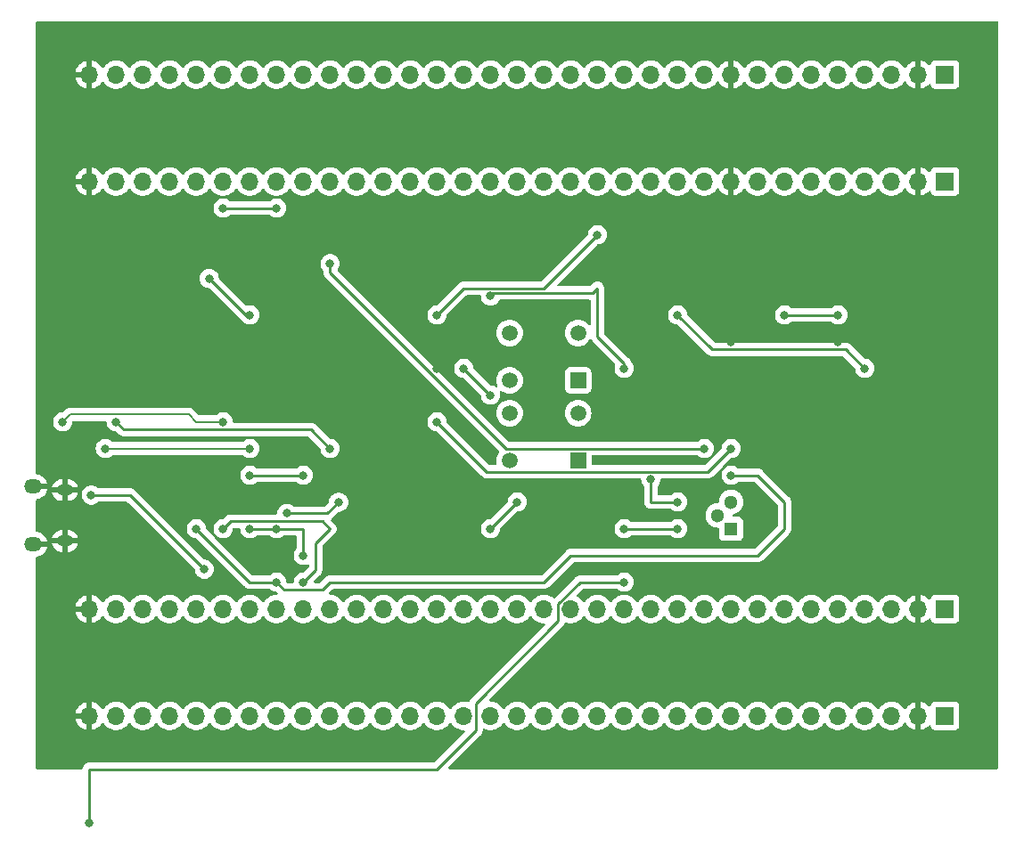
<source format=gbr>
%TF.GenerationSoftware,KiCad,Pcbnew,(6.0.2)*%
%TF.CreationDate,2022-04-13T17:52:14+02:00*%
%TF.ProjectId,main,6d61696e-2e6b-4696-9361-645f70636258,rev?*%
%TF.SameCoordinates,Original*%
%TF.FileFunction,Copper,L2,Bot*%
%TF.FilePolarity,Positive*%
%FSLAX46Y46*%
G04 Gerber Fmt 4.6, Leading zero omitted, Abs format (unit mm)*
G04 Created by KiCad (PCBNEW (6.0.2)) date 2022-04-13 17:52:14*
%MOMM*%
%LPD*%
G01*
G04 APERTURE LIST*
%TA.AperFunction,ComponentPad*%
%ADD10R,1.700000X1.700000*%
%TD*%
%TA.AperFunction,ComponentPad*%
%ADD11O,1.700000X1.700000*%
%TD*%
%TA.AperFunction,ComponentPad*%
%ADD12R,1.498000X1.498000*%
%TD*%
%TA.AperFunction,ComponentPad*%
%ADD13C,1.498000*%
%TD*%
%TA.AperFunction,ComponentPad*%
%ADD14O,1.700000X1.350000*%
%TD*%
%TA.AperFunction,ComponentPad*%
%ADD15O,1.500000X1.100000*%
%TD*%
%TA.AperFunction,ComponentPad*%
%ADD16R,1.300000X1.300000*%
%TD*%
%TA.AperFunction,ComponentPad*%
%ADD17C,1.300000*%
%TD*%
%TA.AperFunction,ViaPad*%
%ADD18C,0.800000*%
%TD*%
%TA.AperFunction,Conductor*%
%ADD19C,0.250000*%
%TD*%
%TA.AperFunction,Conductor*%
%ADD20C,0.200000*%
%TD*%
G04 APERTURE END LIST*
D10*
%TO.P,J2,1,Pin_1*%
%TO.N,+3V0*%
X200660000Y-60960000D03*
D11*
%TO.P,J2,2,Pin_2*%
%TO.N,GND*%
X198120000Y-60960000D03*
%TO.P,J2,3,Pin_3*%
%TO.N,/VBAT*%
X195580000Y-60960000D03*
%TO.P,J2,4,Pin_4*%
%TO.N,/PC13*%
X193040000Y-60960000D03*
%TO.P,J2,5,Pin_5*%
%TO.N,/PC14*%
X190500000Y-60960000D03*
%TO.P,J2,6,Pin_6*%
%TO.N,/PC15*%
X187960000Y-60960000D03*
%TO.P,J2,7,Pin_7*%
%TO.N,/PF0*%
X185420000Y-60960000D03*
%TO.P,J2,8,Pin_8*%
%TO.N,/PF1*%
X182880000Y-60960000D03*
%TO.P,J2,9,Pin_9*%
%TO.N,GND*%
X180340000Y-60960000D03*
%TO.P,J2,10,Pin_10*%
%TO.N,/NRST*%
X177800000Y-60960000D03*
%TO.P,J2,11,Pin_11*%
%TO.N,/PC0*%
X175260000Y-60960000D03*
%TO.P,J2,12,Pin_12*%
%TO.N,/PC1*%
X172720000Y-60960000D03*
%TO.P,J2,13,Pin_13*%
%TO.N,/PC2*%
X170180000Y-60960000D03*
%TO.P,J2,14,Pin_14*%
%TO.N,/PC3*%
X167640000Y-60960000D03*
%TO.P,J2,15,Pin_15*%
%TO.N,/PA0*%
X165100000Y-60960000D03*
%TO.P,J2,16,Pin_16*%
%TO.N,/PA1*%
X162560000Y-60960000D03*
%TO.P,J2,17,Pin_17*%
%TO.N,/PA2*%
X160020000Y-60960000D03*
%TO.P,J2,18,Pin_18*%
%TO.N,/PA3*%
X157480000Y-60960000D03*
%TO.P,J2,19,Pin_19*%
%TO.N,/PF4*%
X154940000Y-60960000D03*
%TO.P,J2,20,Pin_20*%
%TO.N,/PF5*%
X152400000Y-60960000D03*
%TO.P,J2,21,Pin_21*%
%TO.N,/PA4*%
X149860000Y-60960000D03*
%TO.P,J2,22,Pin_22*%
%TO.N,/PA5*%
X147320000Y-60960000D03*
%TO.P,J2,23,Pin_23*%
%TO.N,/PA6*%
X144780000Y-60960000D03*
%TO.P,J2,24,Pin_24*%
%TO.N,/PA7*%
X142240000Y-60960000D03*
%TO.P,J2,25,Pin_25*%
%TO.N,/PC4*%
X139700000Y-60960000D03*
%TO.P,J2,26,Pin_26*%
%TO.N,/PC5*%
X137160000Y-60960000D03*
%TO.P,J2,27,Pin_27*%
%TO.N,/PB0*%
X134620000Y-60960000D03*
%TO.P,J2,28,Pin_28*%
%TO.N,/PB1*%
X132080000Y-60960000D03*
%TO.P,J2,29,Pin_29*%
%TO.N,/PB2*%
X129540000Y-60960000D03*
%TO.P,J2,30,Pin_30*%
%TO.N,/PB10*%
X127000000Y-60960000D03*
%TO.P,J2,31,Pin_31*%
%TO.N,/PB11*%
X124460000Y-60960000D03*
%TO.P,J2,32,Pin_32*%
%TO.N,/PB12*%
X121920000Y-60960000D03*
%TO.P,J2,33,Pin_33*%
%TO.N,GND*%
X119380000Y-60960000D03*
%TD*%
D12*
%TO.P,SW2,1,A*%
%TO.N,+5V*%
X165810000Y-87495000D03*
D13*
%TO.P,SW2,2,B*%
%TO.N,Net-(FTDI1-Pad13)*%
X159310000Y-87495000D03*
%TO.P,SW2,3*%
%TO.N,N/C*%
X165810000Y-82995000D03*
%TO.P,SW2,4*%
X159310000Y-82995000D03*
%TD*%
D14*
%TO.P,J5,6,Shield*%
%TO.N,GND*%
X114055000Y-89985000D03*
D15*
X117055000Y-95135000D03*
D14*
X114055000Y-95445000D03*
D15*
X117055000Y-90295000D03*
%TD*%
D10*
%TO.P,J1,1,Pin_1*%
%TO.N,+3V0*%
X200660000Y-50800000D03*
D11*
%TO.P,J1,2,Pin_2*%
%TO.N,GND*%
X198120000Y-50800000D03*
%TO.P,J1,3,Pin_3*%
%TO.N,/VBAT*%
X195580000Y-50800000D03*
%TO.P,J1,4,Pin_4*%
%TO.N,/PC13*%
X193040000Y-50800000D03*
%TO.P,J1,5,Pin_5*%
%TO.N,/PC14*%
X190500000Y-50800000D03*
%TO.P,J1,6,Pin_6*%
%TO.N,/PC15*%
X187960000Y-50800000D03*
%TO.P,J1,7,Pin_7*%
%TO.N,/PF0*%
X185420000Y-50800000D03*
%TO.P,J1,8,Pin_8*%
%TO.N,/PF1*%
X182880000Y-50800000D03*
%TO.P,J1,9,Pin_9*%
%TO.N,GND*%
X180340000Y-50800000D03*
%TO.P,J1,10,Pin_10*%
%TO.N,/NRST*%
X177800000Y-50800000D03*
%TO.P,J1,11,Pin_11*%
%TO.N,/PC0*%
X175260000Y-50800000D03*
%TO.P,J1,12,Pin_12*%
%TO.N,/PC1*%
X172720000Y-50800000D03*
%TO.P,J1,13,Pin_13*%
%TO.N,/PC2*%
X170180000Y-50800000D03*
%TO.P,J1,14,Pin_14*%
%TO.N,/PC3*%
X167640000Y-50800000D03*
%TO.P,J1,15,Pin_15*%
%TO.N,/PA0*%
X165100000Y-50800000D03*
%TO.P,J1,16,Pin_16*%
%TO.N,/PA1*%
X162560000Y-50800000D03*
%TO.P,J1,17,Pin_17*%
%TO.N,/PA2*%
X160020000Y-50800000D03*
%TO.P,J1,18,Pin_18*%
%TO.N,/PA3*%
X157480000Y-50800000D03*
%TO.P,J1,19,Pin_19*%
%TO.N,/PF4*%
X154940000Y-50800000D03*
%TO.P,J1,20,Pin_20*%
%TO.N,/PF5*%
X152400000Y-50800000D03*
%TO.P,J1,21,Pin_21*%
%TO.N,/PA4*%
X149860000Y-50800000D03*
%TO.P,J1,22,Pin_22*%
%TO.N,/PA5*%
X147320000Y-50800000D03*
%TO.P,J1,23,Pin_23*%
%TO.N,/PA6*%
X144780000Y-50800000D03*
%TO.P,J1,24,Pin_24*%
%TO.N,/PA7*%
X142240000Y-50800000D03*
%TO.P,J1,25,Pin_25*%
%TO.N,/PC4*%
X139700000Y-50800000D03*
%TO.P,J1,26,Pin_26*%
%TO.N,/PC5*%
X137160000Y-50800000D03*
%TO.P,J1,27,Pin_27*%
%TO.N,/PB0*%
X134620000Y-50800000D03*
%TO.P,J1,28,Pin_28*%
%TO.N,/PB1*%
X132080000Y-50800000D03*
%TO.P,J1,29,Pin_29*%
%TO.N,/PB2*%
X129540000Y-50800000D03*
%TO.P,J1,30,Pin_30*%
%TO.N,/PB10*%
X127000000Y-50800000D03*
%TO.P,J1,31,Pin_31*%
%TO.N,/PB11*%
X124460000Y-50800000D03*
%TO.P,J1,32,Pin_32*%
%TO.N,/PB12*%
X121920000Y-50800000D03*
%TO.P,J1,33,Pin_33*%
%TO.N,GND*%
X119380000Y-50800000D03*
%TD*%
D12*
%TO.P,SW1,1,A*%
%TO.N,+5V*%
X165810000Y-79875000D03*
D13*
%TO.P,SW1,2,B*%
%TO.N,/microcontroller_interfacing/EEPROM MODE TP*%
X159310000Y-79875000D03*
%TO.P,SW1,3*%
%TO.N,N/C*%
X165810000Y-75375000D03*
%TO.P,SW1,4*%
X159310000Y-75375000D03*
%TD*%
D10*
%TO.P,J4,1,Pin_1*%
%TO.N,+5V*%
X200660000Y-111760000D03*
D11*
%TO.P,J4,2,Pin_2*%
%TO.N,GND*%
X198120000Y-111760000D03*
%TO.P,J4,3,Pin_3*%
%TO.N,/PB9*%
X195580000Y-111760000D03*
%TO.P,J4,4,Pin_4*%
%TO.N,/PB8*%
X193040000Y-111760000D03*
%TO.P,J4,5,Pin_5*%
%TO.N,VDD*%
X190500000Y-111760000D03*
%TO.P,J4,6,Pin_6*%
%TO.N,/BOOT*%
X187960000Y-111760000D03*
%TO.P,J4,7,Pin_7*%
%TO.N,/PB7*%
X185420000Y-111760000D03*
%TO.P,J4,8,Pin_8*%
%TO.N,/PB6*%
X182880000Y-111760000D03*
%TO.P,J4,9,Pin_9*%
%TO.N,/PB5*%
X180340000Y-111760000D03*
%TO.P,J4,10,Pin_10*%
%TO.N,/PB4*%
X177800000Y-111760000D03*
%TO.P,J4,11,Pin_11*%
%TO.N,/PB3*%
X175260000Y-111760000D03*
%TO.P,J4,12,Pin_12*%
%TO.N,/PD2*%
X172720000Y-111760000D03*
%TO.P,J4,13,Pin_13*%
%TO.N,/PC12*%
X170180000Y-111760000D03*
%TO.P,J4,14,Pin_14*%
%TO.N,/PC11*%
X167640000Y-111760000D03*
%TO.P,J4,15,Pin_15*%
%TO.N,/PC10*%
X165100000Y-111760000D03*
%TO.P,J4,16,Pin_16*%
%TO.N,/PA15*%
X162560000Y-111760000D03*
%TO.P,J4,17,Pin_17*%
%TO.N,/PA14*%
X160020000Y-111760000D03*
%TO.P,J4,18,Pin_18*%
%TO.N,/PF7*%
X157480000Y-111760000D03*
%TO.P,J4,19,Pin_19*%
%TO.N,/PF6*%
X154940000Y-111760000D03*
%TO.P,J4,20,Pin_20*%
%TO.N,/PA13*%
X152400000Y-111760000D03*
%TO.P,J4,21,Pin_21*%
%TO.N,/PA12*%
X149860000Y-111760000D03*
%TO.P,J4,22,Pin_22*%
%TO.N,/PA11*%
X147320000Y-111760000D03*
%TO.P,J4,23,Pin_23*%
%TO.N,/PA10*%
X144780000Y-111760000D03*
%TO.P,J4,24,Pin_24*%
%TO.N,/PA9*%
X142240000Y-111760000D03*
%TO.P,J4,25,Pin_25*%
%TO.N,/PA8*%
X139700000Y-111760000D03*
%TO.P,J4,26,Pin_26*%
%TO.N,/PC9*%
X137160000Y-111760000D03*
%TO.P,J4,27,Pin_27*%
%TO.N,/PC8*%
X134620000Y-111760000D03*
%TO.P,J4,28,Pin_28*%
%TO.N,/PC7*%
X132080000Y-111760000D03*
%TO.P,J4,29,Pin_29*%
%TO.N,/PC6*%
X129540000Y-111760000D03*
%TO.P,J4,30,Pin_30*%
%TO.N,/PB15*%
X127000000Y-111760000D03*
%TO.P,J4,31,Pin_31*%
%TO.N,/PB14*%
X124460000Y-111760000D03*
%TO.P,J4,32,Pin_32*%
%TO.N,/PB13*%
X121920000Y-111760000D03*
%TO.P,J4,33,Pin_33*%
%TO.N,GND*%
X119380000Y-111760000D03*
%TD*%
D10*
%TO.P,J3,1,Pin_1*%
%TO.N,+5V*%
X200660000Y-101600000D03*
D11*
%TO.P,J3,2,Pin_2*%
%TO.N,GND*%
X198120000Y-101600000D03*
%TO.P,J3,3,Pin_3*%
%TO.N,/PB9*%
X195580000Y-101600000D03*
%TO.P,J3,4,Pin_4*%
%TO.N,/PB8*%
X193040000Y-101600000D03*
%TO.P,J3,5,Pin_5*%
%TO.N,VDD*%
X190500000Y-101600000D03*
%TO.P,J3,6,Pin_6*%
%TO.N,/BOOT*%
X187960000Y-101600000D03*
%TO.P,J3,7,Pin_7*%
%TO.N,/PB7*%
X185420000Y-101600000D03*
%TO.P,J3,8,Pin_8*%
%TO.N,/PB6*%
X182880000Y-101600000D03*
%TO.P,J3,9,Pin_9*%
%TO.N,/PB5*%
X180340000Y-101600000D03*
%TO.P,J3,10,Pin_10*%
%TO.N,/PB4*%
X177800000Y-101600000D03*
%TO.P,J3,11,Pin_11*%
%TO.N,/PB3*%
X175260000Y-101600000D03*
%TO.P,J3,12,Pin_12*%
%TO.N,/PD2*%
X172720000Y-101600000D03*
%TO.P,J3,13,Pin_13*%
%TO.N,/PC12*%
X170180000Y-101600000D03*
%TO.P,J3,14,Pin_14*%
%TO.N,/PC11*%
X167640000Y-101600000D03*
%TO.P,J3,15,Pin_15*%
%TO.N,/PC10*%
X165100000Y-101600000D03*
%TO.P,J3,16,Pin_16*%
%TO.N,/PA15*%
X162560000Y-101600000D03*
%TO.P,J3,17,Pin_17*%
%TO.N,/PA14*%
X160020000Y-101600000D03*
%TO.P,J3,18,Pin_18*%
%TO.N,/PF7*%
X157480000Y-101600000D03*
%TO.P,J3,19,Pin_19*%
%TO.N,/PF6*%
X154940000Y-101600000D03*
%TO.P,J3,20,Pin_20*%
%TO.N,/PA13*%
X152400000Y-101600000D03*
%TO.P,J3,21,Pin_21*%
%TO.N,/PA12*%
X149860000Y-101600000D03*
%TO.P,J3,22,Pin_22*%
%TO.N,/PA11*%
X147320000Y-101600000D03*
%TO.P,J3,23,Pin_23*%
%TO.N,/PA10*%
X144780000Y-101600000D03*
%TO.P,J3,24,Pin_24*%
%TO.N,/PA9*%
X142240000Y-101600000D03*
%TO.P,J3,25,Pin_25*%
%TO.N,/PA8*%
X139700000Y-101600000D03*
%TO.P,J3,26,Pin_26*%
%TO.N,/PC9*%
X137160000Y-101600000D03*
%TO.P,J3,27,Pin_27*%
%TO.N,/PC8*%
X134620000Y-101600000D03*
%TO.P,J3,28,Pin_28*%
%TO.N,/PC7*%
X132080000Y-101600000D03*
%TO.P,J3,29,Pin_29*%
%TO.N,/PC6*%
X129540000Y-101600000D03*
%TO.P,J3,30,Pin_30*%
%TO.N,/PB15*%
X127000000Y-101600000D03*
%TO.P,J3,31,Pin_31*%
%TO.N,/PB14*%
X124460000Y-101600000D03*
%TO.P,J3,32,Pin_32*%
%TO.N,/PB13*%
X121920000Y-101600000D03*
%TO.P,J3,33,Pin_33*%
%TO.N,GND*%
X119380000Y-101600000D03*
%TD*%
D16*
%TO.P,Q1,1,E*%
%TO.N,Net-(Q1-Pad1)*%
X180340000Y-93980000D03*
D17*
%TO.P,Q1,2,B*%
%TO.N,Net-(D1-Pad1)*%
X179070000Y-92710000D03*
%TO.P,Q1,3,C*%
%TO.N,Net-(Q1-Pad3)*%
X180340000Y-91440000D03*
%TD*%
D18*
%TO.N,GND*%
X185420000Y-86360000D03*
X157480000Y-96520000D03*
X118370000Y-88080000D03*
X139700000Y-78740000D03*
X135190000Y-71680000D03*
X177800000Y-73660000D03*
X119480000Y-95940000D03*
X165100000Y-66040000D03*
X149860000Y-91440000D03*
X190500000Y-78740000D03*
X154620000Y-68260000D03*
X195580000Y-71120000D03*
X152400000Y-78740000D03*
X144780000Y-76200000D03*
X125390000Y-87720000D03*
X180340000Y-76200000D03*
X144780000Y-88900000D03*
X190500000Y-76200000D03*
%TO.N,/PC1*%
X167640000Y-66040000D03*
X154940000Y-78740000D03*
X157480000Y-81280000D03*
X152400000Y-73660000D03*
%TO.N,+5V*%
X143060000Y-91460000D03*
X138150000Y-92530989D03*
%TO.N,/PA10*%
X134620000Y-93980000D03*
X139700000Y-96520000D03*
X137160000Y-93980000D03*
%TO.N,/PA9*%
X139700000Y-99060000D03*
X132080000Y-93980000D03*
%TO.N,/PA8*%
X137160000Y-99060000D03*
X129540000Y-93980000D03*
X180340000Y-88900000D03*
%TO.N,Net-(BT1-Pad1)*%
X170180000Y-99060000D03*
X170180000Y-93980000D03*
X119380000Y-121920000D03*
X175260000Y-93980000D03*
%TO.N,/Power/Output*%
X132080000Y-63500000D03*
X137160000Y-63500000D03*
%TO.N,Net-(C4-Pad1)*%
X139700000Y-88900000D03*
X134620000Y-88900000D03*
%TO.N,Net-(D1-Pad1)*%
X172720000Y-89293011D03*
X175260000Y-91440000D03*
%TO.N,Net-(D3-Pad2)*%
X175260000Y-73660000D03*
X193040000Y-78740000D03*
%TO.N,/microcontroller_interfacing/USB Test Point*%
X119550000Y-90780000D03*
X130300000Y-97830000D03*
%TO.N,USB D-*%
X132080000Y-83820000D03*
X116840000Y-83820000D03*
%TO.N,USB D+*%
X120890000Y-86360000D03*
X134620000Y-86360000D03*
%TO.N,Net-(R1-Pad1)*%
X190500000Y-73660000D03*
X185420000Y-73660000D03*
%TO.N,Net-(R6-Pad2)*%
X157480000Y-71844500D03*
X170180000Y-78740000D03*
%TO.N,/Sensing/I2CBUS*%
X130770000Y-70200000D03*
X177800000Y-86360000D03*
X134620000Y-73660000D03*
X142240000Y-68779980D03*
%TO.N,/microcontroller_interfacing/EEPROM MODE TP*%
X152400000Y-83820000D03*
X180340000Y-86360000D03*
%TO.N,Net-(FTDI1-Pad13)*%
X142240000Y-86360000D03*
X160020000Y-91440000D03*
X157480000Y-93980000D03*
X121920000Y-83820000D03*
%TD*%
D19*
%TO.N,/PC1*%
X154940000Y-71120000D02*
X160020000Y-71120000D01*
X154940000Y-78740000D02*
X157480000Y-81280000D01*
X152400000Y-73660000D02*
X154940000Y-71120000D01*
X160020000Y-71120000D02*
X162560000Y-71120000D01*
X162560000Y-71120000D02*
X167640000Y-66040000D01*
%TO.N,+5V*%
X143060000Y-91460000D02*
X141989011Y-92530989D01*
X141989011Y-92530989D02*
X138150000Y-92530989D01*
%TO.N,/PA10*%
X137160000Y-93980000D02*
X139700000Y-93980000D01*
X139700000Y-93980000D02*
X139700000Y-96520000D01*
X137160000Y-93980000D02*
X134620000Y-93980000D01*
%TO.N,/PA9*%
X142240000Y-93980000D02*
X140874511Y-95345489D01*
X141515489Y-93255489D02*
X142240000Y-93980000D01*
X132804511Y-93255489D02*
X141515489Y-93255489D01*
X140874511Y-97885489D02*
X139700000Y-99060000D01*
X132080000Y-93980000D02*
X132804511Y-93255489D01*
X140874511Y-95345489D02*
X140874511Y-97885489D01*
%TO.N,/PA8*%
X182880000Y-88900000D02*
X185420000Y-91440000D01*
X142240000Y-99060000D02*
X141515489Y-99784511D01*
X180340000Y-88900000D02*
X182880000Y-88900000D01*
X134620000Y-99060000D02*
X137160000Y-99060000D01*
X162560000Y-99060000D02*
X142240000Y-99060000D01*
X185420000Y-91440000D02*
X185420000Y-93980000D01*
X185420000Y-93980000D02*
X182880000Y-96520000D01*
X141515489Y-99784511D02*
X137884511Y-99784511D01*
X165100000Y-96520000D02*
X162560000Y-99060000D01*
X129540000Y-93980000D02*
X134620000Y-99060000D01*
X182880000Y-96520000D02*
X165100000Y-96520000D01*
X137884511Y-99784511D02*
X137160000Y-99060000D01*
%TO.N,Net-(BT1-Pad1)*%
X156114511Y-110585489D02*
X156114511Y-113125489D01*
X163925489Y-101113501D02*
X163925489Y-102774511D01*
X156114511Y-113125489D02*
X152400000Y-116840000D01*
X119380000Y-116840000D02*
X119380000Y-121920000D01*
X165978990Y-99060000D02*
X163925489Y-101113501D01*
X163925489Y-102774511D02*
X156114511Y-110585489D01*
X175260000Y-93980000D02*
X170180000Y-93980000D01*
X152400000Y-116840000D02*
X119380000Y-116840000D01*
X170180000Y-99060000D02*
X165978990Y-99060000D01*
%TO.N,/Power/Output*%
X132080000Y-63500000D02*
X137160000Y-63500000D01*
%TO.N,Net-(C4-Pad1)*%
X134620000Y-88900000D02*
X139700000Y-88900000D01*
%TO.N,Net-(D1-Pad1)*%
X172720000Y-91440000D02*
X172720000Y-89293011D01*
X175260000Y-91440000D02*
X172720000Y-91440000D01*
%TO.N,Net-(D3-Pad2)*%
X175260000Y-73660000D02*
X178524511Y-76924511D01*
X178524511Y-76924511D02*
X191224511Y-76924511D01*
X191224511Y-76924511D02*
X193040000Y-78740000D01*
%TO.N,/microcontroller_interfacing/USB Test Point*%
X119550000Y-90780000D02*
X123250000Y-90780000D01*
X123250000Y-90780000D02*
X130300000Y-97830000D01*
D20*
%TO.N,USB D-*%
X117539511Y-83120489D02*
X116840000Y-83820000D01*
X128840489Y-83120489D02*
X117539511Y-83120489D01*
X129540000Y-83820000D02*
X132080000Y-83820000D01*
X128840489Y-83120489D02*
X129540000Y-83820000D01*
%TO.N,USB D+*%
X120890000Y-86360000D02*
X134620000Y-86360000D01*
D19*
%TO.N,Net-(R1-Pad1)*%
X185420000Y-73660000D02*
X190500000Y-73660000D01*
%TO.N,Net-(R6-Pad2)*%
X167640000Y-71120000D02*
X167190480Y-71569520D01*
X167190480Y-71569520D02*
X157480000Y-71569520D01*
X157480000Y-71569520D02*
X157480000Y-71844500D01*
X170180000Y-78226825D02*
X167640000Y-75686825D01*
X167640000Y-75686825D02*
X167640000Y-71120000D01*
X170180000Y-78740000D02*
X170180000Y-78226825D01*
%TO.N,/Sensing/I2CBUS*%
X134230000Y-73660000D02*
X134620000Y-73660000D01*
X158995386Y-86360000D02*
X177800000Y-86360000D01*
X158995386Y-86360000D02*
X142240000Y-69604614D01*
X142240000Y-69604614D02*
X142240000Y-68779980D01*
X130770000Y-70200000D02*
X134230000Y-73660000D01*
%TO.N,/microcontroller_interfacing/EEPROM MODE TP*%
X178131489Y-88568511D02*
X157148511Y-88568511D01*
X180340000Y-86360000D02*
X178131489Y-88568511D01*
X157148511Y-88568511D02*
X152400000Y-83820000D01*
%TO.N,Net-(FTDI1-Pad13)*%
X122644511Y-84544511D02*
X140424511Y-84544511D01*
X140424511Y-84544511D02*
X142240000Y-86360000D01*
X157480000Y-93980000D02*
X160020000Y-91440000D01*
X121920000Y-83820000D02*
X122644511Y-84544511D01*
%TD*%
%TA.AperFunction,Conductor*%
%TO.N,GND*%
G36*
X205682121Y-45740002D02*
G01*
X205728614Y-45793658D01*
X205740000Y-45846000D01*
X205740000Y-116714000D01*
X205719998Y-116782121D01*
X205666342Y-116828614D01*
X205614000Y-116840000D01*
X153600094Y-116840000D01*
X153531973Y-116819998D01*
X153485480Y-116766342D01*
X153475376Y-116696068D01*
X153504870Y-116631488D01*
X153510999Y-116624905D01*
X156506764Y-113629141D01*
X156515050Y-113621601D01*
X156521529Y-113617489D01*
X156568155Y-113567837D01*
X156570909Y-113564996D01*
X156590646Y-113545259D01*
X156593126Y-113542062D01*
X156600831Y-113533040D01*
X156625670Y-113506589D01*
X156631097Y-113500810D01*
X156634916Y-113493864D01*
X156634918Y-113493861D01*
X156640859Y-113483055D01*
X156651710Y-113466536D01*
X156659269Y-113456790D01*
X156664125Y-113450530D01*
X156667270Y-113443261D01*
X156667273Y-113443257D01*
X156681685Y-113409952D01*
X156686902Y-113399302D01*
X156708206Y-113360549D01*
X156713244Y-113340926D01*
X156719648Y-113322223D01*
X156724544Y-113310909D01*
X156724544Y-113310908D01*
X156727692Y-113303634D01*
X156728931Y-113295811D01*
X156728934Y-113295801D01*
X156734610Y-113259965D01*
X156737016Y-113248345D01*
X156746039Y-113213200D01*
X156746039Y-113213199D01*
X156748011Y-113205519D01*
X156748011Y-113185265D01*
X156749562Y-113165554D01*
X156751491Y-113153375D01*
X156752731Y-113145546D01*
X156751322Y-113130637D01*
X156764822Y-113060936D01*
X156813863Y-113009599D01*
X156882874Y-112992924D01*
X156921711Y-113001066D01*
X157047522Y-113049108D01*
X157099692Y-113069030D01*
X157104760Y-113070061D01*
X157104763Y-113070062D01*
X157199862Y-113089410D01*
X157318597Y-113113567D01*
X157323772Y-113113757D01*
X157323774Y-113113757D01*
X157536673Y-113121564D01*
X157536677Y-113121564D01*
X157541837Y-113121753D01*
X157546957Y-113121097D01*
X157546959Y-113121097D01*
X157758288Y-113094025D01*
X157758289Y-113094025D01*
X157763416Y-113093368D01*
X157768366Y-113091883D01*
X157972429Y-113030661D01*
X157972434Y-113030659D01*
X157977384Y-113029174D01*
X158177994Y-112930896D01*
X158359860Y-112801173D01*
X158518096Y-112643489D01*
X158648453Y-112462077D01*
X158649776Y-112463028D01*
X158696645Y-112419857D01*
X158766580Y-112407625D01*
X158832026Y-112435144D01*
X158859875Y-112466994D01*
X158919987Y-112565088D01*
X159066250Y-112733938D01*
X159238126Y-112876632D01*
X159431000Y-112989338D01*
X159435825Y-112991180D01*
X159435826Y-112991181D01*
X159461712Y-113001066D01*
X159639692Y-113069030D01*
X159644760Y-113070061D01*
X159644763Y-113070062D01*
X159739862Y-113089410D01*
X159858597Y-113113567D01*
X159863772Y-113113757D01*
X159863774Y-113113757D01*
X160076673Y-113121564D01*
X160076677Y-113121564D01*
X160081837Y-113121753D01*
X160086957Y-113121097D01*
X160086959Y-113121097D01*
X160298288Y-113094025D01*
X160298289Y-113094025D01*
X160303416Y-113093368D01*
X160308366Y-113091883D01*
X160512429Y-113030661D01*
X160512434Y-113030659D01*
X160517384Y-113029174D01*
X160717994Y-112930896D01*
X160899860Y-112801173D01*
X161058096Y-112643489D01*
X161188453Y-112462077D01*
X161189776Y-112463028D01*
X161236645Y-112419857D01*
X161306580Y-112407625D01*
X161372026Y-112435144D01*
X161399875Y-112466994D01*
X161459987Y-112565088D01*
X161606250Y-112733938D01*
X161778126Y-112876632D01*
X161971000Y-112989338D01*
X161975825Y-112991180D01*
X161975826Y-112991181D01*
X162001712Y-113001066D01*
X162179692Y-113069030D01*
X162184760Y-113070061D01*
X162184763Y-113070062D01*
X162279862Y-113089410D01*
X162398597Y-113113567D01*
X162403772Y-113113757D01*
X162403774Y-113113757D01*
X162616673Y-113121564D01*
X162616677Y-113121564D01*
X162621837Y-113121753D01*
X162626957Y-113121097D01*
X162626959Y-113121097D01*
X162838288Y-113094025D01*
X162838289Y-113094025D01*
X162843416Y-113093368D01*
X162848366Y-113091883D01*
X163052429Y-113030661D01*
X163052434Y-113030659D01*
X163057384Y-113029174D01*
X163257994Y-112930896D01*
X163439860Y-112801173D01*
X163598096Y-112643489D01*
X163728453Y-112462077D01*
X163729776Y-112463028D01*
X163776645Y-112419857D01*
X163846580Y-112407625D01*
X163912026Y-112435144D01*
X163939875Y-112466994D01*
X163999987Y-112565088D01*
X164146250Y-112733938D01*
X164318126Y-112876632D01*
X164511000Y-112989338D01*
X164515825Y-112991180D01*
X164515826Y-112991181D01*
X164541712Y-113001066D01*
X164719692Y-113069030D01*
X164724760Y-113070061D01*
X164724763Y-113070062D01*
X164819862Y-113089410D01*
X164938597Y-113113567D01*
X164943772Y-113113757D01*
X164943774Y-113113757D01*
X165156673Y-113121564D01*
X165156677Y-113121564D01*
X165161837Y-113121753D01*
X165166957Y-113121097D01*
X165166959Y-113121097D01*
X165378288Y-113094025D01*
X165378289Y-113094025D01*
X165383416Y-113093368D01*
X165388366Y-113091883D01*
X165592429Y-113030661D01*
X165592434Y-113030659D01*
X165597384Y-113029174D01*
X165797994Y-112930896D01*
X165979860Y-112801173D01*
X166138096Y-112643489D01*
X166268453Y-112462077D01*
X166269776Y-112463028D01*
X166316645Y-112419857D01*
X166386580Y-112407625D01*
X166452026Y-112435144D01*
X166479875Y-112466994D01*
X166539987Y-112565088D01*
X166686250Y-112733938D01*
X166858126Y-112876632D01*
X167051000Y-112989338D01*
X167055825Y-112991180D01*
X167055826Y-112991181D01*
X167081712Y-113001066D01*
X167259692Y-113069030D01*
X167264760Y-113070061D01*
X167264763Y-113070062D01*
X167359862Y-113089410D01*
X167478597Y-113113567D01*
X167483772Y-113113757D01*
X167483774Y-113113757D01*
X167696673Y-113121564D01*
X167696677Y-113121564D01*
X167701837Y-113121753D01*
X167706957Y-113121097D01*
X167706959Y-113121097D01*
X167918288Y-113094025D01*
X167918289Y-113094025D01*
X167923416Y-113093368D01*
X167928366Y-113091883D01*
X168132429Y-113030661D01*
X168132434Y-113030659D01*
X168137384Y-113029174D01*
X168337994Y-112930896D01*
X168519860Y-112801173D01*
X168678096Y-112643489D01*
X168808453Y-112462077D01*
X168809776Y-112463028D01*
X168856645Y-112419857D01*
X168926580Y-112407625D01*
X168992026Y-112435144D01*
X169019875Y-112466994D01*
X169079987Y-112565088D01*
X169226250Y-112733938D01*
X169398126Y-112876632D01*
X169591000Y-112989338D01*
X169595825Y-112991180D01*
X169595826Y-112991181D01*
X169621712Y-113001066D01*
X169799692Y-113069030D01*
X169804760Y-113070061D01*
X169804763Y-113070062D01*
X169899862Y-113089410D01*
X170018597Y-113113567D01*
X170023772Y-113113757D01*
X170023774Y-113113757D01*
X170236673Y-113121564D01*
X170236677Y-113121564D01*
X170241837Y-113121753D01*
X170246957Y-113121097D01*
X170246959Y-113121097D01*
X170458288Y-113094025D01*
X170458289Y-113094025D01*
X170463416Y-113093368D01*
X170468366Y-113091883D01*
X170672429Y-113030661D01*
X170672434Y-113030659D01*
X170677384Y-113029174D01*
X170877994Y-112930896D01*
X171059860Y-112801173D01*
X171218096Y-112643489D01*
X171348453Y-112462077D01*
X171349776Y-112463028D01*
X171396645Y-112419857D01*
X171466580Y-112407625D01*
X171532026Y-112435144D01*
X171559875Y-112466994D01*
X171619987Y-112565088D01*
X171766250Y-112733938D01*
X171938126Y-112876632D01*
X172131000Y-112989338D01*
X172135825Y-112991180D01*
X172135826Y-112991181D01*
X172161712Y-113001066D01*
X172339692Y-113069030D01*
X172344760Y-113070061D01*
X172344763Y-113070062D01*
X172439862Y-113089410D01*
X172558597Y-113113567D01*
X172563772Y-113113757D01*
X172563774Y-113113757D01*
X172776673Y-113121564D01*
X172776677Y-113121564D01*
X172781837Y-113121753D01*
X172786957Y-113121097D01*
X172786959Y-113121097D01*
X172998288Y-113094025D01*
X172998289Y-113094025D01*
X173003416Y-113093368D01*
X173008366Y-113091883D01*
X173212429Y-113030661D01*
X173212434Y-113030659D01*
X173217384Y-113029174D01*
X173417994Y-112930896D01*
X173599860Y-112801173D01*
X173758096Y-112643489D01*
X173888453Y-112462077D01*
X173889776Y-112463028D01*
X173936645Y-112419857D01*
X174006580Y-112407625D01*
X174072026Y-112435144D01*
X174099875Y-112466994D01*
X174159987Y-112565088D01*
X174306250Y-112733938D01*
X174478126Y-112876632D01*
X174671000Y-112989338D01*
X174675825Y-112991180D01*
X174675826Y-112991181D01*
X174701712Y-113001066D01*
X174879692Y-113069030D01*
X174884760Y-113070061D01*
X174884763Y-113070062D01*
X174979862Y-113089410D01*
X175098597Y-113113567D01*
X175103772Y-113113757D01*
X175103774Y-113113757D01*
X175316673Y-113121564D01*
X175316677Y-113121564D01*
X175321837Y-113121753D01*
X175326957Y-113121097D01*
X175326959Y-113121097D01*
X175538288Y-113094025D01*
X175538289Y-113094025D01*
X175543416Y-113093368D01*
X175548366Y-113091883D01*
X175752429Y-113030661D01*
X175752434Y-113030659D01*
X175757384Y-113029174D01*
X175957994Y-112930896D01*
X176139860Y-112801173D01*
X176298096Y-112643489D01*
X176428453Y-112462077D01*
X176429776Y-112463028D01*
X176476645Y-112419857D01*
X176546580Y-112407625D01*
X176612026Y-112435144D01*
X176639875Y-112466994D01*
X176699987Y-112565088D01*
X176846250Y-112733938D01*
X177018126Y-112876632D01*
X177211000Y-112989338D01*
X177215825Y-112991180D01*
X177215826Y-112991181D01*
X177241712Y-113001066D01*
X177419692Y-113069030D01*
X177424760Y-113070061D01*
X177424763Y-113070062D01*
X177519862Y-113089410D01*
X177638597Y-113113567D01*
X177643772Y-113113757D01*
X177643774Y-113113757D01*
X177856673Y-113121564D01*
X177856677Y-113121564D01*
X177861837Y-113121753D01*
X177866957Y-113121097D01*
X177866959Y-113121097D01*
X178078288Y-113094025D01*
X178078289Y-113094025D01*
X178083416Y-113093368D01*
X178088366Y-113091883D01*
X178292429Y-113030661D01*
X178292434Y-113030659D01*
X178297384Y-113029174D01*
X178497994Y-112930896D01*
X178679860Y-112801173D01*
X178838096Y-112643489D01*
X178968453Y-112462077D01*
X178969776Y-112463028D01*
X179016645Y-112419857D01*
X179086580Y-112407625D01*
X179152026Y-112435144D01*
X179179875Y-112466994D01*
X179239987Y-112565088D01*
X179386250Y-112733938D01*
X179558126Y-112876632D01*
X179751000Y-112989338D01*
X179755825Y-112991180D01*
X179755826Y-112991181D01*
X179781712Y-113001066D01*
X179959692Y-113069030D01*
X179964760Y-113070061D01*
X179964763Y-113070062D01*
X180059862Y-113089410D01*
X180178597Y-113113567D01*
X180183772Y-113113757D01*
X180183774Y-113113757D01*
X180396673Y-113121564D01*
X180396677Y-113121564D01*
X180401837Y-113121753D01*
X180406957Y-113121097D01*
X180406959Y-113121097D01*
X180618288Y-113094025D01*
X180618289Y-113094025D01*
X180623416Y-113093368D01*
X180628366Y-113091883D01*
X180832429Y-113030661D01*
X180832434Y-113030659D01*
X180837384Y-113029174D01*
X181037994Y-112930896D01*
X181219860Y-112801173D01*
X181378096Y-112643489D01*
X181508453Y-112462077D01*
X181509776Y-112463028D01*
X181556645Y-112419857D01*
X181626580Y-112407625D01*
X181692026Y-112435144D01*
X181719875Y-112466994D01*
X181779987Y-112565088D01*
X181926250Y-112733938D01*
X182098126Y-112876632D01*
X182291000Y-112989338D01*
X182295825Y-112991180D01*
X182295826Y-112991181D01*
X182321712Y-113001066D01*
X182499692Y-113069030D01*
X182504760Y-113070061D01*
X182504763Y-113070062D01*
X182599862Y-113089410D01*
X182718597Y-113113567D01*
X182723772Y-113113757D01*
X182723774Y-113113757D01*
X182936673Y-113121564D01*
X182936677Y-113121564D01*
X182941837Y-113121753D01*
X182946957Y-113121097D01*
X182946959Y-113121097D01*
X183158288Y-113094025D01*
X183158289Y-113094025D01*
X183163416Y-113093368D01*
X183168366Y-113091883D01*
X183372429Y-113030661D01*
X183372434Y-113030659D01*
X183377384Y-113029174D01*
X183577994Y-112930896D01*
X183759860Y-112801173D01*
X183918096Y-112643489D01*
X184048453Y-112462077D01*
X184049776Y-112463028D01*
X184096645Y-112419857D01*
X184166580Y-112407625D01*
X184232026Y-112435144D01*
X184259875Y-112466994D01*
X184319987Y-112565088D01*
X184466250Y-112733938D01*
X184638126Y-112876632D01*
X184831000Y-112989338D01*
X184835825Y-112991180D01*
X184835826Y-112991181D01*
X184861712Y-113001066D01*
X185039692Y-113069030D01*
X185044760Y-113070061D01*
X185044763Y-113070062D01*
X185139862Y-113089410D01*
X185258597Y-113113567D01*
X185263772Y-113113757D01*
X185263774Y-113113757D01*
X185476673Y-113121564D01*
X185476677Y-113121564D01*
X185481837Y-113121753D01*
X185486957Y-113121097D01*
X185486959Y-113121097D01*
X185698288Y-113094025D01*
X185698289Y-113094025D01*
X185703416Y-113093368D01*
X185708366Y-113091883D01*
X185912429Y-113030661D01*
X185912434Y-113030659D01*
X185917384Y-113029174D01*
X186117994Y-112930896D01*
X186299860Y-112801173D01*
X186458096Y-112643489D01*
X186588453Y-112462077D01*
X186589776Y-112463028D01*
X186636645Y-112419857D01*
X186706580Y-112407625D01*
X186772026Y-112435144D01*
X186799875Y-112466994D01*
X186859987Y-112565088D01*
X187006250Y-112733938D01*
X187178126Y-112876632D01*
X187371000Y-112989338D01*
X187375825Y-112991180D01*
X187375826Y-112991181D01*
X187401712Y-113001066D01*
X187579692Y-113069030D01*
X187584760Y-113070061D01*
X187584763Y-113070062D01*
X187679862Y-113089410D01*
X187798597Y-113113567D01*
X187803772Y-113113757D01*
X187803774Y-113113757D01*
X188016673Y-113121564D01*
X188016677Y-113121564D01*
X188021837Y-113121753D01*
X188026957Y-113121097D01*
X188026959Y-113121097D01*
X188238288Y-113094025D01*
X188238289Y-113094025D01*
X188243416Y-113093368D01*
X188248366Y-113091883D01*
X188452429Y-113030661D01*
X188452434Y-113030659D01*
X188457384Y-113029174D01*
X188657994Y-112930896D01*
X188839860Y-112801173D01*
X188998096Y-112643489D01*
X189128453Y-112462077D01*
X189129776Y-112463028D01*
X189176645Y-112419857D01*
X189246580Y-112407625D01*
X189312026Y-112435144D01*
X189339875Y-112466994D01*
X189399987Y-112565088D01*
X189546250Y-112733938D01*
X189718126Y-112876632D01*
X189911000Y-112989338D01*
X189915825Y-112991180D01*
X189915826Y-112991181D01*
X189941712Y-113001066D01*
X190119692Y-113069030D01*
X190124760Y-113070061D01*
X190124763Y-113070062D01*
X190219862Y-113089410D01*
X190338597Y-113113567D01*
X190343772Y-113113757D01*
X190343774Y-113113757D01*
X190556673Y-113121564D01*
X190556677Y-113121564D01*
X190561837Y-113121753D01*
X190566957Y-113121097D01*
X190566959Y-113121097D01*
X190778288Y-113094025D01*
X190778289Y-113094025D01*
X190783416Y-113093368D01*
X190788366Y-113091883D01*
X190992429Y-113030661D01*
X190992434Y-113030659D01*
X190997384Y-113029174D01*
X191197994Y-112930896D01*
X191379860Y-112801173D01*
X191538096Y-112643489D01*
X191668453Y-112462077D01*
X191669776Y-112463028D01*
X191716645Y-112419857D01*
X191786580Y-112407625D01*
X191852026Y-112435144D01*
X191879875Y-112466994D01*
X191939987Y-112565088D01*
X192086250Y-112733938D01*
X192258126Y-112876632D01*
X192451000Y-112989338D01*
X192455825Y-112991180D01*
X192455826Y-112991181D01*
X192481712Y-113001066D01*
X192659692Y-113069030D01*
X192664760Y-113070061D01*
X192664763Y-113070062D01*
X192759862Y-113089410D01*
X192878597Y-113113567D01*
X192883772Y-113113757D01*
X192883774Y-113113757D01*
X193096673Y-113121564D01*
X193096677Y-113121564D01*
X193101837Y-113121753D01*
X193106957Y-113121097D01*
X193106959Y-113121097D01*
X193318288Y-113094025D01*
X193318289Y-113094025D01*
X193323416Y-113093368D01*
X193328366Y-113091883D01*
X193532429Y-113030661D01*
X193532434Y-113030659D01*
X193537384Y-113029174D01*
X193737994Y-112930896D01*
X193919860Y-112801173D01*
X194078096Y-112643489D01*
X194208453Y-112462077D01*
X194209776Y-112463028D01*
X194256645Y-112419857D01*
X194326580Y-112407625D01*
X194392026Y-112435144D01*
X194419875Y-112466994D01*
X194479987Y-112565088D01*
X194626250Y-112733938D01*
X194798126Y-112876632D01*
X194991000Y-112989338D01*
X194995825Y-112991180D01*
X194995826Y-112991181D01*
X195021712Y-113001066D01*
X195199692Y-113069030D01*
X195204760Y-113070061D01*
X195204763Y-113070062D01*
X195299862Y-113089410D01*
X195418597Y-113113567D01*
X195423772Y-113113757D01*
X195423774Y-113113757D01*
X195636673Y-113121564D01*
X195636677Y-113121564D01*
X195641837Y-113121753D01*
X195646957Y-113121097D01*
X195646959Y-113121097D01*
X195858288Y-113094025D01*
X195858289Y-113094025D01*
X195863416Y-113093368D01*
X195868366Y-113091883D01*
X196072429Y-113030661D01*
X196072434Y-113030659D01*
X196077384Y-113029174D01*
X196277994Y-112930896D01*
X196459860Y-112801173D01*
X196618096Y-112643489D01*
X196748453Y-112462077D01*
X196749640Y-112462930D01*
X196796960Y-112419362D01*
X196866897Y-112407145D01*
X196932338Y-112434678D01*
X196960166Y-112466511D01*
X197017694Y-112560388D01*
X197023777Y-112568699D01*
X197163213Y-112729667D01*
X197170580Y-112736883D01*
X197334434Y-112872916D01*
X197342881Y-112878831D01*
X197526756Y-112986279D01*
X197536042Y-112990729D01*
X197735001Y-113066703D01*
X197744899Y-113069579D01*
X197848250Y-113090606D01*
X197862299Y-113089410D01*
X197866000Y-113079065D01*
X197866000Y-113078517D01*
X198374000Y-113078517D01*
X198378064Y-113092359D01*
X198391478Y-113094393D01*
X198398184Y-113093534D01*
X198408262Y-113091392D01*
X198612255Y-113030191D01*
X198621842Y-113026433D01*
X198813095Y-112932739D01*
X198821945Y-112927464D01*
X198995328Y-112803792D01*
X199003193Y-112797145D01*
X199107897Y-112692805D01*
X199170268Y-112658889D01*
X199241075Y-112664077D01*
X199297837Y-112706723D01*
X199314819Y-112737826D01*
X199359385Y-112856705D01*
X199446739Y-112973261D01*
X199563295Y-113060615D01*
X199699684Y-113111745D01*
X199761866Y-113118500D01*
X201558134Y-113118500D01*
X201620316Y-113111745D01*
X201756705Y-113060615D01*
X201873261Y-112973261D01*
X201960615Y-112856705D01*
X202011745Y-112720316D01*
X202018500Y-112658134D01*
X202018500Y-110861866D01*
X202011745Y-110799684D01*
X201960615Y-110663295D01*
X201873261Y-110546739D01*
X201756705Y-110459385D01*
X201620316Y-110408255D01*
X201558134Y-110401500D01*
X199761866Y-110401500D01*
X199699684Y-110408255D01*
X199563295Y-110459385D01*
X199446739Y-110546739D01*
X199359385Y-110663295D01*
X199356233Y-110671703D01*
X199356232Y-110671705D01*
X199314722Y-110782433D01*
X199272081Y-110839198D01*
X199205519Y-110863898D01*
X199136170Y-110848691D01*
X199103546Y-110823004D01*
X199052799Y-110767234D01*
X199045273Y-110760215D01*
X198878139Y-110628222D01*
X198869552Y-110622517D01*
X198683117Y-110519599D01*
X198673705Y-110515369D01*
X198472959Y-110444280D01*
X198462988Y-110441646D01*
X198391837Y-110428972D01*
X198378540Y-110430432D01*
X198374000Y-110444989D01*
X198374000Y-113078517D01*
X197866000Y-113078517D01*
X197866000Y-110443102D01*
X197862082Y-110429758D01*
X197847806Y-110427771D01*
X197809324Y-110433660D01*
X197799288Y-110436051D01*
X197596868Y-110502212D01*
X197587359Y-110506209D01*
X197398463Y-110604542D01*
X197389738Y-110610036D01*
X197219433Y-110737905D01*
X197211726Y-110744748D01*
X197064590Y-110898717D01*
X197058109Y-110906722D01*
X196953498Y-111060074D01*
X196898587Y-111105076D01*
X196828062Y-111113247D01*
X196764315Y-111081993D01*
X196743618Y-111057509D01*
X196662822Y-110932617D01*
X196662820Y-110932614D01*
X196660014Y-110928277D01*
X196509670Y-110763051D01*
X196505619Y-110759852D01*
X196505615Y-110759848D01*
X196338414Y-110627800D01*
X196338410Y-110627798D01*
X196334359Y-110624598D01*
X196298028Y-110604542D01*
X196282136Y-110595769D01*
X196138789Y-110516638D01*
X196133920Y-110514914D01*
X196133916Y-110514912D01*
X195933087Y-110443795D01*
X195933083Y-110443794D01*
X195928212Y-110442069D01*
X195923119Y-110441162D01*
X195923116Y-110441161D01*
X195713373Y-110403800D01*
X195713367Y-110403799D01*
X195708284Y-110402894D01*
X195634452Y-110401992D01*
X195490081Y-110400228D01*
X195490079Y-110400228D01*
X195484911Y-110400165D01*
X195264091Y-110433955D01*
X195051756Y-110503357D01*
X194853607Y-110606507D01*
X194849474Y-110609610D01*
X194849471Y-110609612D01*
X194766771Y-110671705D01*
X194674965Y-110740635D01*
X194520629Y-110902138D01*
X194413201Y-111059621D01*
X194358293Y-111104621D01*
X194287768Y-111112792D01*
X194224021Y-111081538D01*
X194203324Y-111057054D01*
X194122822Y-110932617D01*
X194122820Y-110932614D01*
X194120014Y-110928277D01*
X193969670Y-110763051D01*
X193965619Y-110759852D01*
X193965615Y-110759848D01*
X193798414Y-110627800D01*
X193798410Y-110627798D01*
X193794359Y-110624598D01*
X193758028Y-110604542D01*
X193742136Y-110595769D01*
X193598789Y-110516638D01*
X193593920Y-110514914D01*
X193593916Y-110514912D01*
X193393087Y-110443795D01*
X193393083Y-110443794D01*
X193388212Y-110442069D01*
X193383119Y-110441162D01*
X193383116Y-110441161D01*
X193173373Y-110403800D01*
X193173367Y-110403799D01*
X193168284Y-110402894D01*
X193094452Y-110401992D01*
X192950081Y-110400228D01*
X192950079Y-110400228D01*
X192944911Y-110400165D01*
X192724091Y-110433955D01*
X192511756Y-110503357D01*
X192313607Y-110606507D01*
X192309474Y-110609610D01*
X192309471Y-110609612D01*
X192226771Y-110671705D01*
X192134965Y-110740635D01*
X191980629Y-110902138D01*
X191873201Y-111059621D01*
X191818293Y-111104621D01*
X191747768Y-111112792D01*
X191684021Y-111081538D01*
X191663324Y-111057054D01*
X191582822Y-110932617D01*
X191582820Y-110932614D01*
X191580014Y-110928277D01*
X191429670Y-110763051D01*
X191425619Y-110759852D01*
X191425615Y-110759848D01*
X191258414Y-110627800D01*
X191258410Y-110627798D01*
X191254359Y-110624598D01*
X191218028Y-110604542D01*
X191202136Y-110595769D01*
X191058789Y-110516638D01*
X191053920Y-110514914D01*
X191053916Y-110514912D01*
X190853087Y-110443795D01*
X190853083Y-110443794D01*
X190848212Y-110442069D01*
X190843119Y-110441162D01*
X190843116Y-110441161D01*
X190633373Y-110403800D01*
X190633367Y-110403799D01*
X190628284Y-110402894D01*
X190554452Y-110401992D01*
X190410081Y-110400228D01*
X190410079Y-110400228D01*
X190404911Y-110400165D01*
X190184091Y-110433955D01*
X189971756Y-110503357D01*
X189773607Y-110606507D01*
X189769474Y-110609610D01*
X189769471Y-110609612D01*
X189686771Y-110671705D01*
X189594965Y-110740635D01*
X189440629Y-110902138D01*
X189333201Y-111059621D01*
X189278293Y-111104621D01*
X189207768Y-111112792D01*
X189144021Y-111081538D01*
X189123324Y-111057054D01*
X189042822Y-110932617D01*
X189042820Y-110932614D01*
X189040014Y-110928277D01*
X188889670Y-110763051D01*
X188885619Y-110759852D01*
X188885615Y-110759848D01*
X188718414Y-110627800D01*
X188718410Y-110627798D01*
X188714359Y-110624598D01*
X188678028Y-110604542D01*
X188662136Y-110595769D01*
X188518789Y-110516638D01*
X188513920Y-110514914D01*
X188513916Y-110514912D01*
X188313087Y-110443795D01*
X188313083Y-110443794D01*
X188308212Y-110442069D01*
X188303119Y-110441162D01*
X188303116Y-110441161D01*
X188093373Y-110403800D01*
X188093367Y-110403799D01*
X188088284Y-110402894D01*
X188014452Y-110401992D01*
X187870081Y-110400228D01*
X187870079Y-110400228D01*
X187864911Y-110400165D01*
X187644091Y-110433955D01*
X187431756Y-110503357D01*
X187233607Y-110606507D01*
X187229474Y-110609610D01*
X187229471Y-110609612D01*
X187146771Y-110671705D01*
X187054965Y-110740635D01*
X186900629Y-110902138D01*
X186793201Y-111059621D01*
X186738293Y-111104621D01*
X186667768Y-111112792D01*
X186604021Y-111081538D01*
X186583324Y-111057054D01*
X186502822Y-110932617D01*
X186502820Y-110932614D01*
X186500014Y-110928277D01*
X186349670Y-110763051D01*
X186345619Y-110759852D01*
X186345615Y-110759848D01*
X186178414Y-110627800D01*
X186178410Y-110627798D01*
X186174359Y-110624598D01*
X186138028Y-110604542D01*
X186122136Y-110595769D01*
X185978789Y-110516638D01*
X185973920Y-110514914D01*
X185973916Y-110514912D01*
X185773087Y-110443795D01*
X185773083Y-110443794D01*
X185768212Y-110442069D01*
X185763119Y-110441162D01*
X185763116Y-110441161D01*
X185553373Y-110403800D01*
X185553367Y-110403799D01*
X185548284Y-110402894D01*
X185474452Y-110401992D01*
X185330081Y-110400228D01*
X185330079Y-110400228D01*
X185324911Y-110400165D01*
X185104091Y-110433955D01*
X184891756Y-110503357D01*
X184693607Y-110606507D01*
X184689474Y-110609610D01*
X184689471Y-110609612D01*
X184606771Y-110671705D01*
X184514965Y-110740635D01*
X184360629Y-110902138D01*
X184253201Y-111059621D01*
X184198293Y-111104621D01*
X184127768Y-111112792D01*
X184064021Y-111081538D01*
X184043324Y-111057054D01*
X183962822Y-110932617D01*
X183962820Y-110932614D01*
X183960014Y-110928277D01*
X183809670Y-110763051D01*
X183805619Y-110759852D01*
X183805615Y-110759848D01*
X183638414Y-110627800D01*
X183638410Y-110627798D01*
X183634359Y-110624598D01*
X183598028Y-110604542D01*
X183582136Y-110595769D01*
X183438789Y-110516638D01*
X183433920Y-110514914D01*
X183433916Y-110514912D01*
X183233087Y-110443795D01*
X183233083Y-110443794D01*
X183228212Y-110442069D01*
X183223119Y-110441162D01*
X183223116Y-110441161D01*
X183013373Y-110403800D01*
X183013367Y-110403799D01*
X183008284Y-110402894D01*
X182934452Y-110401992D01*
X182790081Y-110400228D01*
X182790079Y-110400228D01*
X182784911Y-110400165D01*
X182564091Y-110433955D01*
X182351756Y-110503357D01*
X182153607Y-110606507D01*
X182149474Y-110609610D01*
X182149471Y-110609612D01*
X182066771Y-110671705D01*
X181974965Y-110740635D01*
X181820629Y-110902138D01*
X181713201Y-111059621D01*
X181658293Y-111104621D01*
X181587768Y-111112792D01*
X181524021Y-111081538D01*
X181503324Y-111057054D01*
X181422822Y-110932617D01*
X181422820Y-110932614D01*
X181420014Y-110928277D01*
X181269670Y-110763051D01*
X181265619Y-110759852D01*
X181265615Y-110759848D01*
X181098414Y-110627800D01*
X181098410Y-110627798D01*
X181094359Y-110624598D01*
X181058028Y-110604542D01*
X181042136Y-110595769D01*
X180898789Y-110516638D01*
X180893920Y-110514914D01*
X180893916Y-110514912D01*
X180693087Y-110443795D01*
X180693083Y-110443794D01*
X180688212Y-110442069D01*
X180683119Y-110441162D01*
X180683116Y-110441161D01*
X180473373Y-110403800D01*
X180473367Y-110403799D01*
X180468284Y-110402894D01*
X180394452Y-110401992D01*
X180250081Y-110400228D01*
X180250079Y-110400228D01*
X180244911Y-110400165D01*
X180024091Y-110433955D01*
X179811756Y-110503357D01*
X179613607Y-110606507D01*
X179609474Y-110609610D01*
X179609471Y-110609612D01*
X179526771Y-110671705D01*
X179434965Y-110740635D01*
X179280629Y-110902138D01*
X179173201Y-111059621D01*
X179118293Y-111104621D01*
X179047768Y-111112792D01*
X178984021Y-111081538D01*
X178963324Y-111057054D01*
X178882822Y-110932617D01*
X178882820Y-110932614D01*
X178880014Y-110928277D01*
X178729670Y-110763051D01*
X178725619Y-110759852D01*
X178725615Y-110759848D01*
X178558414Y-110627800D01*
X178558410Y-110627798D01*
X178554359Y-110624598D01*
X178518028Y-110604542D01*
X178502136Y-110595769D01*
X178358789Y-110516638D01*
X178353920Y-110514914D01*
X178353916Y-110514912D01*
X178153087Y-110443795D01*
X178153083Y-110443794D01*
X178148212Y-110442069D01*
X178143119Y-110441162D01*
X178143116Y-110441161D01*
X177933373Y-110403800D01*
X177933367Y-110403799D01*
X177928284Y-110402894D01*
X177854452Y-110401992D01*
X177710081Y-110400228D01*
X177710079Y-110400228D01*
X177704911Y-110400165D01*
X177484091Y-110433955D01*
X177271756Y-110503357D01*
X177073607Y-110606507D01*
X177069474Y-110609610D01*
X177069471Y-110609612D01*
X176986771Y-110671705D01*
X176894965Y-110740635D01*
X176740629Y-110902138D01*
X176633201Y-111059621D01*
X176578293Y-111104621D01*
X176507768Y-111112792D01*
X176444021Y-111081538D01*
X176423324Y-111057054D01*
X176342822Y-110932617D01*
X176342820Y-110932614D01*
X176340014Y-110928277D01*
X176189670Y-110763051D01*
X176185619Y-110759852D01*
X176185615Y-110759848D01*
X176018414Y-110627800D01*
X176018410Y-110627798D01*
X176014359Y-110624598D01*
X175978028Y-110604542D01*
X175962136Y-110595769D01*
X175818789Y-110516638D01*
X175813920Y-110514914D01*
X175813916Y-110514912D01*
X175613087Y-110443795D01*
X175613083Y-110443794D01*
X175608212Y-110442069D01*
X175603119Y-110441162D01*
X175603116Y-110441161D01*
X175393373Y-110403800D01*
X175393367Y-110403799D01*
X175388284Y-110402894D01*
X175314452Y-110401992D01*
X175170081Y-110400228D01*
X175170079Y-110400228D01*
X175164911Y-110400165D01*
X174944091Y-110433955D01*
X174731756Y-110503357D01*
X174533607Y-110606507D01*
X174529474Y-110609610D01*
X174529471Y-110609612D01*
X174446771Y-110671705D01*
X174354965Y-110740635D01*
X174200629Y-110902138D01*
X174093201Y-111059621D01*
X174038293Y-111104621D01*
X173967768Y-111112792D01*
X173904021Y-111081538D01*
X173883324Y-111057054D01*
X173802822Y-110932617D01*
X173802820Y-110932614D01*
X173800014Y-110928277D01*
X173649670Y-110763051D01*
X173645619Y-110759852D01*
X173645615Y-110759848D01*
X173478414Y-110627800D01*
X173478410Y-110627798D01*
X173474359Y-110624598D01*
X173438028Y-110604542D01*
X173422136Y-110595769D01*
X173278789Y-110516638D01*
X173273920Y-110514914D01*
X173273916Y-110514912D01*
X173073087Y-110443795D01*
X173073083Y-110443794D01*
X173068212Y-110442069D01*
X173063119Y-110441162D01*
X173063116Y-110441161D01*
X172853373Y-110403800D01*
X172853367Y-110403799D01*
X172848284Y-110402894D01*
X172774452Y-110401992D01*
X172630081Y-110400228D01*
X172630079Y-110400228D01*
X172624911Y-110400165D01*
X172404091Y-110433955D01*
X172191756Y-110503357D01*
X171993607Y-110606507D01*
X171989474Y-110609610D01*
X171989471Y-110609612D01*
X171906771Y-110671705D01*
X171814965Y-110740635D01*
X171660629Y-110902138D01*
X171553201Y-111059621D01*
X171498293Y-111104621D01*
X171427768Y-111112792D01*
X171364021Y-111081538D01*
X171343324Y-111057054D01*
X171262822Y-110932617D01*
X171262820Y-110932614D01*
X171260014Y-110928277D01*
X171109670Y-110763051D01*
X171105619Y-110759852D01*
X171105615Y-110759848D01*
X170938414Y-110627800D01*
X170938410Y-110627798D01*
X170934359Y-110624598D01*
X170898028Y-110604542D01*
X170882136Y-110595769D01*
X170738789Y-110516638D01*
X170733920Y-110514914D01*
X170733916Y-110514912D01*
X170533087Y-110443795D01*
X170533083Y-110443794D01*
X170528212Y-110442069D01*
X170523119Y-110441162D01*
X170523116Y-110441161D01*
X170313373Y-110403800D01*
X170313367Y-110403799D01*
X170308284Y-110402894D01*
X170234452Y-110401992D01*
X170090081Y-110400228D01*
X170090079Y-110400228D01*
X170084911Y-110400165D01*
X169864091Y-110433955D01*
X169651756Y-110503357D01*
X169453607Y-110606507D01*
X169449474Y-110609610D01*
X169449471Y-110609612D01*
X169366771Y-110671705D01*
X169274965Y-110740635D01*
X169120629Y-110902138D01*
X169013201Y-111059621D01*
X168958293Y-111104621D01*
X168887768Y-111112792D01*
X168824021Y-111081538D01*
X168803324Y-111057054D01*
X168722822Y-110932617D01*
X168722820Y-110932614D01*
X168720014Y-110928277D01*
X168569670Y-110763051D01*
X168565619Y-110759852D01*
X168565615Y-110759848D01*
X168398414Y-110627800D01*
X168398410Y-110627798D01*
X168394359Y-110624598D01*
X168358028Y-110604542D01*
X168342136Y-110595769D01*
X168198789Y-110516638D01*
X168193920Y-110514914D01*
X168193916Y-110514912D01*
X167993087Y-110443795D01*
X167993083Y-110443794D01*
X167988212Y-110442069D01*
X167983119Y-110441162D01*
X167983116Y-110441161D01*
X167773373Y-110403800D01*
X167773367Y-110403799D01*
X167768284Y-110402894D01*
X167694452Y-110401992D01*
X167550081Y-110400228D01*
X167550079Y-110400228D01*
X167544911Y-110400165D01*
X167324091Y-110433955D01*
X167111756Y-110503357D01*
X166913607Y-110606507D01*
X166909474Y-110609610D01*
X166909471Y-110609612D01*
X166826771Y-110671705D01*
X166734965Y-110740635D01*
X166580629Y-110902138D01*
X166473201Y-111059621D01*
X166418293Y-111104621D01*
X166347768Y-111112792D01*
X166284021Y-111081538D01*
X166263324Y-111057054D01*
X166182822Y-110932617D01*
X166182820Y-110932614D01*
X166180014Y-110928277D01*
X166029670Y-110763051D01*
X166025619Y-110759852D01*
X166025615Y-110759848D01*
X165858414Y-110627800D01*
X165858410Y-110627798D01*
X165854359Y-110624598D01*
X165818028Y-110604542D01*
X165802136Y-110595769D01*
X165658789Y-110516638D01*
X165653920Y-110514914D01*
X165653916Y-110514912D01*
X165453087Y-110443795D01*
X165453083Y-110443794D01*
X165448212Y-110442069D01*
X165443119Y-110441162D01*
X165443116Y-110441161D01*
X165233373Y-110403800D01*
X165233367Y-110403799D01*
X165228284Y-110402894D01*
X165154452Y-110401992D01*
X165010081Y-110400228D01*
X165010079Y-110400228D01*
X165004911Y-110400165D01*
X164784091Y-110433955D01*
X164571756Y-110503357D01*
X164373607Y-110606507D01*
X164369474Y-110609610D01*
X164369471Y-110609612D01*
X164286771Y-110671705D01*
X164194965Y-110740635D01*
X164040629Y-110902138D01*
X163933201Y-111059621D01*
X163878293Y-111104621D01*
X163807768Y-111112792D01*
X163744021Y-111081538D01*
X163723324Y-111057054D01*
X163642822Y-110932617D01*
X163642820Y-110932614D01*
X163640014Y-110928277D01*
X163489670Y-110763051D01*
X163485619Y-110759852D01*
X163485615Y-110759848D01*
X163318414Y-110627800D01*
X163318410Y-110627798D01*
X163314359Y-110624598D01*
X163278028Y-110604542D01*
X163262136Y-110595769D01*
X163118789Y-110516638D01*
X163113920Y-110514914D01*
X163113916Y-110514912D01*
X162913087Y-110443795D01*
X162913083Y-110443794D01*
X162908212Y-110442069D01*
X162903119Y-110441162D01*
X162903116Y-110441161D01*
X162693373Y-110403800D01*
X162693367Y-110403799D01*
X162688284Y-110402894D01*
X162614452Y-110401992D01*
X162470081Y-110400228D01*
X162470079Y-110400228D01*
X162464911Y-110400165D01*
X162244091Y-110433955D01*
X162031756Y-110503357D01*
X161833607Y-110606507D01*
X161829474Y-110609610D01*
X161829471Y-110609612D01*
X161746771Y-110671705D01*
X161654965Y-110740635D01*
X161500629Y-110902138D01*
X161393201Y-111059621D01*
X161338293Y-111104621D01*
X161267768Y-111112792D01*
X161204021Y-111081538D01*
X161183324Y-111057054D01*
X161102822Y-110932617D01*
X161102820Y-110932614D01*
X161100014Y-110928277D01*
X160949670Y-110763051D01*
X160945619Y-110759852D01*
X160945615Y-110759848D01*
X160778414Y-110627800D01*
X160778410Y-110627798D01*
X160774359Y-110624598D01*
X160738028Y-110604542D01*
X160722136Y-110595769D01*
X160578789Y-110516638D01*
X160573920Y-110514914D01*
X160573916Y-110514912D01*
X160373087Y-110443795D01*
X160373083Y-110443794D01*
X160368212Y-110442069D01*
X160363119Y-110441162D01*
X160363116Y-110441161D01*
X160153373Y-110403800D01*
X160153367Y-110403799D01*
X160148284Y-110402894D01*
X160074452Y-110401992D01*
X159930081Y-110400228D01*
X159930079Y-110400228D01*
X159924911Y-110400165D01*
X159704091Y-110433955D01*
X159491756Y-110503357D01*
X159293607Y-110606507D01*
X159289474Y-110609610D01*
X159289471Y-110609612D01*
X159206771Y-110671705D01*
X159114965Y-110740635D01*
X158960629Y-110902138D01*
X158853201Y-111059621D01*
X158798293Y-111104621D01*
X158727768Y-111112792D01*
X158664021Y-111081538D01*
X158643324Y-111057054D01*
X158562822Y-110932617D01*
X158562820Y-110932614D01*
X158560014Y-110928277D01*
X158409670Y-110763051D01*
X158405619Y-110759852D01*
X158405615Y-110759848D01*
X158238414Y-110627800D01*
X158238410Y-110627798D01*
X158234359Y-110624598D01*
X158198028Y-110604542D01*
X158182136Y-110595769D01*
X158038789Y-110516638D01*
X158033920Y-110514914D01*
X158033916Y-110514912D01*
X157833087Y-110443795D01*
X157833083Y-110443794D01*
X157828212Y-110442069D01*
X157823119Y-110441162D01*
X157823116Y-110441161D01*
X157613373Y-110403800D01*
X157613367Y-110403799D01*
X157608284Y-110402894D01*
X157497009Y-110401535D01*
X157429140Y-110380702D01*
X157383306Y-110326483D01*
X157374061Y-110256091D01*
X157404340Y-110191875D01*
X157409455Y-110186449D01*
X164317742Y-103278163D01*
X164326028Y-103270623D01*
X164332507Y-103266511D01*
X164379133Y-103216859D01*
X164381887Y-103214018D01*
X164401624Y-103194281D01*
X164404104Y-103191084D01*
X164411809Y-103182062D01*
X164436648Y-103155611D01*
X164442075Y-103149832D01*
X164445894Y-103142886D01*
X164445896Y-103142883D01*
X164451837Y-103132077D01*
X164462688Y-103115558D01*
X164463048Y-103115094D01*
X164475103Y-103099552D01*
X164478248Y-103092283D01*
X164478251Y-103092279D01*
X164492663Y-103058974D01*
X164497880Y-103048324D01*
X164519184Y-103009571D01*
X164524222Y-102989948D01*
X164530625Y-102971246D01*
X164532639Y-102966593D01*
X164578048Y-102912019D01*
X164645755Y-102890658D01*
X164693226Y-102898924D01*
X164714854Y-102907183D01*
X164714859Y-102907184D01*
X164719692Y-102909030D01*
X164724760Y-102910061D01*
X164724763Y-102910062D01*
X164819862Y-102929410D01*
X164938597Y-102953567D01*
X164943772Y-102953757D01*
X164943774Y-102953757D01*
X165156673Y-102961564D01*
X165156677Y-102961564D01*
X165161837Y-102961753D01*
X165166957Y-102961097D01*
X165166959Y-102961097D01*
X165378288Y-102934025D01*
X165378289Y-102934025D01*
X165383416Y-102933368D01*
X165388366Y-102931883D01*
X165592429Y-102870661D01*
X165592434Y-102870659D01*
X165597384Y-102869174D01*
X165797994Y-102770896D01*
X165979860Y-102641173D01*
X166138096Y-102483489D01*
X166268453Y-102302077D01*
X166269776Y-102303028D01*
X166316645Y-102259857D01*
X166386580Y-102247625D01*
X166452026Y-102275144D01*
X166479875Y-102306994D01*
X166539987Y-102405088D01*
X166686250Y-102573938D01*
X166858126Y-102716632D01*
X167051000Y-102829338D01*
X167259692Y-102909030D01*
X167264760Y-102910061D01*
X167264763Y-102910062D01*
X167359862Y-102929410D01*
X167478597Y-102953567D01*
X167483772Y-102953757D01*
X167483774Y-102953757D01*
X167696673Y-102961564D01*
X167696677Y-102961564D01*
X167701837Y-102961753D01*
X167706957Y-102961097D01*
X167706959Y-102961097D01*
X167918288Y-102934025D01*
X167918289Y-102934025D01*
X167923416Y-102933368D01*
X167928366Y-102931883D01*
X168132429Y-102870661D01*
X168132434Y-102870659D01*
X168137384Y-102869174D01*
X168337994Y-102770896D01*
X168519860Y-102641173D01*
X168678096Y-102483489D01*
X168808453Y-102302077D01*
X168809776Y-102303028D01*
X168856645Y-102259857D01*
X168926580Y-102247625D01*
X168992026Y-102275144D01*
X169019875Y-102306994D01*
X169079987Y-102405088D01*
X169226250Y-102573938D01*
X169398126Y-102716632D01*
X169591000Y-102829338D01*
X169799692Y-102909030D01*
X169804760Y-102910061D01*
X169804763Y-102910062D01*
X169899862Y-102929410D01*
X170018597Y-102953567D01*
X170023772Y-102953757D01*
X170023774Y-102953757D01*
X170236673Y-102961564D01*
X170236677Y-102961564D01*
X170241837Y-102961753D01*
X170246957Y-102961097D01*
X170246959Y-102961097D01*
X170458288Y-102934025D01*
X170458289Y-102934025D01*
X170463416Y-102933368D01*
X170468366Y-102931883D01*
X170672429Y-102870661D01*
X170672434Y-102870659D01*
X170677384Y-102869174D01*
X170877994Y-102770896D01*
X171059860Y-102641173D01*
X171218096Y-102483489D01*
X171348453Y-102302077D01*
X171349776Y-102303028D01*
X171396645Y-102259857D01*
X171466580Y-102247625D01*
X171532026Y-102275144D01*
X171559875Y-102306994D01*
X171619987Y-102405088D01*
X171766250Y-102573938D01*
X171938126Y-102716632D01*
X172131000Y-102829338D01*
X172339692Y-102909030D01*
X172344760Y-102910061D01*
X172344763Y-102910062D01*
X172439862Y-102929410D01*
X172558597Y-102953567D01*
X172563772Y-102953757D01*
X172563774Y-102953757D01*
X172776673Y-102961564D01*
X172776677Y-102961564D01*
X172781837Y-102961753D01*
X172786957Y-102961097D01*
X172786959Y-102961097D01*
X172998288Y-102934025D01*
X172998289Y-102934025D01*
X173003416Y-102933368D01*
X173008366Y-102931883D01*
X173212429Y-102870661D01*
X173212434Y-102870659D01*
X173217384Y-102869174D01*
X173417994Y-102770896D01*
X173599860Y-102641173D01*
X173758096Y-102483489D01*
X173888453Y-102302077D01*
X173889776Y-102303028D01*
X173936645Y-102259857D01*
X174006580Y-102247625D01*
X174072026Y-102275144D01*
X174099875Y-102306994D01*
X174159987Y-102405088D01*
X174306250Y-102573938D01*
X174478126Y-102716632D01*
X174671000Y-102829338D01*
X174879692Y-102909030D01*
X174884760Y-102910061D01*
X174884763Y-102910062D01*
X174979862Y-102929410D01*
X175098597Y-102953567D01*
X175103772Y-102953757D01*
X175103774Y-102953757D01*
X175316673Y-102961564D01*
X175316677Y-102961564D01*
X175321837Y-102961753D01*
X175326957Y-102961097D01*
X175326959Y-102961097D01*
X175538288Y-102934025D01*
X175538289Y-102934025D01*
X175543416Y-102933368D01*
X175548366Y-102931883D01*
X175752429Y-102870661D01*
X175752434Y-102870659D01*
X175757384Y-102869174D01*
X175957994Y-102770896D01*
X176139860Y-102641173D01*
X176298096Y-102483489D01*
X176428453Y-102302077D01*
X176429776Y-102303028D01*
X176476645Y-102259857D01*
X176546580Y-102247625D01*
X176612026Y-102275144D01*
X176639875Y-102306994D01*
X176699987Y-102405088D01*
X176846250Y-102573938D01*
X177018126Y-102716632D01*
X177211000Y-102829338D01*
X177419692Y-102909030D01*
X177424760Y-102910061D01*
X177424763Y-102910062D01*
X177519862Y-102929410D01*
X177638597Y-102953567D01*
X177643772Y-102953757D01*
X177643774Y-102953757D01*
X177856673Y-102961564D01*
X177856677Y-102961564D01*
X177861837Y-102961753D01*
X177866957Y-102961097D01*
X177866959Y-102961097D01*
X178078288Y-102934025D01*
X178078289Y-102934025D01*
X178083416Y-102933368D01*
X178088366Y-102931883D01*
X178292429Y-102870661D01*
X178292434Y-102870659D01*
X178297384Y-102869174D01*
X178497994Y-102770896D01*
X178679860Y-102641173D01*
X178838096Y-102483489D01*
X178968453Y-102302077D01*
X178969776Y-102303028D01*
X179016645Y-102259857D01*
X179086580Y-102247625D01*
X179152026Y-102275144D01*
X179179875Y-102306994D01*
X179239987Y-102405088D01*
X179386250Y-102573938D01*
X179558126Y-102716632D01*
X179751000Y-102829338D01*
X179959692Y-102909030D01*
X179964760Y-102910061D01*
X179964763Y-102910062D01*
X180059862Y-102929410D01*
X180178597Y-102953567D01*
X180183772Y-102953757D01*
X180183774Y-102953757D01*
X180396673Y-102961564D01*
X180396677Y-102961564D01*
X180401837Y-102961753D01*
X180406957Y-102961097D01*
X180406959Y-102961097D01*
X180618288Y-102934025D01*
X180618289Y-102934025D01*
X180623416Y-102933368D01*
X180628366Y-102931883D01*
X180832429Y-102870661D01*
X180832434Y-102870659D01*
X180837384Y-102869174D01*
X181037994Y-102770896D01*
X181219860Y-102641173D01*
X181378096Y-102483489D01*
X181508453Y-102302077D01*
X181509776Y-102303028D01*
X181556645Y-102259857D01*
X181626580Y-102247625D01*
X181692026Y-102275144D01*
X181719875Y-102306994D01*
X181779987Y-102405088D01*
X181926250Y-102573938D01*
X182098126Y-102716632D01*
X182291000Y-102829338D01*
X182499692Y-102909030D01*
X182504760Y-102910061D01*
X182504763Y-102910062D01*
X182599862Y-102929410D01*
X182718597Y-102953567D01*
X182723772Y-102953757D01*
X182723774Y-102953757D01*
X182936673Y-102961564D01*
X182936677Y-102961564D01*
X182941837Y-102961753D01*
X182946957Y-102961097D01*
X182946959Y-102961097D01*
X183158288Y-102934025D01*
X183158289Y-102934025D01*
X183163416Y-102933368D01*
X183168366Y-102931883D01*
X183372429Y-102870661D01*
X183372434Y-102870659D01*
X183377384Y-102869174D01*
X183577994Y-102770896D01*
X183759860Y-102641173D01*
X183918096Y-102483489D01*
X184048453Y-102302077D01*
X184049776Y-102303028D01*
X184096645Y-102259857D01*
X184166580Y-102247625D01*
X184232026Y-102275144D01*
X184259875Y-102306994D01*
X184319987Y-102405088D01*
X184466250Y-102573938D01*
X184638126Y-102716632D01*
X184831000Y-102829338D01*
X185039692Y-102909030D01*
X185044760Y-102910061D01*
X185044763Y-102910062D01*
X185139862Y-102929410D01*
X185258597Y-102953567D01*
X185263772Y-102953757D01*
X185263774Y-102953757D01*
X185476673Y-102961564D01*
X185476677Y-102961564D01*
X185481837Y-102961753D01*
X185486957Y-102961097D01*
X185486959Y-102961097D01*
X185698288Y-102934025D01*
X185698289Y-102934025D01*
X185703416Y-102933368D01*
X185708366Y-102931883D01*
X185912429Y-102870661D01*
X185912434Y-102870659D01*
X185917384Y-102869174D01*
X186117994Y-102770896D01*
X186299860Y-102641173D01*
X186458096Y-102483489D01*
X186588453Y-102302077D01*
X186589776Y-102303028D01*
X186636645Y-102259857D01*
X186706580Y-102247625D01*
X186772026Y-102275144D01*
X186799875Y-102306994D01*
X186859987Y-102405088D01*
X187006250Y-102573938D01*
X187178126Y-102716632D01*
X187371000Y-102829338D01*
X187579692Y-102909030D01*
X187584760Y-102910061D01*
X187584763Y-102910062D01*
X187679862Y-102929410D01*
X187798597Y-102953567D01*
X187803772Y-102953757D01*
X187803774Y-102953757D01*
X188016673Y-102961564D01*
X188016677Y-102961564D01*
X188021837Y-102961753D01*
X188026957Y-102961097D01*
X188026959Y-102961097D01*
X188238288Y-102934025D01*
X188238289Y-102934025D01*
X188243416Y-102933368D01*
X188248366Y-102931883D01*
X188452429Y-102870661D01*
X188452434Y-102870659D01*
X188457384Y-102869174D01*
X188657994Y-102770896D01*
X188839860Y-102641173D01*
X188998096Y-102483489D01*
X189128453Y-102302077D01*
X189129776Y-102303028D01*
X189176645Y-102259857D01*
X189246580Y-102247625D01*
X189312026Y-102275144D01*
X189339875Y-102306994D01*
X189399987Y-102405088D01*
X189546250Y-102573938D01*
X189718126Y-102716632D01*
X189911000Y-102829338D01*
X190119692Y-102909030D01*
X190124760Y-102910061D01*
X190124763Y-102910062D01*
X190219862Y-102929410D01*
X190338597Y-102953567D01*
X190343772Y-102953757D01*
X190343774Y-102953757D01*
X190556673Y-102961564D01*
X190556677Y-102961564D01*
X190561837Y-102961753D01*
X190566957Y-102961097D01*
X190566959Y-102961097D01*
X190778288Y-102934025D01*
X190778289Y-102934025D01*
X190783416Y-102933368D01*
X190788366Y-102931883D01*
X190992429Y-102870661D01*
X190992434Y-102870659D01*
X190997384Y-102869174D01*
X191197994Y-102770896D01*
X191379860Y-102641173D01*
X191538096Y-102483489D01*
X191668453Y-102302077D01*
X191669776Y-102303028D01*
X191716645Y-102259857D01*
X191786580Y-102247625D01*
X191852026Y-102275144D01*
X191879875Y-102306994D01*
X191939987Y-102405088D01*
X192086250Y-102573938D01*
X192258126Y-102716632D01*
X192451000Y-102829338D01*
X192659692Y-102909030D01*
X192664760Y-102910061D01*
X192664763Y-102910062D01*
X192759862Y-102929410D01*
X192878597Y-102953567D01*
X192883772Y-102953757D01*
X192883774Y-102953757D01*
X193096673Y-102961564D01*
X193096677Y-102961564D01*
X193101837Y-102961753D01*
X193106957Y-102961097D01*
X193106959Y-102961097D01*
X193318288Y-102934025D01*
X193318289Y-102934025D01*
X193323416Y-102933368D01*
X193328366Y-102931883D01*
X193532429Y-102870661D01*
X193532434Y-102870659D01*
X193537384Y-102869174D01*
X193737994Y-102770896D01*
X193919860Y-102641173D01*
X194078096Y-102483489D01*
X194208453Y-102302077D01*
X194209776Y-102303028D01*
X194256645Y-102259857D01*
X194326580Y-102247625D01*
X194392026Y-102275144D01*
X194419875Y-102306994D01*
X194479987Y-102405088D01*
X194626250Y-102573938D01*
X194798126Y-102716632D01*
X194991000Y-102829338D01*
X195199692Y-102909030D01*
X195204760Y-102910061D01*
X195204763Y-102910062D01*
X195299862Y-102929410D01*
X195418597Y-102953567D01*
X195423772Y-102953757D01*
X195423774Y-102953757D01*
X195636673Y-102961564D01*
X195636677Y-102961564D01*
X195641837Y-102961753D01*
X195646957Y-102961097D01*
X195646959Y-102961097D01*
X195858288Y-102934025D01*
X195858289Y-102934025D01*
X195863416Y-102933368D01*
X195868366Y-102931883D01*
X196072429Y-102870661D01*
X196072434Y-102870659D01*
X196077384Y-102869174D01*
X196277994Y-102770896D01*
X196459860Y-102641173D01*
X196618096Y-102483489D01*
X196748453Y-102302077D01*
X196749640Y-102302930D01*
X196796960Y-102259362D01*
X196866897Y-102247145D01*
X196932338Y-102274678D01*
X196960166Y-102306511D01*
X197017694Y-102400388D01*
X197023777Y-102408699D01*
X197163213Y-102569667D01*
X197170580Y-102576883D01*
X197334434Y-102712916D01*
X197342881Y-102718831D01*
X197526756Y-102826279D01*
X197536042Y-102830729D01*
X197735001Y-102906703D01*
X197744899Y-102909579D01*
X197848250Y-102930606D01*
X197862299Y-102929410D01*
X197866000Y-102919065D01*
X197866000Y-102918517D01*
X198374000Y-102918517D01*
X198378064Y-102932359D01*
X198391478Y-102934393D01*
X198398184Y-102933534D01*
X198408262Y-102931392D01*
X198612255Y-102870191D01*
X198621842Y-102866433D01*
X198813095Y-102772739D01*
X198821945Y-102767464D01*
X198995328Y-102643792D01*
X199003193Y-102637145D01*
X199107897Y-102532805D01*
X199170268Y-102498889D01*
X199241075Y-102504077D01*
X199297837Y-102546723D01*
X199314819Y-102577826D01*
X199359385Y-102696705D01*
X199446739Y-102813261D01*
X199563295Y-102900615D01*
X199699684Y-102951745D01*
X199761866Y-102958500D01*
X201558134Y-102958500D01*
X201620316Y-102951745D01*
X201756705Y-102900615D01*
X201873261Y-102813261D01*
X201960615Y-102696705D01*
X202011745Y-102560316D01*
X202018500Y-102498134D01*
X202018500Y-100701866D01*
X202011745Y-100639684D01*
X201960615Y-100503295D01*
X201873261Y-100386739D01*
X201756705Y-100299385D01*
X201620316Y-100248255D01*
X201558134Y-100241500D01*
X199761866Y-100241500D01*
X199699684Y-100248255D01*
X199563295Y-100299385D01*
X199446739Y-100386739D01*
X199359385Y-100503295D01*
X199356233Y-100511703D01*
X199356232Y-100511705D01*
X199314722Y-100622433D01*
X199272081Y-100679198D01*
X199205519Y-100703898D01*
X199136170Y-100688691D01*
X199103546Y-100663004D01*
X199052799Y-100607234D01*
X199045273Y-100600215D01*
X198878139Y-100468222D01*
X198869552Y-100462517D01*
X198683117Y-100359599D01*
X198673705Y-100355369D01*
X198472959Y-100284280D01*
X198462988Y-100281646D01*
X198391837Y-100268972D01*
X198378540Y-100270432D01*
X198374000Y-100284989D01*
X198374000Y-102918517D01*
X197866000Y-102918517D01*
X197866000Y-100283102D01*
X197862082Y-100269758D01*
X197847806Y-100267771D01*
X197809324Y-100273660D01*
X197799288Y-100276051D01*
X197596868Y-100342212D01*
X197587359Y-100346209D01*
X197398463Y-100444542D01*
X197389738Y-100450036D01*
X197219433Y-100577905D01*
X197211726Y-100584748D01*
X197064590Y-100738717D01*
X197058109Y-100746722D01*
X196953498Y-100900074D01*
X196898587Y-100945076D01*
X196828062Y-100953247D01*
X196764315Y-100921993D01*
X196743618Y-100897509D01*
X196662822Y-100772617D01*
X196662820Y-100772614D01*
X196660014Y-100768277D01*
X196509670Y-100603051D01*
X196505619Y-100599852D01*
X196505615Y-100599848D01*
X196338414Y-100467800D01*
X196338410Y-100467798D01*
X196334359Y-100464598D01*
X196329831Y-100462098D01*
X196247367Y-100416576D01*
X196138789Y-100356638D01*
X196133920Y-100354914D01*
X196133916Y-100354912D01*
X195933087Y-100283795D01*
X195933083Y-100283794D01*
X195928212Y-100282069D01*
X195923119Y-100281162D01*
X195923116Y-100281161D01*
X195713373Y-100243800D01*
X195713367Y-100243799D01*
X195708284Y-100242894D01*
X195634452Y-100241992D01*
X195490081Y-100240228D01*
X195490079Y-100240228D01*
X195484911Y-100240165D01*
X195264091Y-100273955D01*
X195051756Y-100343357D01*
X194853607Y-100446507D01*
X194849474Y-100449610D01*
X194849471Y-100449612D01*
X194682478Y-100574994D01*
X194674965Y-100580635D01*
X194520629Y-100742138D01*
X194413201Y-100899621D01*
X194358293Y-100944621D01*
X194287768Y-100952792D01*
X194224021Y-100921538D01*
X194203324Y-100897054D01*
X194122822Y-100772617D01*
X194122820Y-100772614D01*
X194120014Y-100768277D01*
X193969670Y-100603051D01*
X193965619Y-100599852D01*
X193965615Y-100599848D01*
X193798414Y-100467800D01*
X193798410Y-100467798D01*
X193794359Y-100464598D01*
X193789831Y-100462098D01*
X193707367Y-100416576D01*
X193598789Y-100356638D01*
X193593920Y-100354914D01*
X193593916Y-100354912D01*
X193393087Y-100283795D01*
X193393083Y-100283794D01*
X193388212Y-100282069D01*
X193383119Y-100281162D01*
X193383116Y-100281161D01*
X193173373Y-100243800D01*
X193173367Y-100243799D01*
X193168284Y-100242894D01*
X193094452Y-100241992D01*
X192950081Y-100240228D01*
X192950079Y-100240228D01*
X192944911Y-100240165D01*
X192724091Y-100273955D01*
X192511756Y-100343357D01*
X192313607Y-100446507D01*
X192309474Y-100449610D01*
X192309471Y-100449612D01*
X192142478Y-100574994D01*
X192134965Y-100580635D01*
X191980629Y-100742138D01*
X191873201Y-100899621D01*
X191818293Y-100944621D01*
X191747768Y-100952792D01*
X191684021Y-100921538D01*
X191663324Y-100897054D01*
X191582822Y-100772617D01*
X191582820Y-100772614D01*
X191580014Y-100768277D01*
X191429670Y-100603051D01*
X191425619Y-100599852D01*
X191425615Y-100599848D01*
X191258414Y-100467800D01*
X191258410Y-100467798D01*
X191254359Y-100464598D01*
X191249831Y-100462098D01*
X191167367Y-100416576D01*
X191058789Y-100356638D01*
X191053920Y-100354914D01*
X191053916Y-100354912D01*
X190853087Y-100283795D01*
X190853083Y-100283794D01*
X190848212Y-100282069D01*
X190843119Y-100281162D01*
X190843116Y-100281161D01*
X190633373Y-100243800D01*
X190633367Y-100243799D01*
X190628284Y-100242894D01*
X190554452Y-100241992D01*
X190410081Y-100240228D01*
X190410079Y-100240228D01*
X190404911Y-100240165D01*
X190184091Y-100273955D01*
X189971756Y-100343357D01*
X189773607Y-100446507D01*
X189769474Y-100449610D01*
X189769471Y-100449612D01*
X189602478Y-100574994D01*
X189594965Y-100580635D01*
X189440629Y-100742138D01*
X189333201Y-100899621D01*
X189278293Y-100944621D01*
X189207768Y-100952792D01*
X189144021Y-100921538D01*
X189123324Y-100897054D01*
X189042822Y-100772617D01*
X189042820Y-100772614D01*
X189040014Y-100768277D01*
X188889670Y-100603051D01*
X188885619Y-100599852D01*
X188885615Y-100599848D01*
X188718414Y-100467800D01*
X188718410Y-100467798D01*
X188714359Y-100464598D01*
X188709831Y-100462098D01*
X188627367Y-100416576D01*
X188518789Y-100356638D01*
X188513920Y-100354914D01*
X188513916Y-100354912D01*
X188313087Y-100283795D01*
X188313083Y-100283794D01*
X188308212Y-100282069D01*
X188303119Y-100281162D01*
X188303116Y-100281161D01*
X188093373Y-100243800D01*
X188093367Y-100243799D01*
X188088284Y-100242894D01*
X188014452Y-100241992D01*
X187870081Y-100240228D01*
X187870079Y-100240228D01*
X187864911Y-100240165D01*
X187644091Y-100273955D01*
X187431756Y-100343357D01*
X187233607Y-100446507D01*
X187229474Y-100449610D01*
X187229471Y-100449612D01*
X187062478Y-100574994D01*
X187054965Y-100580635D01*
X186900629Y-100742138D01*
X186793201Y-100899621D01*
X186738293Y-100944621D01*
X186667768Y-100952792D01*
X186604021Y-100921538D01*
X186583324Y-100897054D01*
X186502822Y-100772617D01*
X186502820Y-100772614D01*
X186500014Y-100768277D01*
X186349670Y-100603051D01*
X186345619Y-100599852D01*
X186345615Y-100599848D01*
X186178414Y-100467800D01*
X186178410Y-100467798D01*
X186174359Y-100464598D01*
X186169831Y-100462098D01*
X186087367Y-100416576D01*
X185978789Y-100356638D01*
X185973920Y-100354914D01*
X185973916Y-100354912D01*
X185773087Y-100283795D01*
X185773083Y-100283794D01*
X185768212Y-100282069D01*
X185763119Y-100281162D01*
X185763116Y-100281161D01*
X185553373Y-100243800D01*
X185553367Y-100243799D01*
X185548284Y-100242894D01*
X185474452Y-100241992D01*
X185330081Y-100240228D01*
X185330079Y-100240228D01*
X185324911Y-100240165D01*
X185104091Y-100273955D01*
X184891756Y-100343357D01*
X184693607Y-100446507D01*
X184689474Y-100449610D01*
X184689471Y-100449612D01*
X184522478Y-100574994D01*
X184514965Y-100580635D01*
X184360629Y-100742138D01*
X184253201Y-100899621D01*
X184198293Y-100944621D01*
X184127768Y-100952792D01*
X184064021Y-100921538D01*
X184043324Y-100897054D01*
X183962822Y-100772617D01*
X183962820Y-100772614D01*
X183960014Y-100768277D01*
X183809670Y-100603051D01*
X183805619Y-100599852D01*
X183805615Y-100599848D01*
X183638414Y-100467800D01*
X183638410Y-100467798D01*
X183634359Y-100464598D01*
X183629831Y-100462098D01*
X183547367Y-100416576D01*
X183438789Y-100356638D01*
X183433920Y-100354914D01*
X183433916Y-100354912D01*
X183233087Y-100283795D01*
X183233083Y-100283794D01*
X183228212Y-100282069D01*
X183223119Y-100281162D01*
X183223116Y-100281161D01*
X183013373Y-100243800D01*
X183013367Y-100243799D01*
X183008284Y-100242894D01*
X182934452Y-100241992D01*
X182790081Y-100240228D01*
X182790079Y-100240228D01*
X182784911Y-100240165D01*
X182564091Y-100273955D01*
X182351756Y-100343357D01*
X182153607Y-100446507D01*
X182149474Y-100449610D01*
X182149471Y-100449612D01*
X181982478Y-100574994D01*
X181974965Y-100580635D01*
X181820629Y-100742138D01*
X181713201Y-100899621D01*
X181658293Y-100944621D01*
X181587768Y-100952792D01*
X181524021Y-100921538D01*
X181503324Y-100897054D01*
X181422822Y-100772617D01*
X181422820Y-100772614D01*
X181420014Y-100768277D01*
X181269670Y-100603051D01*
X181265619Y-100599852D01*
X181265615Y-100599848D01*
X181098414Y-100467800D01*
X181098410Y-100467798D01*
X181094359Y-100464598D01*
X181089831Y-100462098D01*
X181007367Y-100416576D01*
X180898789Y-100356638D01*
X180893920Y-100354914D01*
X180893916Y-100354912D01*
X180693087Y-100283795D01*
X180693083Y-100283794D01*
X180688212Y-100282069D01*
X180683119Y-100281162D01*
X180683116Y-100281161D01*
X180473373Y-100243800D01*
X180473367Y-100243799D01*
X180468284Y-100242894D01*
X180394452Y-100241992D01*
X180250081Y-100240228D01*
X180250079Y-100240228D01*
X180244911Y-100240165D01*
X180024091Y-100273955D01*
X179811756Y-100343357D01*
X179613607Y-100446507D01*
X179609474Y-100449610D01*
X179609471Y-100449612D01*
X179442478Y-100574994D01*
X179434965Y-100580635D01*
X179280629Y-100742138D01*
X179173201Y-100899621D01*
X179118293Y-100944621D01*
X179047768Y-100952792D01*
X178984021Y-100921538D01*
X178963324Y-100897054D01*
X178882822Y-100772617D01*
X178882820Y-100772614D01*
X178880014Y-100768277D01*
X178729670Y-100603051D01*
X178725619Y-100599852D01*
X178725615Y-100599848D01*
X178558414Y-100467800D01*
X178558410Y-100467798D01*
X178554359Y-100464598D01*
X178549831Y-100462098D01*
X178467367Y-100416576D01*
X178358789Y-100356638D01*
X178353920Y-100354914D01*
X178353916Y-100354912D01*
X178153087Y-100283795D01*
X178153083Y-100283794D01*
X178148212Y-100282069D01*
X178143119Y-100281162D01*
X178143116Y-100281161D01*
X177933373Y-100243800D01*
X177933367Y-100243799D01*
X177928284Y-100242894D01*
X177854452Y-100241992D01*
X177710081Y-100240228D01*
X177710079Y-100240228D01*
X177704911Y-100240165D01*
X177484091Y-100273955D01*
X177271756Y-100343357D01*
X177073607Y-100446507D01*
X177069474Y-100449610D01*
X177069471Y-100449612D01*
X176902478Y-100574994D01*
X176894965Y-100580635D01*
X176740629Y-100742138D01*
X176633201Y-100899621D01*
X176578293Y-100944621D01*
X176507768Y-100952792D01*
X176444021Y-100921538D01*
X176423324Y-100897054D01*
X176342822Y-100772617D01*
X176342820Y-100772614D01*
X176340014Y-100768277D01*
X176189670Y-100603051D01*
X176185619Y-100599852D01*
X176185615Y-100599848D01*
X176018414Y-100467800D01*
X176018410Y-100467798D01*
X176014359Y-100464598D01*
X176009831Y-100462098D01*
X175927367Y-100416576D01*
X175818789Y-100356638D01*
X175813920Y-100354914D01*
X175813916Y-100354912D01*
X175613087Y-100283795D01*
X175613083Y-100283794D01*
X175608212Y-100282069D01*
X175603119Y-100281162D01*
X175603116Y-100281161D01*
X175393373Y-100243800D01*
X175393367Y-100243799D01*
X175388284Y-100242894D01*
X175314452Y-100241992D01*
X175170081Y-100240228D01*
X175170079Y-100240228D01*
X175164911Y-100240165D01*
X174944091Y-100273955D01*
X174731756Y-100343357D01*
X174533607Y-100446507D01*
X174529474Y-100449610D01*
X174529471Y-100449612D01*
X174362478Y-100574994D01*
X174354965Y-100580635D01*
X174200629Y-100742138D01*
X174093201Y-100899621D01*
X174038293Y-100944621D01*
X173967768Y-100952792D01*
X173904021Y-100921538D01*
X173883324Y-100897054D01*
X173802822Y-100772617D01*
X173802820Y-100772614D01*
X173800014Y-100768277D01*
X173649670Y-100603051D01*
X173645619Y-100599852D01*
X173645615Y-100599848D01*
X173478414Y-100467800D01*
X173478410Y-100467798D01*
X173474359Y-100464598D01*
X173469831Y-100462098D01*
X173387367Y-100416576D01*
X173278789Y-100356638D01*
X173273920Y-100354914D01*
X173273916Y-100354912D01*
X173073087Y-100283795D01*
X173073083Y-100283794D01*
X173068212Y-100282069D01*
X173063119Y-100281162D01*
X173063116Y-100281161D01*
X172853373Y-100243800D01*
X172853367Y-100243799D01*
X172848284Y-100242894D01*
X172774452Y-100241992D01*
X172630081Y-100240228D01*
X172630079Y-100240228D01*
X172624911Y-100240165D01*
X172404091Y-100273955D01*
X172191756Y-100343357D01*
X171993607Y-100446507D01*
X171989474Y-100449610D01*
X171989471Y-100449612D01*
X171822478Y-100574994D01*
X171814965Y-100580635D01*
X171660629Y-100742138D01*
X171553201Y-100899621D01*
X171498293Y-100944621D01*
X171427768Y-100952792D01*
X171364021Y-100921538D01*
X171343324Y-100897054D01*
X171262822Y-100772617D01*
X171262820Y-100772614D01*
X171260014Y-100768277D01*
X171109670Y-100603051D01*
X171105619Y-100599852D01*
X171105615Y-100599848D01*
X170938414Y-100467800D01*
X170938410Y-100467798D01*
X170934359Y-100464598D01*
X170929831Y-100462098D01*
X170847367Y-100416576D01*
X170738789Y-100356638D01*
X170733920Y-100354914D01*
X170733916Y-100354912D01*
X170533087Y-100283795D01*
X170533083Y-100283794D01*
X170528212Y-100282069D01*
X170523119Y-100281162D01*
X170523116Y-100281161D01*
X170313373Y-100243800D01*
X170313367Y-100243799D01*
X170308284Y-100242894D01*
X170234452Y-100241992D01*
X170090081Y-100240228D01*
X170090079Y-100240228D01*
X170084911Y-100240165D01*
X169864091Y-100273955D01*
X169651756Y-100343357D01*
X169453607Y-100446507D01*
X169449474Y-100449610D01*
X169449471Y-100449612D01*
X169282478Y-100574994D01*
X169274965Y-100580635D01*
X169120629Y-100742138D01*
X169013201Y-100899621D01*
X168958293Y-100944621D01*
X168887768Y-100952792D01*
X168824021Y-100921538D01*
X168803324Y-100897054D01*
X168722822Y-100772617D01*
X168722820Y-100772614D01*
X168720014Y-100768277D01*
X168569670Y-100603051D01*
X168565619Y-100599852D01*
X168565615Y-100599848D01*
X168398414Y-100467800D01*
X168398410Y-100467798D01*
X168394359Y-100464598D01*
X168389831Y-100462098D01*
X168307367Y-100416576D01*
X168198789Y-100356638D01*
X168193920Y-100354914D01*
X168193916Y-100354912D01*
X167993087Y-100283795D01*
X167993083Y-100283794D01*
X167988212Y-100282069D01*
X167983119Y-100281162D01*
X167983116Y-100281161D01*
X167773373Y-100243800D01*
X167773367Y-100243799D01*
X167768284Y-100242894D01*
X167694452Y-100241992D01*
X167550081Y-100240228D01*
X167550079Y-100240228D01*
X167544911Y-100240165D01*
X167324091Y-100273955D01*
X167111756Y-100343357D01*
X166913607Y-100446507D01*
X166909474Y-100449610D01*
X166909471Y-100449612D01*
X166742478Y-100574994D01*
X166734965Y-100580635D01*
X166580629Y-100742138D01*
X166473201Y-100899621D01*
X166418293Y-100944621D01*
X166347768Y-100952792D01*
X166284021Y-100921538D01*
X166263324Y-100897054D01*
X166182822Y-100772617D01*
X166182820Y-100772614D01*
X166180014Y-100768277D01*
X166029670Y-100603051D01*
X166025619Y-100599852D01*
X166025615Y-100599848D01*
X165858414Y-100467800D01*
X165858410Y-100467798D01*
X165854359Y-100464598D01*
X165849835Y-100462100D01*
X165849831Y-100462098D01*
X165753551Y-100408948D01*
X165703581Y-100358515D01*
X165688809Y-100289073D01*
X165713926Y-100222667D01*
X165725350Y-100209545D01*
X166204490Y-99730405D01*
X166266802Y-99696379D01*
X166293585Y-99693500D01*
X169471800Y-99693500D01*
X169539921Y-99713502D01*
X169559147Y-99729843D01*
X169559420Y-99729540D01*
X169564332Y-99733963D01*
X169568747Y-99738866D01*
X169723248Y-99851118D01*
X169729276Y-99853802D01*
X169729278Y-99853803D01*
X169891681Y-99926109D01*
X169897712Y-99928794D01*
X169991112Y-99948647D01*
X170078056Y-99967128D01*
X170078061Y-99967128D01*
X170084513Y-99968500D01*
X170275487Y-99968500D01*
X170281939Y-99967128D01*
X170281944Y-99967128D01*
X170368888Y-99948647D01*
X170462288Y-99928794D01*
X170468319Y-99926109D01*
X170630722Y-99853803D01*
X170630724Y-99853802D01*
X170636752Y-99851118D01*
X170791253Y-99738866D01*
X170827851Y-99698220D01*
X170914621Y-99601852D01*
X170914622Y-99601851D01*
X170919040Y-99596944D01*
X171014527Y-99431556D01*
X171073542Y-99249928D01*
X171083939Y-99151011D01*
X171092814Y-99066565D01*
X171093504Y-99060000D01*
X171081154Y-98942499D01*
X171074232Y-98876635D01*
X171074232Y-98876633D01*
X171073542Y-98870072D01*
X171014527Y-98688444D01*
X170919040Y-98523056D01*
X170902882Y-98505110D01*
X170795675Y-98386045D01*
X170795674Y-98386044D01*
X170791253Y-98381134D01*
X170636752Y-98268882D01*
X170630724Y-98266198D01*
X170630722Y-98266197D01*
X170468319Y-98193891D01*
X170468318Y-98193891D01*
X170462288Y-98191206D01*
X170368888Y-98171353D01*
X170281944Y-98152872D01*
X170281939Y-98152872D01*
X170275487Y-98151500D01*
X170084513Y-98151500D01*
X170078061Y-98152872D01*
X170078056Y-98152872D01*
X169991112Y-98171353D01*
X169897712Y-98191206D01*
X169891682Y-98193891D01*
X169891681Y-98193891D01*
X169729278Y-98266197D01*
X169729276Y-98266198D01*
X169723248Y-98268882D01*
X169717907Y-98272762D01*
X169717906Y-98272763D01*
X169669323Y-98308061D01*
X169568747Y-98381134D01*
X169564332Y-98386037D01*
X169559420Y-98390460D01*
X169558295Y-98389211D01*
X169504986Y-98422051D01*
X169471800Y-98426500D01*
X166057757Y-98426500D01*
X166046574Y-98425973D01*
X166039081Y-98424298D01*
X166031155Y-98424547D01*
X166031154Y-98424547D01*
X165970991Y-98426438D01*
X165967033Y-98426500D01*
X165939134Y-98426500D01*
X165935144Y-98427004D01*
X165923310Y-98427936D01*
X165879101Y-98429326D01*
X165871487Y-98431538D01*
X165871482Y-98431539D01*
X165859649Y-98434977D01*
X165840286Y-98438988D01*
X165820193Y-98441526D01*
X165812826Y-98444443D01*
X165812821Y-98444444D01*
X165779082Y-98457802D01*
X165767855Y-98461646D01*
X165725397Y-98473982D01*
X165718571Y-98478019D01*
X165707962Y-98484293D01*
X165690214Y-98492988D01*
X165671373Y-98500448D01*
X165664958Y-98505109D01*
X165664956Y-98505110D01*
X165635603Y-98526436D01*
X165625683Y-98532952D01*
X165594455Y-98551420D01*
X165594452Y-98551422D01*
X165587628Y-98555458D01*
X165573307Y-98569779D01*
X165558274Y-98582619D01*
X165541883Y-98594528D01*
X165519886Y-98621118D01*
X165513692Y-98628605D01*
X165505702Y-98637384D01*
X163597052Y-100546033D01*
X163534740Y-100580059D01*
X163463924Y-100574994D01*
X163429864Y-100555819D01*
X163318415Y-100467801D01*
X163318413Y-100467800D01*
X163314359Y-100464598D01*
X163309831Y-100462098D01*
X163227367Y-100416576D01*
X163118789Y-100356638D01*
X163113920Y-100354914D01*
X163113916Y-100354912D01*
X162913087Y-100283795D01*
X162913083Y-100283794D01*
X162908212Y-100282069D01*
X162903119Y-100281162D01*
X162903116Y-100281161D01*
X162693373Y-100243800D01*
X162693367Y-100243799D01*
X162688284Y-100242894D01*
X162614452Y-100241992D01*
X162470081Y-100240228D01*
X162470079Y-100240228D01*
X162464911Y-100240165D01*
X162244091Y-100273955D01*
X162031756Y-100343357D01*
X161833607Y-100446507D01*
X161829474Y-100449610D01*
X161829471Y-100449612D01*
X161662478Y-100574994D01*
X161654965Y-100580635D01*
X161500629Y-100742138D01*
X161393201Y-100899621D01*
X161338293Y-100944621D01*
X161267768Y-100952792D01*
X161204021Y-100921538D01*
X161183324Y-100897054D01*
X161102822Y-100772617D01*
X161102820Y-100772614D01*
X161100014Y-100768277D01*
X160949670Y-100603051D01*
X160945619Y-100599852D01*
X160945615Y-100599848D01*
X160778414Y-100467800D01*
X160778410Y-100467798D01*
X160774359Y-100464598D01*
X160769831Y-100462098D01*
X160687367Y-100416576D01*
X160578789Y-100356638D01*
X160573920Y-100354914D01*
X160573916Y-100354912D01*
X160373087Y-100283795D01*
X160373083Y-100283794D01*
X160368212Y-100282069D01*
X160363119Y-100281162D01*
X160363116Y-100281161D01*
X160153373Y-100243800D01*
X160153367Y-100243799D01*
X160148284Y-100242894D01*
X160074452Y-100241992D01*
X159930081Y-100240228D01*
X159930079Y-100240228D01*
X159924911Y-100240165D01*
X159704091Y-100273955D01*
X159491756Y-100343357D01*
X159293607Y-100446507D01*
X159289474Y-100449610D01*
X159289471Y-100449612D01*
X159122478Y-100574994D01*
X159114965Y-100580635D01*
X158960629Y-100742138D01*
X158853201Y-100899621D01*
X158798293Y-100944621D01*
X158727768Y-100952792D01*
X158664021Y-100921538D01*
X158643324Y-100897054D01*
X158562822Y-100772617D01*
X158562820Y-100772614D01*
X158560014Y-100768277D01*
X158409670Y-100603051D01*
X158405619Y-100599852D01*
X158405615Y-100599848D01*
X158238414Y-100467800D01*
X158238410Y-100467798D01*
X158234359Y-100464598D01*
X158229831Y-100462098D01*
X158147367Y-100416576D01*
X158038789Y-100356638D01*
X158033920Y-100354914D01*
X158033916Y-100354912D01*
X157833087Y-100283795D01*
X157833083Y-100283794D01*
X157828212Y-100282069D01*
X157823119Y-100281162D01*
X157823116Y-100281161D01*
X157613373Y-100243800D01*
X157613367Y-100243799D01*
X157608284Y-100242894D01*
X157534452Y-100241992D01*
X157390081Y-100240228D01*
X157390079Y-100240228D01*
X157384911Y-100240165D01*
X157164091Y-100273955D01*
X156951756Y-100343357D01*
X156753607Y-100446507D01*
X156749474Y-100449610D01*
X156749471Y-100449612D01*
X156582478Y-100574994D01*
X156574965Y-100580635D01*
X156420629Y-100742138D01*
X156313201Y-100899621D01*
X156258293Y-100944621D01*
X156187768Y-100952792D01*
X156124021Y-100921538D01*
X156103324Y-100897054D01*
X156022822Y-100772617D01*
X156022820Y-100772614D01*
X156020014Y-100768277D01*
X155869670Y-100603051D01*
X155865619Y-100599852D01*
X155865615Y-100599848D01*
X155698414Y-100467800D01*
X155698410Y-100467798D01*
X155694359Y-100464598D01*
X155689831Y-100462098D01*
X155607367Y-100416576D01*
X155498789Y-100356638D01*
X155493920Y-100354914D01*
X155493916Y-100354912D01*
X155293087Y-100283795D01*
X155293083Y-100283794D01*
X155288212Y-100282069D01*
X155283119Y-100281162D01*
X155283116Y-100281161D01*
X155073373Y-100243800D01*
X155073367Y-100243799D01*
X155068284Y-100242894D01*
X154994452Y-100241992D01*
X154850081Y-100240228D01*
X154850079Y-100240228D01*
X154844911Y-100240165D01*
X154624091Y-100273955D01*
X154411756Y-100343357D01*
X154213607Y-100446507D01*
X154209474Y-100449610D01*
X154209471Y-100449612D01*
X154042478Y-100574994D01*
X154034965Y-100580635D01*
X153880629Y-100742138D01*
X153773201Y-100899621D01*
X153718293Y-100944621D01*
X153647768Y-100952792D01*
X153584021Y-100921538D01*
X153563324Y-100897054D01*
X153482822Y-100772617D01*
X153482820Y-100772614D01*
X153480014Y-100768277D01*
X153329670Y-100603051D01*
X153325619Y-100599852D01*
X153325615Y-100599848D01*
X153158414Y-100467800D01*
X153158410Y-100467798D01*
X153154359Y-100464598D01*
X153149831Y-100462098D01*
X153067367Y-100416576D01*
X152958789Y-100356638D01*
X152953920Y-100354914D01*
X152953916Y-100354912D01*
X152753087Y-100283795D01*
X152753083Y-100283794D01*
X152748212Y-100282069D01*
X152743119Y-100281162D01*
X152743116Y-100281161D01*
X152533373Y-100243800D01*
X152533367Y-100243799D01*
X152528284Y-100242894D01*
X152454452Y-100241992D01*
X152310081Y-100240228D01*
X152310079Y-100240228D01*
X152304911Y-100240165D01*
X152084091Y-100273955D01*
X151871756Y-100343357D01*
X151673607Y-100446507D01*
X151669474Y-100449610D01*
X151669471Y-100449612D01*
X151502478Y-100574994D01*
X151494965Y-100580635D01*
X151340629Y-100742138D01*
X151233201Y-100899621D01*
X151178293Y-100944621D01*
X151107768Y-100952792D01*
X151044021Y-100921538D01*
X151023324Y-100897054D01*
X150942822Y-100772617D01*
X150942820Y-100772614D01*
X150940014Y-100768277D01*
X150789670Y-100603051D01*
X150785619Y-100599852D01*
X150785615Y-100599848D01*
X150618414Y-100467800D01*
X150618410Y-100467798D01*
X150614359Y-100464598D01*
X150609831Y-100462098D01*
X150527367Y-100416576D01*
X150418789Y-100356638D01*
X150413920Y-100354914D01*
X150413916Y-100354912D01*
X150213087Y-100283795D01*
X150213083Y-100283794D01*
X150208212Y-100282069D01*
X150203119Y-100281162D01*
X150203116Y-100281161D01*
X149993373Y-100243800D01*
X149993367Y-100243799D01*
X149988284Y-100242894D01*
X149914452Y-100241992D01*
X149770081Y-100240228D01*
X149770079Y-100240228D01*
X149764911Y-100240165D01*
X149544091Y-100273955D01*
X149331756Y-100343357D01*
X149133607Y-100446507D01*
X149129474Y-100449610D01*
X149129471Y-100449612D01*
X148962478Y-100574994D01*
X148954965Y-100580635D01*
X148800629Y-100742138D01*
X148693201Y-100899621D01*
X148638293Y-100944621D01*
X148567768Y-100952792D01*
X148504021Y-100921538D01*
X148483324Y-100897054D01*
X148402822Y-100772617D01*
X148402820Y-100772614D01*
X148400014Y-100768277D01*
X148249670Y-100603051D01*
X148245619Y-100599852D01*
X148245615Y-100599848D01*
X148078414Y-100467800D01*
X148078410Y-100467798D01*
X148074359Y-100464598D01*
X148069831Y-100462098D01*
X147987367Y-100416576D01*
X147878789Y-100356638D01*
X147873920Y-100354914D01*
X147873916Y-100354912D01*
X147673087Y-100283795D01*
X147673083Y-100283794D01*
X147668212Y-100282069D01*
X147663119Y-100281162D01*
X147663116Y-100281161D01*
X147453373Y-100243800D01*
X147453367Y-100243799D01*
X147448284Y-100242894D01*
X147374452Y-100241992D01*
X147230081Y-100240228D01*
X147230079Y-100240228D01*
X147224911Y-100240165D01*
X147004091Y-100273955D01*
X146791756Y-100343357D01*
X146593607Y-100446507D01*
X146589474Y-100449610D01*
X146589471Y-100449612D01*
X146422478Y-100574994D01*
X146414965Y-100580635D01*
X146260629Y-100742138D01*
X146153201Y-100899621D01*
X146098293Y-100944621D01*
X146027768Y-100952792D01*
X145964021Y-100921538D01*
X145943324Y-100897054D01*
X145862822Y-100772617D01*
X145862820Y-100772614D01*
X145860014Y-100768277D01*
X145709670Y-100603051D01*
X145705619Y-100599852D01*
X145705615Y-100599848D01*
X145538414Y-100467800D01*
X145538410Y-100467798D01*
X145534359Y-100464598D01*
X145529831Y-100462098D01*
X145447367Y-100416576D01*
X145338789Y-100356638D01*
X145333920Y-100354914D01*
X145333916Y-100354912D01*
X145133087Y-100283795D01*
X145133083Y-100283794D01*
X145128212Y-100282069D01*
X145123119Y-100281162D01*
X145123116Y-100281161D01*
X144913373Y-100243800D01*
X144913367Y-100243799D01*
X144908284Y-100242894D01*
X144834452Y-100241992D01*
X144690081Y-100240228D01*
X144690079Y-100240228D01*
X144684911Y-100240165D01*
X144464091Y-100273955D01*
X144251756Y-100343357D01*
X144053607Y-100446507D01*
X144049474Y-100449610D01*
X144049471Y-100449612D01*
X143882478Y-100574994D01*
X143874965Y-100580635D01*
X143720629Y-100742138D01*
X143613201Y-100899621D01*
X143558293Y-100944621D01*
X143487768Y-100952792D01*
X143424021Y-100921538D01*
X143403324Y-100897054D01*
X143322822Y-100772617D01*
X143322820Y-100772614D01*
X143320014Y-100768277D01*
X143169670Y-100603051D01*
X143165619Y-100599852D01*
X143165615Y-100599848D01*
X142998414Y-100467800D01*
X142998410Y-100467798D01*
X142994359Y-100464598D01*
X142989831Y-100462098D01*
X142907367Y-100416576D01*
X142798789Y-100356638D01*
X142793920Y-100354914D01*
X142793916Y-100354912D01*
X142593087Y-100283795D01*
X142593083Y-100283794D01*
X142588212Y-100282069D01*
X142583119Y-100281162D01*
X142583116Y-100281161D01*
X142373373Y-100243800D01*
X142373367Y-100243799D01*
X142368284Y-100242894D01*
X142257009Y-100241535D01*
X142189140Y-100220702D01*
X142143306Y-100166483D01*
X142134061Y-100096091D01*
X142164340Y-100031875D01*
X142169455Y-100026449D01*
X142465499Y-99730405D01*
X142527811Y-99696379D01*
X142554594Y-99693500D01*
X162481233Y-99693500D01*
X162492416Y-99694027D01*
X162499909Y-99695702D01*
X162507835Y-99695453D01*
X162507836Y-99695453D01*
X162567986Y-99693562D01*
X162571945Y-99693500D01*
X162599856Y-99693500D01*
X162603791Y-99693003D01*
X162603856Y-99692995D01*
X162615693Y-99692062D01*
X162647951Y-99691048D01*
X162651970Y-99690922D01*
X162659889Y-99690673D01*
X162679343Y-99685021D01*
X162698700Y-99681013D01*
X162710930Y-99679468D01*
X162710931Y-99679468D01*
X162718797Y-99678474D01*
X162726168Y-99675555D01*
X162726170Y-99675555D01*
X162759912Y-99662196D01*
X162771142Y-99658351D01*
X162805983Y-99648229D01*
X162805984Y-99648229D01*
X162813593Y-99646018D01*
X162820412Y-99641985D01*
X162820417Y-99641983D01*
X162831028Y-99635707D01*
X162848776Y-99627012D01*
X162867617Y-99619552D01*
X162903387Y-99593564D01*
X162913307Y-99587048D01*
X162944535Y-99568580D01*
X162944538Y-99568578D01*
X162951362Y-99564542D01*
X162965683Y-99550221D01*
X162980717Y-99537380D01*
X162990694Y-99530131D01*
X162997107Y-99525472D01*
X163025298Y-99491395D01*
X163033288Y-99482616D01*
X165325499Y-97190405D01*
X165387811Y-97156379D01*
X165414594Y-97153500D01*
X182801233Y-97153500D01*
X182812416Y-97154027D01*
X182819909Y-97155702D01*
X182827835Y-97155453D01*
X182827836Y-97155453D01*
X182887986Y-97153562D01*
X182891945Y-97153500D01*
X182919856Y-97153500D01*
X182923791Y-97153003D01*
X182923856Y-97152995D01*
X182935693Y-97152062D01*
X182967951Y-97151048D01*
X182971970Y-97150922D01*
X182979889Y-97150673D01*
X182999343Y-97145021D01*
X183018700Y-97141013D01*
X183030930Y-97139468D01*
X183030931Y-97139468D01*
X183038797Y-97138474D01*
X183046168Y-97135555D01*
X183046170Y-97135555D01*
X183079912Y-97122196D01*
X183091142Y-97118351D01*
X183125983Y-97108229D01*
X183125984Y-97108229D01*
X183133593Y-97106018D01*
X183140412Y-97101985D01*
X183140417Y-97101983D01*
X183151028Y-97095707D01*
X183168776Y-97087012D01*
X183187617Y-97079552D01*
X183223387Y-97053564D01*
X183233307Y-97047048D01*
X183264535Y-97028580D01*
X183264538Y-97028578D01*
X183271362Y-97024542D01*
X183285683Y-97010221D01*
X183300717Y-96997380D01*
X183310694Y-96990131D01*
X183317107Y-96985472D01*
X183345298Y-96951395D01*
X183353288Y-96942616D01*
X185812247Y-94483657D01*
X185820537Y-94476113D01*
X185827018Y-94472000D01*
X185873659Y-94422332D01*
X185876413Y-94419491D01*
X185896134Y-94399770D01*
X185898612Y-94396575D01*
X185906318Y-94387553D01*
X185912445Y-94381028D01*
X185936586Y-94355321D01*
X185946346Y-94337568D01*
X185957199Y-94321045D01*
X185964753Y-94311306D01*
X185969613Y-94305041D01*
X185987176Y-94264457D01*
X185992383Y-94253827D01*
X186013695Y-94215060D01*
X186015666Y-94207383D01*
X186015668Y-94207378D01*
X186018732Y-94195442D01*
X186025138Y-94176730D01*
X186030034Y-94165417D01*
X186033181Y-94158145D01*
X186040097Y-94114481D01*
X186042504Y-94102860D01*
X186051528Y-94067711D01*
X186051528Y-94067710D01*
X186053500Y-94060030D01*
X186053500Y-94039769D01*
X186055051Y-94020058D01*
X186056932Y-94008185D01*
X186058219Y-94000057D01*
X186054059Y-93956046D01*
X186053500Y-93944189D01*
X186053500Y-91518763D01*
X186054027Y-91507579D01*
X186055701Y-91500091D01*
X186053562Y-91432032D01*
X186053500Y-91428075D01*
X186053500Y-91400144D01*
X186052994Y-91396138D01*
X186052061Y-91384292D01*
X186050922Y-91348037D01*
X186050673Y-91340110D01*
X186045022Y-91320658D01*
X186041014Y-91301306D01*
X186039468Y-91289068D01*
X186039467Y-91289066D01*
X186038474Y-91281203D01*
X186022194Y-91240086D01*
X186018359Y-91228885D01*
X186006018Y-91186406D01*
X186001985Y-91179587D01*
X186001983Y-91179582D01*
X185995707Y-91168971D01*
X185987010Y-91151221D01*
X185979552Y-91132383D01*
X185953571Y-91096623D01*
X185947053Y-91086701D01*
X185928578Y-91055460D01*
X185928574Y-91055455D01*
X185924542Y-91048637D01*
X185910218Y-91034313D01*
X185897376Y-91019278D01*
X185885472Y-91002893D01*
X185851406Y-90974711D01*
X185842627Y-90966722D01*
X183383652Y-88507747D01*
X183376112Y-88499461D01*
X183372000Y-88492982D01*
X183322348Y-88446356D01*
X183319507Y-88443602D01*
X183299770Y-88423865D01*
X183296573Y-88421385D01*
X183287551Y-88413680D01*
X183261100Y-88388841D01*
X183255321Y-88383414D01*
X183248375Y-88379595D01*
X183248372Y-88379593D01*
X183237566Y-88373652D01*
X183221047Y-88362801D01*
X183215048Y-88358148D01*
X183205041Y-88350386D01*
X183197772Y-88347241D01*
X183197768Y-88347238D01*
X183164463Y-88332826D01*
X183153813Y-88327609D01*
X183115060Y-88306305D01*
X183095437Y-88301267D01*
X183076734Y-88294863D01*
X183065420Y-88289967D01*
X183065419Y-88289967D01*
X183058145Y-88286819D01*
X183050322Y-88285580D01*
X183050312Y-88285577D01*
X183014476Y-88279901D01*
X183002856Y-88277495D01*
X182967711Y-88268472D01*
X182967710Y-88268472D01*
X182960030Y-88266500D01*
X182939776Y-88266500D01*
X182920065Y-88264949D01*
X182907886Y-88263020D01*
X182900057Y-88261780D01*
X182892165Y-88262526D01*
X182856039Y-88265941D01*
X182844181Y-88266500D01*
X181048200Y-88266500D01*
X180980079Y-88246498D01*
X180960853Y-88230157D01*
X180960580Y-88230460D01*
X180955668Y-88226037D01*
X180951253Y-88221134D01*
X180796752Y-88108882D01*
X180790724Y-88106198D01*
X180790722Y-88106197D01*
X180628319Y-88033891D01*
X180628318Y-88033891D01*
X180622288Y-88031206D01*
X180528887Y-88011353D01*
X180441944Y-87992872D01*
X180441939Y-87992872D01*
X180435487Y-87991500D01*
X180244513Y-87991500D01*
X180238061Y-87992872D01*
X180238056Y-87992872D01*
X180151112Y-88011353D01*
X180057712Y-88031206D01*
X180051682Y-88033891D01*
X180051681Y-88033891D01*
X179889278Y-88106197D01*
X179889276Y-88106198D01*
X179883248Y-88108882D01*
X179877907Y-88112762D01*
X179877906Y-88112763D01*
X179729515Y-88220576D01*
X179723450Y-88222740D01*
X179709229Y-88242811D01*
X179615203Y-88347238D01*
X179600960Y-88363056D01*
X179505473Y-88528444D01*
X179446458Y-88710072D01*
X179426496Y-88900000D01*
X179427186Y-88906565D01*
X179444095Y-89067442D01*
X179446458Y-89089928D01*
X179505473Y-89271556D01*
X179508776Y-89277278D01*
X179508777Y-89277279D01*
X179517068Y-89291639D01*
X179600960Y-89436944D01*
X179728747Y-89578866D01*
X179827843Y-89650864D01*
X179872353Y-89683202D01*
X179883248Y-89691118D01*
X179889276Y-89693802D01*
X179889278Y-89693803D01*
X180051681Y-89766109D01*
X180057712Y-89768794D01*
X180151112Y-89788647D01*
X180238056Y-89807128D01*
X180238061Y-89807128D01*
X180244513Y-89808500D01*
X180435487Y-89808500D01*
X180441939Y-89807128D01*
X180441944Y-89807128D01*
X180528887Y-89788647D01*
X180622288Y-89768794D01*
X180628319Y-89766109D01*
X180790722Y-89693803D01*
X180790724Y-89693802D01*
X180796752Y-89691118D01*
X180807648Y-89683202D01*
X180929671Y-89594546D01*
X180951253Y-89578866D01*
X180955668Y-89573963D01*
X180960580Y-89569540D01*
X180961705Y-89570789D01*
X181015014Y-89537949D01*
X181048200Y-89533500D01*
X182565406Y-89533500D01*
X182633527Y-89553502D01*
X182654501Y-89570405D01*
X184749595Y-91665499D01*
X184783621Y-91727811D01*
X184786500Y-91754594D01*
X184786500Y-93665405D01*
X184766498Y-93733526D01*
X184749595Y-93754500D01*
X182654500Y-95849595D01*
X182592188Y-95883621D01*
X182565405Y-95886500D01*
X165178763Y-95886500D01*
X165167579Y-95885973D01*
X165160091Y-95884299D01*
X165152168Y-95884548D01*
X165092033Y-95886438D01*
X165088075Y-95886500D01*
X165060144Y-95886500D01*
X165056229Y-95886995D01*
X165056225Y-95886995D01*
X165056167Y-95887003D01*
X165056138Y-95887006D01*
X165044296Y-95887939D01*
X165000110Y-95889327D01*
X164986596Y-95893253D01*
X164980658Y-95894978D01*
X164961306Y-95898986D01*
X164949068Y-95900532D01*
X164949066Y-95900533D01*
X164941203Y-95901526D01*
X164900086Y-95917806D01*
X164888885Y-95921641D01*
X164846406Y-95933982D01*
X164839587Y-95938015D01*
X164839582Y-95938017D01*
X164828971Y-95944293D01*
X164811221Y-95952990D01*
X164792383Y-95960448D01*
X164766838Y-95979008D01*
X164756625Y-95986428D01*
X164746701Y-95992947D01*
X164715460Y-96011422D01*
X164715455Y-96011426D01*
X164708637Y-96015458D01*
X164694313Y-96029782D01*
X164679281Y-96042621D01*
X164662893Y-96054528D01*
X164634712Y-96088593D01*
X164626722Y-96097373D01*
X162334500Y-98389595D01*
X162272188Y-98423621D01*
X162245405Y-98426500D01*
X142318767Y-98426500D01*
X142307584Y-98425973D01*
X142300091Y-98424298D01*
X142292165Y-98424547D01*
X142292164Y-98424547D01*
X142232014Y-98426438D01*
X142228055Y-98426500D01*
X142200144Y-98426500D01*
X142196210Y-98426997D01*
X142196209Y-98426997D01*
X142196144Y-98427005D01*
X142184307Y-98427938D01*
X142152490Y-98428938D01*
X142148029Y-98429078D01*
X142140110Y-98429327D01*
X142122454Y-98434456D01*
X142120658Y-98434978D01*
X142101306Y-98438986D01*
X142094235Y-98439880D01*
X142081203Y-98441526D01*
X142073834Y-98444443D01*
X142073832Y-98444444D01*
X142040097Y-98457800D01*
X142028869Y-98461645D01*
X141986407Y-98473982D01*
X141979585Y-98478016D01*
X141979579Y-98478019D01*
X141968968Y-98484294D01*
X141951218Y-98492990D01*
X141939756Y-98497528D01*
X141939751Y-98497531D01*
X141932383Y-98500448D01*
X141920797Y-98508866D01*
X141896625Y-98526427D01*
X141886707Y-98532943D01*
X141868019Y-98543995D01*
X141848637Y-98555458D01*
X141834313Y-98569782D01*
X141819283Y-98582620D01*
X141802893Y-98594528D01*
X141780896Y-98621118D01*
X141774712Y-98628593D01*
X141766722Y-98637373D01*
X141289989Y-99114106D01*
X141227677Y-99148132D01*
X141200894Y-99151011D01*
X140809083Y-99151011D01*
X140740962Y-99131009D01*
X140694469Y-99077353D01*
X140684365Y-99007079D01*
X140713859Y-98942499D01*
X140719988Y-98935916D01*
X141266758Y-98389146D01*
X141275048Y-98381602D01*
X141281529Y-98377489D01*
X141328170Y-98327821D01*
X141330924Y-98324980D01*
X141350645Y-98305259D01*
X141353123Y-98302064D01*
X141360829Y-98293042D01*
X141385669Y-98266590D01*
X141391097Y-98260810D01*
X141400857Y-98243057D01*
X141411710Y-98226534D01*
X141419264Y-98216795D01*
X141424124Y-98210530D01*
X141441687Y-98169946D01*
X141446894Y-98159316D01*
X141468206Y-98120549D01*
X141470177Y-98112872D01*
X141470179Y-98112867D01*
X141473243Y-98100931D01*
X141479649Y-98082219D01*
X141484545Y-98070906D01*
X141487692Y-98063634D01*
X141494608Y-98019970D01*
X141497015Y-98008349D01*
X141506039Y-97973200D01*
X141506039Y-97973199D01*
X141508011Y-97965519D01*
X141508011Y-97945258D01*
X141509562Y-97925547D01*
X141511490Y-97913374D01*
X141512730Y-97905546D01*
X141508570Y-97861535D01*
X141508011Y-97849678D01*
X141508011Y-95660083D01*
X141528013Y-95591962D01*
X141544916Y-95570988D01*
X142637185Y-94478720D01*
X142655455Y-94463604D01*
X142662271Y-94458972D01*
X142699411Y-94416845D01*
X142704830Y-94411075D01*
X142716135Y-94399770D01*
X142720748Y-94393823D01*
X142725943Y-94387126D01*
X142730988Y-94381028D01*
X142762878Y-94344856D01*
X142762878Y-94344855D01*
X142768120Y-94338910D01*
X142771720Y-94331845D01*
X142771860Y-94331571D01*
X142784566Y-94311550D01*
X142784752Y-94311310D01*
X142784754Y-94311306D01*
X142789614Y-94305041D01*
X142811923Y-94253489D01*
X142815278Y-94246358D01*
X142840785Y-94196296D01*
X142842583Y-94188251D01*
X142849909Y-94165706D01*
X142850032Y-94165421D01*
X142853181Y-94158145D01*
X142861026Y-94108614D01*
X142861967Y-94102674D01*
X142863451Y-94094899D01*
X142873971Y-94047834D01*
X142875702Y-94040091D01*
X142875443Y-94031856D01*
X142876933Y-94008185D01*
X142876980Y-94007889D01*
X142876980Y-94007885D01*
X142878220Y-94000057D01*
X142876324Y-93980000D01*
X156566496Y-93980000D01*
X156567186Y-93986565D01*
X156585220Y-94158145D01*
X156586458Y-94169928D01*
X156645473Y-94351556D01*
X156740960Y-94516944D01*
X156868747Y-94658866D01*
X156919022Y-94695393D01*
X156996438Y-94751639D01*
X157023248Y-94771118D01*
X157029276Y-94773802D01*
X157029278Y-94773803D01*
X157191681Y-94846109D01*
X157197712Y-94848794D01*
X157289466Y-94868297D01*
X157378056Y-94887128D01*
X157378061Y-94887128D01*
X157384513Y-94888500D01*
X157575487Y-94888500D01*
X157581939Y-94887128D01*
X157581944Y-94887128D01*
X157670534Y-94868297D01*
X157762288Y-94848794D01*
X157768319Y-94846109D01*
X157930722Y-94773803D01*
X157930724Y-94773802D01*
X157936752Y-94771118D01*
X157963563Y-94751639D01*
X158040978Y-94695393D01*
X158091253Y-94658866D01*
X158219040Y-94516944D01*
X158314527Y-94351556D01*
X158373542Y-94169928D01*
X158374781Y-94158145D01*
X158382903Y-94080864D01*
X158390907Y-94004706D01*
X158401072Y-93980000D01*
X169266496Y-93980000D01*
X169267186Y-93986565D01*
X169285220Y-94158145D01*
X169286458Y-94169928D01*
X169345473Y-94351556D01*
X169440960Y-94516944D01*
X169568747Y-94658866D01*
X169619022Y-94695393D01*
X169696438Y-94751639D01*
X169723248Y-94771118D01*
X169729276Y-94773802D01*
X169729278Y-94773803D01*
X169891681Y-94846109D01*
X169897712Y-94848794D01*
X169989466Y-94868297D01*
X170078056Y-94887128D01*
X170078061Y-94887128D01*
X170084513Y-94888500D01*
X170275487Y-94888500D01*
X170281939Y-94887128D01*
X170281944Y-94887128D01*
X170370534Y-94868297D01*
X170462288Y-94848794D01*
X170468319Y-94846109D01*
X170630722Y-94773803D01*
X170630724Y-94773802D01*
X170636752Y-94771118D01*
X170663563Y-94751639D01*
X170769671Y-94674546D01*
X170791253Y-94658866D01*
X170795668Y-94653963D01*
X170800580Y-94649540D01*
X170801705Y-94650789D01*
X170855014Y-94617949D01*
X170888200Y-94613500D01*
X174551800Y-94613500D01*
X174619921Y-94633502D01*
X174639147Y-94649843D01*
X174639420Y-94649540D01*
X174644332Y-94653963D01*
X174648747Y-94658866D01*
X174670329Y-94674546D01*
X174776438Y-94751639D01*
X174803248Y-94771118D01*
X174809276Y-94773802D01*
X174809278Y-94773803D01*
X174971681Y-94846109D01*
X174977712Y-94848794D01*
X175069466Y-94868297D01*
X175158056Y-94887128D01*
X175158061Y-94887128D01*
X175164513Y-94888500D01*
X175355487Y-94888500D01*
X175361939Y-94887128D01*
X175361944Y-94887128D01*
X175450534Y-94868297D01*
X175542288Y-94848794D01*
X175548319Y-94846109D01*
X175710722Y-94773803D01*
X175710724Y-94773802D01*
X175716752Y-94771118D01*
X175743563Y-94751639D01*
X175820978Y-94695393D01*
X175871253Y-94658866D01*
X175999040Y-94516944D01*
X176094527Y-94351556D01*
X176153542Y-94169928D01*
X176154781Y-94158145D01*
X176172814Y-93986565D01*
X176173504Y-93980000D01*
X176164230Y-93891763D01*
X176154232Y-93796635D01*
X176154232Y-93796633D01*
X176153542Y-93790072D01*
X176094527Y-93608444D01*
X176083092Y-93588637D01*
X176002341Y-93448774D01*
X175999040Y-93443056D01*
X175871253Y-93301134D01*
X175716752Y-93188882D01*
X175710724Y-93186198D01*
X175710722Y-93186197D01*
X175548319Y-93113891D01*
X175548318Y-93113891D01*
X175542288Y-93111206D01*
X175445067Y-93090541D01*
X175361944Y-93072872D01*
X175361939Y-93072872D01*
X175355487Y-93071500D01*
X175164513Y-93071500D01*
X175158061Y-93072872D01*
X175158056Y-93072872D01*
X175074933Y-93090541D01*
X174977712Y-93111206D01*
X174971682Y-93113891D01*
X174971681Y-93113891D01*
X174809278Y-93186197D01*
X174809276Y-93186198D01*
X174803248Y-93188882D01*
X174797907Y-93192762D01*
X174797906Y-93192763D01*
X174762598Y-93218416D01*
X174648747Y-93301134D01*
X174644332Y-93306037D01*
X174639420Y-93310460D01*
X174638295Y-93309211D01*
X174584986Y-93342051D01*
X174551800Y-93346500D01*
X170888200Y-93346500D01*
X170820079Y-93326498D01*
X170800853Y-93310157D01*
X170800580Y-93310460D01*
X170795668Y-93306037D01*
X170791253Y-93301134D01*
X170677402Y-93218416D01*
X170642094Y-93192763D01*
X170642093Y-93192762D01*
X170636752Y-93188882D01*
X170630724Y-93186198D01*
X170630722Y-93186197D01*
X170468319Y-93113891D01*
X170468318Y-93113891D01*
X170462288Y-93111206D01*
X170365067Y-93090541D01*
X170281944Y-93072872D01*
X170281939Y-93072872D01*
X170275487Y-93071500D01*
X170084513Y-93071500D01*
X170078061Y-93072872D01*
X170078056Y-93072872D01*
X169994933Y-93090541D01*
X169897712Y-93111206D01*
X169891682Y-93113891D01*
X169891681Y-93113891D01*
X169729278Y-93186197D01*
X169729276Y-93186198D01*
X169723248Y-93188882D01*
X169568747Y-93301134D01*
X169440960Y-93443056D01*
X169437659Y-93448774D01*
X169356909Y-93588637D01*
X169345473Y-93608444D01*
X169286458Y-93790072D01*
X169285768Y-93796633D01*
X169285768Y-93796635D01*
X169275770Y-93891763D01*
X169266496Y-93980000D01*
X158401072Y-93980000D01*
X158417920Y-93939050D01*
X158427122Y-93928782D01*
X159676360Y-92679544D01*
X177906936Y-92679544D01*
X177920861Y-92892006D01*
X177922282Y-92897602D01*
X177922283Y-92897607D01*
X177948573Y-93001120D01*
X177973272Y-93098372D01*
X177975689Y-93103615D01*
X177979189Y-93111206D01*
X178062411Y-93291731D01*
X178185296Y-93465609D01*
X178189430Y-93469636D01*
X178296963Y-93574390D01*
X178337809Y-93614181D01*
X178342605Y-93617386D01*
X178342608Y-93617388D01*
X178462617Y-93697575D01*
X178514843Y-93732471D01*
X178520146Y-93734749D01*
X178520149Y-93734751D01*
X178705163Y-93814239D01*
X178710470Y-93816519D01*
X178784424Y-93833253D01*
X178912501Y-93862234D01*
X178912506Y-93862235D01*
X178918138Y-93863509D01*
X178923909Y-93863736D01*
X178923911Y-93863736D01*
X179060447Y-93869101D01*
X179127730Y-93891763D01*
X179172080Y-93947202D01*
X179181500Y-93995004D01*
X179181500Y-94678134D01*
X179188255Y-94740316D01*
X179239385Y-94876705D01*
X179326739Y-94993261D01*
X179443295Y-95080615D01*
X179579684Y-95131745D01*
X179641866Y-95138500D01*
X181038134Y-95138500D01*
X181100316Y-95131745D01*
X181236705Y-95080615D01*
X181353261Y-94993261D01*
X181440615Y-94876705D01*
X181491745Y-94740316D01*
X181498500Y-94678134D01*
X181498500Y-93281866D01*
X181491745Y-93219684D01*
X181440615Y-93083295D01*
X181353261Y-92966739D01*
X181236705Y-92879385D01*
X181100316Y-92828255D01*
X181038134Y-92821500D01*
X180631818Y-92821500D01*
X180563697Y-92801498D01*
X180517204Y-92747842D01*
X180507100Y-92677568D01*
X180536594Y-92612988D01*
X180602402Y-92572982D01*
X180605889Y-92572145D01*
X180611605Y-92571316D01*
X180813223Y-92502876D01*
X180998993Y-92398840D01*
X181162693Y-92262693D01*
X181298840Y-92098993D01*
X181402876Y-91913223D01*
X181471316Y-91711605D01*
X181478002Y-91665499D01*
X181501337Y-91504561D01*
X181501337Y-91504559D01*
X181501869Y-91500891D01*
X181503463Y-91440000D01*
X181490719Y-91301306D01*
X181484510Y-91233730D01*
X181484509Y-91233727D01*
X181483981Y-91227976D01*
X181467340Y-91168971D01*
X181427754Y-91028611D01*
X181427753Y-91028609D01*
X181426186Y-91023052D01*
X181412125Y-90994538D01*
X181334570Y-90837273D01*
X181332015Y-90832092D01*
X181309583Y-90802051D01*
X181257902Y-90732842D01*
X181204622Y-90661491D01*
X181048271Y-90516963D01*
X180868201Y-90403347D01*
X180670441Y-90324449D01*
X180664781Y-90323323D01*
X180664777Y-90323322D01*
X180467282Y-90284038D01*
X180467280Y-90284038D01*
X180461615Y-90282911D01*
X180455840Y-90282835D01*
X180455836Y-90282835D01*
X180349161Y-90281439D01*
X180248716Y-90280124D01*
X180243019Y-90281103D01*
X180243018Y-90281103D01*
X180044564Y-90315203D01*
X180044561Y-90315204D01*
X180038874Y-90316181D01*
X179839116Y-90389875D01*
X179656134Y-90498739D01*
X179496054Y-90639125D01*
X179364238Y-90806333D01*
X179361549Y-90811444D01*
X179361547Y-90811447D01*
X179334071Y-90863671D01*
X179265100Y-90994762D01*
X179263386Y-91000283D01*
X179263384Y-91000287D01*
X179216521Y-91151212D01*
X179201961Y-91198102D01*
X179176936Y-91409544D01*
X179177314Y-91415308D01*
X179177414Y-91416835D01*
X179177256Y-91417543D01*
X179177163Y-91421080D01*
X179176468Y-91421062D01*
X179161906Y-91486118D01*
X179111403Y-91536017D01*
X179050034Y-91551058D01*
X178978716Y-91550124D01*
X178973019Y-91551103D01*
X178973018Y-91551103D01*
X178774564Y-91585203D01*
X178774561Y-91585204D01*
X178768874Y-91586181D01*
X178569116Y-91659875D01*
X178470456Y-91718572D01*
X178421637Y-91747617D01*
X178386134Y-91768739D01*
X178226054Y-91909125D01*
X178094238Y-92076333D01*
X178091549Y-92081444D01*
X178091547Y-92081447D01*
X178053528Y-92153710D01*
X177995100Y-92264762D01*
X177993386Y-92270283D01*
X177993384Y-92270287D01*
X177952592Y-92401659D01*
X177931961Y-92468102D01*
X177906936Y-92679544D01*
X159676360Y-92679544D01*
X159970499Y-92385405D01*
X160032811Y-92351379D01*
X160059594Y-92348500D01*
X160115487Y-92348500D01*
X160121939Y-92347128D01*
X160121944Y-92347128D01*
X160208888Y-92328647D01*
X160302288Y-92308794D01*
X160401186Y-92264762D01*
X160470722Y-92233803D01*
X160470724Y-92233802D01*
X160476752Y-92231118D01*
X160631253Y-92118866D01*
X160670091Y-92075732D01*
X160754621Y-91981852D01*
X160754622Y-91981851D01*
X160759040Y-91976944D01*
X160833345Y-91848244D01*
X160851223Y-91817279D01*
X160851224Y-91817278D01*
X160854527Y-91811556D01*
X160913542Y-91629928D01*
X160916040Y-91606166D01*
X160932814Y-91446565D01*
X160933504Y-91440000D01*
X160930303Y-91409544D01*
X160914232Y-91256635D01*
X160914232Y-91256633D01*
X160913542Y-91250072D01*
X160854527Y-91068444D01*
X160845757Y-91053253D01*
X160762341Y-90908774D01*
X160759040Y-90903056D01*
X160751100Y-90894237D01*
X160635675Y-90766045D01*
X160635674Y-90766044D01*
X160631253Y-90761134D01*
X160476752Y-90648882D01*
X160470724Y-90646198D01*
X160470722Y-90646197D01*
X160308319Y-90573891D01*
X160308318Y-90573891D01*
X160302288Y-90571206D01*
X160197818Y-90549000D01*
X160121944Y-90532872D01*
X160121939Y-90532872D01*
X160115487Y-90531500D01*
X159924513Y-90531500D01*
X159918061Y-90532872D01*
X159918056Y-90532872D01*
X159842182Y-90549000D01*
X159737712Y-90571206D01*
X159731682Y-90573891D01*
X159731681Y-90573891D01*
X159569278Y-90646197D01*
X159569276Y-90646198D01*
X159563248Y-90648882D01*
X159408747Y-90761134D01*
X159404326Y-90766044D01*
X159404325Y-90766045D01*
X159288901Y-90894237D01*
X159280960Y-90903056D01*
X159277659Y-90908774D01*
X159194244Y-91053253D01*
X159185473Y-91068444D01*
X159126458Y-91250072D01*
X159125768Y-91256633D01*
X159125768Y-91256635D01*
X159119039Y-91320658D01*
X159111529Y-91392119D01*
X159109093Y-91415292D01*
X159082080Y-91480949D01*
X159072878Y-91491217D01*
X157529500Y-93034595D01*
X157467188Y-93068621D01*
X157440405Y-93071500D01*
X157384513Y-93071500D01*
X157378061Y-93072872D01*
X157378056Y-93072872D01*
X157294933Y-93090541D01*
X157197712Y-93111206D01*
X157191682Y-93113891D01*
X157191681Y-93113891D01*
X157029278Y-93186197D01*
X157029276Y-93186198D01*
X157023248Y-93188882D01*
X156868747Y-93301134D01*
X156740960Y-93443056D01*
X156737659Y-93448774D01*
X156656909Y-93588637D01*
X156645473Y-93608444D01*
X156586458Y-93790072D01*
X156585768Y-93796633D01*
X156585768Y-93796635D01*
X156575770Y-93891763D01*
X156566496Y-93980000D01*
X142876324Y-93980000D01*
X142872935Y-93944143D01*
X142872438Y-93936246D01*
X142870922Y-93888036D01*
X142870673Y-93880110D01*
X142868375Y-93872201D01*
X142863932Y-93848907D01*
X142863903Y-93848598D01*
X142863903Y-93848597D01*
X142863157Y-93840708D01*
X142844128Y-93787852D01*
X142841688Y-93780342D01*
X142828229Y-93734016D01*
X142828228Y-93734014D01*
X142826018Y-93726407D01*
X142821826Y-93719318D01*
X142811731Y-93697864D01*
X142811627Y-93697575D01*
X142811624Y-93697570D01*
X142808939Y-93690111D01*
X142777364Y-93643649D01*
X142773124Y-93636967D01*
X142761545Y-93617388D01*
X142744542Y-93588637D01*
X142738720Y-93582815D01*
X142723604Y-93564545D01*
X142718972Y-93557729D01*
X142676845Y-93520589D01*
X142671075Y-93515170D01*
X142374321Y-93218416D01*
X142340295Y-93156104D01*
X142345360Y-93085289D01*
X142381279Y-93036437D01*
X142380373Y-93035531D01*
X142394694Y-93021210D01*
X142409728Y-93008369D01*
X142419705Y-93001120D01*
X142426118Y-92996461D01*
X142454309Y-92962384D01*
X142462299Y-92953605D01*
X143010499Y-92405405D01*
X143072811Y-92371379D01*
X143099594Y-92368500D01*
X143155487Y-92368500D01*
X143161939Y-92367128D01*
X143161944Y-92367128D01*
X143256034Y-92347128D01*
X143342288Y-92328794D01*
X143348319Y-92326109D01*
X143510722Y-92253803D01*
X143510724Y-92253802D01*
X143516752Y-92251118D01*
X143671253Y-92138866D01*
X143685765Y-92122749D01*
X143794621Y-92001852D01*
X143794622Y-92001851D01*
X143799040Y-91996944D01*
X143884892Y-91848244D01*
X143891223Y-91837279D01*
X143891224Y-91837278D01*
X143894527Y-91831556D01*
X143953542Y-91649928D01*
X143961017Y-91578813D01*
X143972814Y-91466565D01*
X143973504Y-91460000D01*
X143969413Y-91421080D01*
X143954232Y-91276635D01*
X143954232Y-91276633D01*
X143953542Y-91270072D01*
X143894527Y-91088444D01*
X143874210Y-91053253D01*
X143842217Y-90997840D01*
X143799040Y-90923056D01*
X143786181Y-90908774D01*
X143675675Y-90786045D01*
X143675674Y-90786044D01*
X143671253Y-90781134D01*
X143564214Y-90703365D01*
X143522094Y-90672763D01*
X143522093Y-90672762D01*
X143516752Y-90668882D01*
X143510724Y-90666198D01*
X143510722Y-90666197D01*
X143348319Y-90593891D01*
X143348318Y-90593891D01*
X143342288Y-90591206D01*
X143241741Y-90569834D01*
X143161944Y-90552872D01*
X143161939Y-90552872D01*
X143155487Y-90551500D01*
X142964513Y-90551500D01*
X142958061Y-90552872D01*
X142958056Y-90552872D01*
X142878259Y-90569834D01*
X142777712Y-90591206D01*
X142771682Y-90593891D01*
X142771681Y-90593891D01*
X142609278Y-90666197D01*
X142609276Y-90666198D01*
X142603248Y-90668882D01*
X142597907Y-90672762D01*
X142597906Y-90672763D01*
X142555786Y-90703365D01*
X142448747Y-90781134D01*
X142444326Y-90786044D01*
X142444325Y-90786045D01*
X142333820Y-90908774D01*
X142320960Y-90923056D01*
X142277783Y-90997840D01*
X142245791Y-91053253D01*
X142225473Y-91088444D01*
X142166458Y-91270072D01*
X142165768Y-91276633D01*
X142165768Y-91276635D01*
X142157849Y-91351980D01*
X142149436Y-91432033D01*
X142149093Y-91435292D01*
X142122080Y-91500949D01*
X142112878Y-91511217D01*
X141763511Y-91860584D01*
X141701199Y-91894610D01*
X141674416Y-91897489D01*
X138858200Y-91897489D01*
X138790079Y-91877487D01*
X138770853Y-91861146D01*
X138770580Y-91861449D01*
X138765668Y-91857026D01*
X138761253Y-91852123D01*
X138646485Y-91768739D01*
X138612094Y-91743752D01*
X138612093Y-91743751D01*
X138606752Y-91739871D01*
X138600724Y-91737187D01*
X138600722Y-91737186D01*
X138438319Y-91664880D01*
X138438318Y-91664880D01*
X138432288Y-91662195D01*
X138338887Y-91642342D01*
X138251944Y-91623861D01*
X138251939Y-91623861D01*
X138245487Y-91622489D01*
X138054513Y-91622489D01*
X138048061Y-91623861D01*
X138048056Y-91623861D01*
X137961112Y-91642342D01*
X137867712Y-91662195D01*
X137861682Y-91664880D01*
X137861681Y-91664880D01*
X137699278Y-91737186D01*
X137699276Y-91737187D01*
X137693248Y-91739871D01*
X137687907Y-91743751D01*
X137687906Y-91743752D01*
X137653515Y-91768739D01*
X137538747Y-91852123D01*
X137534326Y-91857033D01*
X137534325Y-91857034D01*
X137421939Y-91981852D01*
X137410960Y-91994045D01*
X137382248Y-92043776D01*
X137325106Y-92142749D01*
X137315473Y-92159433D01*
X137256458Y-92341061D01*
X137255768Y-92347622D01*
X137255768Y-92347624D01*
X137238790Y-92509160D01*
X137211777Y-92574816D01*
X137153555Y-92615446D01*
X137113480Y-92621989D01*
X132883278Y-92621989D01*
X132872095Y-92621462D01*
X132864602Y-92619787D01*
X132856676Y-92620036D01*
X132856675Y-92620036D01*
X132796525Y-92621927D01*
X132792566Y-92621989D01*
X132764655Y-92621989D01*
X132760721Y-92622486D01*
X132760720Y-92622486D01*
X132760655Y-92622494D01*
X132748818Y-92623427D01*
X132717001Y-92624427D01*
X132712540Y-92624567D01*
X132704621Y-92624816D01*
X132686965Y-92629945D01*
X132685169Y-92630467D01*
X132665817Y-92634475D01*
X132658746Y-92635369D01*
X132645714Y-92637015D01*
X132638345Y-92639932D01*
X132638343Y-92639933D01*
X132604608Y-92653289D01*
X132593380Y-92657134D01*
X132550918Y-92669471D01*
X132544096Y-92673505D01*
X132544090Y-92673508D01*
X132533479Y-92679783D01*
X132515729Y-92688479D01*
X132504267Y-92693017D01*
X132504262Y-92693020D01*
X132496894Y-92695937D01*
X132490479Y-92700598D01*
X132461136Y-92721916D01*
X132451218Y-92728432D01*
X132432530Y-92739484D01*
X132413148Y-92750947D01*
X132398824Y-92765271D01*
X132383792Y-92778110D01*
X132367404Y-92790017D01*
X132341359Y-92821500D01*
X132339223Y-92824082D01*
X132331233Y-92832862D01*
X132129500Y-93034595D01*
X132067188Y-93068621D01*
X132040405Y-93071500D01*
X131984513Y-93071500D01*
X131978061Y-93072872D01*
X131978056Y-93072872D01*
X131894933Y-93090541D01*
X131797712Y-93111206D01*
X131791682Y-93113891D01*
X131791681Y-93113891D01*
X131629278Y-93186197D01*
X131629276Y-93186198D01*
X131623248Y-93188882D01*
X131468747Y-93301134D01*
X131340960Y-93443056D01*
X131337659Y-93448774D01*
X131256909Y-93588637D01*
X131245473Y-93608444D01*
X131186458Y-93790072D01*
X131185768Y-93796633D01*
X131185768Y-93796635D01*
X131175770Y-93891763D01*
X131166496Y-93980000D01*
X131167186Y-93986565D01*
X131185220Y-94158145D01*
X131186458Y-94169928D01*
X131245473Y-94351556D01*
X131340960Y-94516944D01*
X131345378Y-94521851D01*
X131345379Y-94521852D01*
X131449221Y-94637180D01*
X131455733Y-94650750D01*
X131455842Y-94650774D01*
X131469516Y-94659425D01*
X131519022Y-94695393D01*
X131596438Y-94751639D01*
X131623248Y-94771118D01*
X131629276Y-94773802D01*
X131629278Y-94773803D01*
X131791681Y-94846109D01*
X131797712Y-94848794D01*
X131889466Y-94868297D01*
X131978056Y-94887128D01*
X131978061Y-94887128D01*
X131984513Y-94888500D01*
X132175487Y-94888500D01*
X132181939Y-94887128D01*
X132181944Y-94887128D01*
X132270534Y-94868297D01*
X132362288Y-94848794D01*
X132368319Y-94846109D01*
X132530722Y-94773803D01*
X132530724Y-94773802D01*
X132536752Y-94771118D01*
X132563563Y-94751639D01*
X132640978Y-94695393D01*
X132691253Y-94658866D01*
X132819040Y-94516944D01*
X132914527Y-94351556D01*
X132973542Y-94169928D01*
X132974781Y-94158145D01*
X132982903Y-94080864D01*
X132990907Y-94004706D01*
X133017920Y-93939050D01*
X133027122Y-93928782D01*
X133030010Y-93925894D01*
X133092322Y-93891868D01*
X133119105Y-93888989D01*
X133583479Y-93888989D01*
X133651600Y-93908991D01*
X133698093Y-93962647D01*
X133708789Y-94001818D01*
X133725220Y-94158145D01*
X133726458Y-94169928D01*
X133785473Y-94351556D01*
X133880960Y-94516944D01*
X134008747Y-94658866D01*
X134059022Y-94695393D01*
X134136438Y-94751639D01*
X134163248Y-94771118D01*
X134169276Y-94773802D01*
X134169278Y-94773803D01*
X134331681Y-94846109D01*
X134337712Y-94848794D01*
X134429466Y-94868297D01*
X134518056Y-94887128D01*
X134518061Y-94887128D01*
X134524513Y-94888500D01*
X134715487Y-94888500D01*
X134721939Y-94887128D01*
X134721944Y-94887128D01*
X134810534Y-94868297D01*
X134902288Y-94848794D01*
X134908319Y-94846109D01*
X135070722Y-94773803D01*
X135070724Y-94773802D01*
X135076752Y-94771118D01*
X135103563Y-94751639D01*
X135209671Y-94674546D01*
X135231253Y-94658866D01*
X135235668Y-94653963D01*
X135240580Y-94649540D01*
X135241705Y-94650789D01*
X135295014Y-94617949D01*
X135328200Y-94613500D01*
X136451800Y-94613500D01*
X136519921Y-94633502D01*
X136539147Y-94649843D01*
X136539420Y-94649540D01*
X136544332Y-94653963D01*
X136548747Y-94658866D01*
X136570329Y-94674546D01*
X136676438Y-94751639D01*
X136703248Y-94771118D01*
X136709276Y-94773802D01*
X136709278Y-94773803D01*
X136871681Y-94846109D01*
X136877712Y-94848794D01*
X136969466Y-94868297D01*
X137058056Y-94887128D01*
X137058061Y-94887128D01*
X137064513Y-94888500D01*
X137255487Y-94888500D01*
X137261939Y-94887128D01*
X137261944Y-94887128D01*
X137350534Y-94868297D01*
X137442288Y-94848794D01*
X137448319Y-94846109D01*
X137610722Y-94773803D01*
X137610724Y-94773802D01*
X137616752Y-94771118D01*
X137643563Y-94751639D01*
X137749671Y-94674546D01*
X137771253Y-94658866D01*
X137775668Y-94653963D01*
X137780580Y-94649540D01*
X137781705Y-94650789D01*
X137835014Y-94617949D01*
X137868200Y-94613500D01*
X138940500Y-94613500D01*
X139008621Y-94633502D01*
X139055114Y-94687158D01*
X139066500Y-94739500D01*
X139066500Y-95817476D01*
X139046498Y-95885597D01*
X139034142Y-95901779D01*
X138960960Y-95983056D01*
X138865473Y-96148444D01*
X138806458Y-96330072D01*
X138786496Y-96520000D01*
X138806458Y-96709928D01*
X138865473Y-96891556D01*
X138960960Y-97056944D01*
X138965378Y-97061851D01*
X138965379Y-97061852D01*
X139081129Y-97190405D01*
X139088747Y-97198866D01*
X139243248Y-97311118D01*
X139249276Y-97313802D01*
X139249278Y-97313803D01*
X139382671Y-97373193D01*
X139417712Y-97388794D01*
X139511112Y-97408647D01*
X139598056Y-97427128D01*
X139598061Y-97427128D01*
X139604513Y-97428500D01*
X139795487Y-97428500D01*
X139801939Y-97427128D01*
X139801944Y-97427128D01*
X139888888Y-97408647D01*
X139982288Y-97388794D01*
X139988315Y-97386111D01*
X139988323Y-97386108D01*
X140063763Y-97352520D01*
X140134130Y-97343086D01*
X140198427Y-97373193D01*
X140236240Y-97433282D01*
X140241011Y-97467627D01*
X140241011Y-97570894D01*
X140221009Y-97639015D01*
X140204106Y-97659989D01*
X139749500Y-98114595D01*
X139687188Y-98148621D01*
X139660405Y-98151500D01*
X139604513Y-98151500D01*
X139598061Y-98152872D01*
X139598056Y-98152872D01*
X139511112Y-98171353D01*
X139417712Y-98191206D01*
X139411682Y-98193891D01*
X139411681Y-98193891D01*
X139249278Y-98266197D01*
X139249276Y-98266198D01*
X139243248Y-98268882D01*
X139088747Y-98381134D01*
X139084326Y-98386044D01*
X139084325Y-98386045D01*
X138977119Y-98505110D01*
X138960960Y-98523056D01*
X138865473Y-98688444D01*
X138806458Y-98870072D01*
X138805769Y-98876631D01*
X138805768Y-98876634D01*
X138788789Y-99038182D01*
X138761776Y-99103838D01*
X138703554Y-99144468D01*
X138663479Y-99151011D01*
X138199106Y-99151011D01*
X138130985Y-99131009D01*
X138110011Y-99114106D01*
X138107122Y-99111217D01*
X138073096Y-99048905D01*
X138070907Y-99035292D01*
X138054232Y-98876635D01*
X138054232Y-98876633D01*
X138053542Y-98870072D01*
X137994527Y-98688444D01*
X137899040Y-98523056D01*
X137882882Y-98505110D01*
X137775675Y-98386045D01*
X137775674Y-98386044D01*
X137771253Y-98381134D01*
X137616752Y-98268882D01*
X137610724Y-98266198D01*
X137610722Y-98266197D01*
X137448319Y-98193891D01*
X137448318Y-98193891D01*
X137442288Y-98191206D01*
X137348888Y-98171353D01*
X137261944Y-98152872D01*
X137261939Y-98152872D01*
X137255487Y-98151500D01*
X137064513Y-98151500D01*
X137058061Y-98152872D01*
X137058056Y-98152872D01*
X136971112Y-98171353D01*
X136877712Y-98191206D01*
X136871682Y-98193891D01*
X136871681Y-98193891D01*
X136709278Y-98266197D01*
X136709276Y-98266198D01*
X136703248Y-98268882D01*
X136697907Y-98272762D01*
X136697906Y-98272763D01*
X136649323Y-98308061D01*
X136548747Y-98381134D01*
X136544332Y-98386037D01*
X136539420Y-98390460D01*
X136538295Y-98389211D01*
X136484986Y-98422051D01*
X136451800Y-98426500D01*
X134934594Y-98426500D01*
X134866473Y-98406498D01*
X134845499Y-98389595D01*
X131306362Y-94850457D01*
X131295398Y-94830378D01*
X131289495Y-94828766D01*
X131266490Y-94810585D01*
X130487122Y-94031217D01*
X130453096Y-93968905D01*
X130450907Y-93955292D01*
X130449337Y-93940349D01*
X130441284Y-93863736D01*
X130434232Y-93796635D01*
X130434232Y-93796633D01*
X130433542Y-93790072D01*
X130374527Y-93608444D01*
X130363092Y-93588637D01*
X130282341Y-93448774D01*
X130279040Y-93443056D01*
X130151253Y-93301134D01*
X129996752Y-93188882D01*
X129990724Y-93186198D01*
X129990722Y-93186197D01*
X129828319Y-93113891D01*
X129828318Y-93113891D01*
X129822288Y-93111206D01*
X129725067Y-93090541D01*
X129641944Y-93072872D01*
X129641939Y-93072872D01*
X129635487Y-93071500D01*
X129444513Y-93071500D01*
X129438061Y-93072872D01*
X129438056Y-93072872D01*
X129354933Y-93090541D01*
X129257712Y-93111206D01*
X129251682Y-93113891D01*
X129251681Y-93113891D01*
X129089278Y-93186197D01*
X129089276Y-93186198D01*
X129083248Y-93188882D01*
X128928747Y-93301134D01*
X128800960Y-93443056D01*
X128797659Y-93448774D01*
X128716909Y-93588637D01*
X128705473Y-93608444D01*
X128646458Y-93790072D01*
X128645768Y-93796633D01*
X128645768Y-93796635D01*
X128635770Y-93891763D01*
X128626496Y-93980000D01*
X128627186Y-93986565D01*
X128645220Y-94158145D01*
X128646458Y-94169928D01*
X128705473Y-94351556D01*
X128800960Y-94516944D01*
X128928747Y-94658866D01*
X128979022Y-94695393D01*
X129056438Y-94751639D01*
X129083248Y-94771118D01*
X129089276Y-94773802D01*
X129089278Y-94773803D01*
X129251681Y-94846109D01*
X129257712Y-94848794D01*
X129349466Y-94868297D01*
X129438056Y-94887128D01*
X129438061Y-94887128D01*
X129444513Y-94888500D01*
X129500406Y-94888500D01*
X129568527Y-94908502D01*
X129589501Y-94925405D01*
X134116348Y-99452253D01*
X134123888Y-99460539D01*
X134128000Y-99467018D01*
X134133777Y-99472443D01*
X134177651Y-99513643D01*
X134180493Y-99516398D01*
X134200230Y-99536135D01*
X134203427Y-99538615D01*
X134212447Y-99546318D01*
X134244679Y-99576586D01*
X134251625Y-99580405D01*
X134251628Y-99580407D01*
X134262434Y-99586348D01*
X134278953Y-99597199D01*
X134294959Y-99609614D01*
X134302228Y-99612759D01*
X134302232Y-99612762D01*
X134335537Y-99627174D01*
X134346187Y-99632391D01*
X134384940Y-99653695D01*
X134392615Y-99655666D01*
X134392616Y-99655666D01*
X134404562Y-99658733D01*
X134423267Y-99665137D01*
X134441855Y-99673181D01*
X134449678Y-99674420D01*
X134449688Y-99674423D01*
X134485524Y-99680099D01*
X134497144Y-99682505D01*
X134528959Y-99690673D01*
X134539970Y-99693500D01*
X134560224Y-99693500D01*
X134579934Y-99695051D01*
X134599943Y-99698220D01*
X134607835Y-99697474D01*
X134626580Y-99695702D01*
X134643962Y-99694059D01*
X134655819Y-99693500D01*
X136451800Y-99693500D01*
X136519921Y-99713502D01*
X136539147Y-99729843D01*
X136539420Y-99729540D01*
X136544332Y-99733963D01*
X136548747Y-99738866D01*
X136703248Y-99851118D01*
X136709276Y-99853802D01*
X136709278Y-99853803D01*
X136871681Y-99926109D01*
X136877712Y-99928794D01*
X136971112Y-99948647D01*
X137058056Y-99967128D01*
X137058061Y-99967128D01*
X137064513Y-99968500D01*
X137120406Y-99968500D01*
X137188527Y-99988502D01*
X137209501Y-100005405D01*
X137230086Y-100025990D01*
X137264112Y-100088302D01*
X137259047Y-100159117D01*
X137216500Y-100215953D01*
X137149980Y-100240764D01*
X137139459Y-100241076D01*
X137091962Y-100240495D01*
X137070080Y-100240228D01*
X137070078Y-100240228D01*
X137064911Y-100240165D01*
X136844091Y-100273955D01*
X136631756Y-100343357D01*
X136433607Y-100446507D01*
X136429474Y-100449610D01*
X136429471Y-100449612D01*
X136262478Y-100574994D01*
X136254965Y-100580635D01*
X136100629Y-100742138D01*
X135993201Y-100899621D01*
X135938293Y-100944621D01*
X135867768Y-100952792D01*
X135804021Y-100921538D01*
X135783324Y-100897054D01*
X135702822Y-100772617D01*
X135702820Y-100772614D01*
X135700014Y-100768277D01*
X135549670Y-100603051D01*
X135545619Y-100599852D01*
X135545615Y-100599848D01*
X135378414Y-100467800D01*
X135378410Y-100467798D01*
X135374359Y-100464598D01*
X135369831Y-100462098D01*
X135287367Y-100416576D01*
X135178789Y-100356638D01*
X135173920Y-100354914D01*
X135173916Y-100354912D01*
X134973087Y-100283795D01*
X134973083Y-100283794D01*
X134968212Y-100282069D01*
X134963119Y-100281162D01*
X134963116Y-100281161D01*
X134753373Y-100243800D01*
X134753367Y-100243799D01*
X134748284Y-100242894D01*
X134674452Y-100241992D01*
X134530081Y-100240228D01*
X134530079Y-100240228D01*
X134524911Y-100240165D01*
X134304091Y-100273955D01*
X134091756Y-100343357D01*
X133893607Y-100446507D01*
X133889474Y-100449610D01*
X133889471Y-100449612D01*
X133722478Y-100574994D01*
X133714965Y-100580635D01*
X133560629Y-100742138D01*
X133453201Y-100899621D01*
X133398293Y-100944621D01*
X133327768Y-100952792D01*
X133264021Y-100921538D01*
X133243324Y-100897054D01*
X133162822Y-100772617D01*
X133162820Y-100772614D01*
X133160014Y-100768277D01*
X133009670Y-100603051D01*
X133005619Y-100599852D01*
X133005615Y-100599848D01*
X132838414Y-100467800D01*
X132838410Y-100467798D01*
X132834359Y-100464598D01*
X132829831Y-100462098D01*
X132747367Y-100416576D01*
X132638789Y-100356638D01*
X132633920Y-100354914D01*
X132633916Y-100354912D01*
X132433087Y-100283795D01*
X132433083Y-100283794D01*
X132428212Y-100282069D01*
X132423119Y-100281162D01*
X132423116Y-100281161D01*
X132213373Y-100243800D01*
X132213367Y-100243799D01*
X132208284Y-100242894D01*
X132134452Y-100241992D01*
X131990081Y-100240228D01*
X131990079Y-100240228D01*
X131984911Y-100240165D01*
X131764091Y-100273955D01*
X131551756Y-100343357D01*
X131353607Y-100446507D01*
X131349474Y-100449610D01*
X131349471Y-100449612D01*
X131182478Y-100574994D01*
X131174965Y-100580635D01*
X131020629Y-100742138D01*
X130913201Y-100899621D01*
X130858293Y-100944621D01*
X130787768Y-100952792D01*
X130724021Y-100921538D01*
X130703324Y-100897054D01*
X130622822Y-100772617D01*
X130622820Y-100772614D01*
X130620014Y-100768277D01*
X130469670Y-100603051D01*
X130465619Y-100599852D01*
X130465615Y-100599848D01*
X130298414Y-100467800D01*
X130298410Y-100467798D01*
X130294359Y-100464598D01*
X130289831Y-100462098D01*
X130207367Y-100416576D01*
X130098789Y-100356638D01*
X130093920Y-100354914D01*
X130093916Y-100354912D01*
X129893087Y-100283795D01*
X129893083Y-100283794D01*
X129888212Y-100282069D01*
X129883119Y-100281162D01*
X129883116Y-100281161D01*
X129673373Y-100243800D01*
X129673367Y-100243799D01*
X129668284Y-100242894D01*
X129594452Y-100241992D01*
X129450081Y-100240228D01*
X129450079Y-100240228D01*
X129444911Y-100240165D01*
X129224091Y-100273955D01*
X129011756Y-100343357D01*
X128813607Y-100446507D01*
X128809474Y-100449610D01*
X128809471Y-100449612D01*
X128642478Y-100574994D01*
X128634965Y-100580635D01*
X128480629Y-100742138D01*
X128373201Y-100899621D01*
X128318293Y-100944621D01*
X128247768Y-100952792D01*
X128184021Y-100921538D01*
X128163324Y-100897054D01*
X128082822Y-100772617D01*
X128082820Y-100772614D01*
X128080014Y-100768277D01*
X127929670Y-100603051D01*
X127925619Y-100599852D01*
X127925615Y-100599848D01*
X127758414Y-100467800D01*
X127758410Y-100467798D01*
X127754359Y-100464598D01*
X127749831Y-100462098D01*
X127667367Y-100416576D01*
X127558789Y-100356638D01*
X127553920Y-100354914D01*
X127553916Y-100354912D01*
X127353087Y-100283795D01*
X127353083Y-100283794D01*
X127348212Y-100282069D01*
X127343119Y-100281162D01*
X127343116Y-100281161D01*
X127133373Y-100243800D01*
X127133367Y-100243799D01*
X127128284Y-100242894D01*
X127054452Y-100241992D01*
X126910081Y-100240228D01*
X126910079Y-100240228D01*
X126904911Y-100240165D01*
X126684091Y-100273955D01*
X126471756Y-100343357D01*
X126273607Y-100446507D01*
X126269474Y-100449610D01*
X126269471Y-100449612D01*
X126102478Y-100574994D01*
X126094965Y-100580635D01*
X125940629Y-100742138D01*
X125833201Y-100899621D01*
X125778293Y-100944621D01*
X125707768Y-100952792D01*
X125644021Y-100921538D01*
X125623324Y-100897054D01*
X125542822Y-100772617D01*
X125542820Y-100772614D01*
X125540014Y-100768277D01*
X125389670Y-100603051D01*
X125385619Y-100599852D01*
X125385615Y-100599848D01*
X125218414Y-100467800D01*
X125218410Y-100467798D01*
X125214359Y-100464598D01*
X125209831Y-100462098D01*
X125127367Y-100416576D01*
X125018789Y-100356638D01*
X125013920Y-100354914D01*
X125013916Y-100354912D01*
X124813087Y-100283795D01*
X124813083Y-100283794D01*
X124808212Y-100282069D01*
X124803119Y-100281162D01*
X124803116Y-100281161D01*
X124593373Y-100243800D01*
X124593367Y-100243799D01*
X124588284Y-100242894D01*
X124514452Y-100241992D01*
X124370081Y-100240228D01*
X124370079Y-100240228D01*
X124364911Y-100240165D01*
X124144091Y-100273955D01*
X123931756Y-100343357D01*
X123733607Y-100446507D01*
X123729474Y-100449610D01*
X123729471Y-100449612D01*
X123562478Y-100574994D01*
X123554965Y-100580635D01*
X123400629Y-100742138D01*
X123293201Y-100899621D01*
X123238293Y-100944621D01*
X123167768Y-100952792D01*
X123104021Y-100921538D01*
X123083324Y-100897054D01*
X123002822Y-100772617D01*
X123002820Y-100772614D01*
X123000014Y-100768277D01*
X122849670Y-100603051D01*
X122845619Y-100599852D01*
X122845615Y-100599848D01*
X122678414Y-100467800D01*
X122678410Y-100467798D01*
X122674359Y-100464598D01*
X122669831Y-100462098D01*
X122587367Y-100416576D01*
X122478789Y-100356638D01*
X122473920Y-100354914D01*
X122473916Y-100354912D01*
X122273087Y-100283795D01*
X122273083Y-100283794D01*
X122268212Y-100282069D01*
X122263119Y-100281162D01*
X122263116Y-100281161D01*
X122053373Y-100243800D01*
X122053367Y-100243799D01*
X122048284Y-100242894D01*
X121974452Y-100241992D01*
X121830081Y-100240228D01*
X121830079Y-100240228D01*
X121824911Y-100240165D01*
X121604091Y-100273955D01*
X121391756Y-100343357D01*
X121193607Y-100446507D01*
X121189474Y-100449610D01*
X121189471Y-100449612D01*
X121022478Y-100574994D01*
X121014965Y-100580635D01*
X120860629Y-100742138D01*
X120857720Y-100746403D01*
X120857714Y-100746411D01*
X120845409Y-100764450D01*
X120753204Y-100899618D01*
X120752898Y-100900066D01*
X120697987Y-100945069D01*
X120627462Y-100953240D01*
X120563715Y-100921986D01*
X120543018Y-100897502D01*
X120462426Y-100772926D01*
X120456136Y-100764757D01*
X120312806Y-100607240D01*
X120305273Y-100600215D01*
X120138139Y-100468222D01*
X120129552Y-100462517D01*
X119943117Y-100359599D01*
X119933705Y-100355369D01*
X119732959Y-100284280D01*
X119722988Y-100281646D01*
X119651837Y-100268972D01*
X119638540Y-100270432D01*
X119634000Y-100284989D01*
X119634000Y-102918517D01*
X119638064Y-102932359D01*
X119651478Y-102934393D01*
X119658184Y-102933534D01*
X119668262Y-102931392D01*
X119872255Y-102870191D01*
X119881842Y-102866433D01*
X120073095Y-102772739D01*
X120081945Y-102767464D01*
X120255328Y-102643792D01*
X120263200Y-102637139D01*
X120414052Y-102486812D01*
X120420730Y-102478965D01*
X120548022Y-102301819D01*
X120549279Y-102302722D01*
X120596373Y-102259362D01*
X120666311Y-102247145D01*
X120731751Y-102274678D01*
X120759579Y-102306511D01*
X120819987Y-102405088D01*
X120966250Y-102573938D01*
X121138126Y-102716632D01*
X121331000Y-102829338D01*
X121539692Y-102909030D01*
X121544760Y-102910061D01*
X121544763Y-102910062D01*
X121639862Y-102929410D01*
X121758597Y-102953567D01*
X121763772Y-102953757D01*
X121763774Y-102953757D01*
X121976673Y-102961564D01*
X121976677Y-102961564D01*
X121981837Y-102961753D01*
X121986957Y-102961097D01*
X121986959Y-102961097D01*
X122198288Y-102934025D01*
X122198289Y-102934025D01*
X122203416Y-102933368D01*
X122208366Y-102931883D01*
X122412429Y-102870661D01*
X122412434Y-102870659D01*
X122417384Y-102869174D01*
X122617994Y-102770896D01*
X122799860Y-102641173D01*
X122958096Y-102483489D01*
X123088453Y-102302077D01*
X123089776Y-102303028D01*
X123136645Y-102259857D01*
X123206580Y-102247625D01*
X123272026Y-102275144D01*
X123299875Y-102306994D01*
X123359987Y-102405088D01*
X123506250Y-102573938D01*
X123678126Y-102716632D01*
X123871000Y-102829338D01*
X124079692Y-102909030D01*
X124084760Y-102910061D01*
X124084763Y-102910062D01*
X124179862Y-102929410D01*
X124298597Y-102953567D01*
X124303772Y-102953757D01*
X124303774Y-102953757D01*
X124516673Y-102961564D01*
X124516677Y-102961564D01*
X124521837Y-102961753D01*
X124526957Y-102961097D01*
X124526959Y-102961097D01*
X124738288Y-102934025D01*
X124738289Y-102934025D01*
X124743416Y-102933368D01*
X124748366Y-102931883D01*
X124952429Y-102870661D01*
X124952434Y-102870659D01*
X124957384Y-102869174D01*
X125157994Y-102770896D01*
X125339860Y-102641173D01*
X125498096Y-102483489D01*
X125628453Y-102302077D01*
X125629776Y-102303028D01*
X125676645Y-102259857D01*
X125746580Y-102247625D01*
X125812026Y-102275144D01*
X125839875Y-102306994D01*
X125899987Y-102405088D01*
X126046250Y-102573938D01*
X126218126Y-102716632D01*
X126411000Y-102829338D01*
X126619692Y-102909030D01*
X126624760Y-102910061D01*
X126624763Y-102910062D01*
X126719862Y-102929410D01*
X126838597Y-102953567D01*
X126843772Y-102953757D01*
X126843774Y-102953757D01*
X127056673Y-102961564D01*
X127056677Y-102961564D01*
X127061837Y-102961753D01*
X127066957Y-102961097D01*
X127066959Y-102961097D01*
X127278288Y-102934025D01*
X127278289Y-102934025D01*
X127283416Y-102933368D01*
X127288366Y-102931883D01*
X127492429Y-102870661D01*
X127492434Y-102870659D01*
X127497384Y-102869174D01*
X127697994Y-102770896D01*
X127879860Y-102641173D01*
X128038096Y-102483489D01*
X128168453Y-102302077D01*
X128169776Y-102303028D01*
X128216645Y-102259857D01*
X128286580Y-102247625D01*
X128352026Y-102275144D01*
X128379875Y-102306994D01*
X128439987Y-102405088D01*
X128586250Y-102573938D01*
X128758126Y-102716632D01*
X128951000Y-102829338D01*
X129159692Y-102909030D01*
X129164760Y-102910061D01*
X129164763Y-102910062D01*
X129259862Y-102929410D01*
X129378597Y-102953567D01*
X129383772Y-102953757D01*
X129383774Y-102953757D01*
X129596673Y-102961564D01*
X129596677Y-102961564D01*
X129601837Y-102961753D01*
X129606957Y-102961097D01*
X129606959Y-102961097D01*
X129818288Y-102934025D01*
X129818289Y-102934025D01*
X129823416Y-102933368D01*
X129828366Y-102931883D01*
X130032429Y-102870661D01*
X130032434Y-102870659D01*
X130037384Y-102869174D01*
X130237994Y-102770896D01*
X130419860Y-102641173D01*
X130578096Y-102483489D01*
X130708453Y-102302077D01*
X130709776Y-102303028D01*
X130756645Y-102259857D01*
X130826580Y-102247625D01*
X130892026Y-102275144D01*
X130919875Y-102306994D01*
X130979987Y-102405088D01*
X131126250Y-102573938D01*
X131298126Y-102716632D01*
X131491000Y-102829338D01*
X131699692Y-102909030D01*
X131704760Y-102910061D01*
X131704763Y-102910062D01*
X131799862Y-102929410D01*
X131918597Y-102953567D01*
X131923772Y-102953757D01*
X131923774Y-102953757D01*
X132136673Y-102961564D01*
X132136677Y-102961564D01*
X132141837Y-102961753D01*
X132146957Y-102961097D01*
X132146959Y-102961097D01*
X132358288Y-102934025D01*
X132358289Y-102934025D01*
X132363416Y-102933368D01*
X132368366Y-102931883D01*
X132572429Y-102870661D01*
X132572434Y-102870659D01*
X132577384Y-102869174D01*
X132777994Y-102770896D01*
X132959860Y-102641173D01*
X133118096Y-102483489D01*
X133248453Y-102302077D01*
X133249776Y-102303028D01*
X133296645Y-102259857D01*
X133366580Y-102247625D01*
X133432026Y-102275144D01*
X133459875Y-102306994D01*
X133519987Y-102405088D01*
X133666250Y-102573938D01*
X133838126Y-102716632D01*
X134031000Y-102829338D01*
X134239692Y-102909030D01*
X134244760Y-102910061D01*
X134244763Y-102910062D01*
X134339862Y-102929410D01*
X134458597Y-102953567D01*
X134463772Y-102953757D01*
X134463774Y-102953757D01*
X134676673Y-102961564D01*
X134676677Y-102961564D01*
X134681837Y-102961753D01*
X134686957Y-102961097D01*
X134686959Y-102961097D01*
X134898288Y-102934025D01*
X134898289Y-102934025D01*
X134903416Y-102933368D01*
X134908366Y-102931883D01*
X135112429Y-102870661D01*
X135112434Y-102870659D01*
X135117384Y-102869174D01*
X135317994Y-102770896D01*
X135499860Y-102641173D01*
X135658096Y-102483489D01*
X135788453Y-102302077D01*
X135789776Y-102303028D01*
X135836645Y-102259857D01*
X135906580Y-102247625D01*
X135972026Y-102275144D01*
X135999875Y-102306994D01*
X136059987Y-102405088D01*
X136206250Y-102573938D01*
X136378126Y-102716632D01*
X136571000Y-102829338D01*
X136779692Y-102909030D01*
X136784760Y-102910061D01*
X136784763Y-102910062D01*
X136879862Y-102929410D01*
X136998597Y-102953567D01*
X137003772Y-102953757D01*
X137003774Y-102953757D01*
X137216673Y-102961564D01*
X137216677Y-102961564D01*
X137221837Y-102961753D01*
X137226957Y-102961097D01*
X137226959Y-102961097D01*
X137438288Y-102934025D01*
X137438289Y-102934025D01*
X137443416Y-102933368D01*
X137448366Y-102931883D01*
X137652429Y-102870661D01*
X137652434Y-102870659D01*
X137657384Y-102869174D01*
X137857994Y-102770896D01*
X138039860Y-102641173D01*
X138198096Y-102483489D01*
X138328453Y-102302077D01*
X138329776Y-102303028D01*
X138376645Y-102259857D01*
X138446580Y-102247625D01*
X138512026Y-102275144D01*
X138539875Y-102306994D01*
X138599987Y-102405088D01*
X138746250Y-102573938D01*
X138918126Y-102716632D01*
X139111000Y-102829338D01*
X139319692Y-102909030D01*
X139324760Y-102910061D01*
X139324763Y-102910062D01*
X139419862Y-102929410D01*
X139538597Y-102953567D01*
X139543772Y-102953757D01*
X139543774Y-102953757D01*
X139756673Y-102961564D01*
X139756677Y-102961564D01*
X139761837Y-102961753D01*
X139766957Y-102961097D01*
X139766959Y-102961097D01*
X139978288Y-102934025D01*
X139978289Y-102934025D01*
X139983416Y-102933368D01*
X139988366Y-102931883D01*
X140192429Y-102870661D01*
X140192434Y-102870659D01*
X140197384Y-102869174D01*
X140397994Y-102770896D01*
X140579860Y-102641173D01*
X140738096Y-102483489D01*
X140868453Y-102302077D01*
X140869776Y-102303028D01*
X140916645Y-102259857D01*
X140986580Y-102247625D01*
X141052026Y-102275144D01*
X141079875Y-102306994D01*
X141139987Y-102405088D01*
X141286250Y-102573938D01*
X141458126Y-102716632D01*
X141651000Y-102829338D01*
X141859692Y-102909030D01*
X141864760Y-102910061D01*
X141864763Y-102910062D01*
X141959862Y-102929410D01*
X142078597Y-102953567D01*
X142083772Y-102953757D01*
X142083774Y-102953757D01*
X142296673Y-102961564D01*
X142296677Y-102961564D01*
X142301837Y-102961753D01*
X142306957Y-102961097D01*
X142306959Y-102961097D01*
X142518288Y-102934025D01*
X142518289Y-102934025D01*
X142523416Y-102933368D01*
X142528366Y-102931883D01*
X142732429Y-102870661D01*
X142732434Y-102870659D01*
X142737384Y-102869174D01*
X142937994Y-102770896D01*
X143119860Y-102641173D01*
X143278096Y-102483489D01*
X143408453Y-102302077D01*
X143409776Y-102303028D01*
X143456645Y-102259857D01*
X143526580Y-102247625D01*
X143592026Y-102275144D01*
X143619875Y-102306994D01*
X143679987Y-102405088D01*
X143826250Y-102573938D01*
X143998126Y-102716632D01*
X144191000Y-102829338D01*
X144399692Y-102909030D01*
X144404760Y-102910061D01*
X144404763Y-102910062D01*
X144499862Y-102929410D01*
X144618597Y-102953567D01*
X144623772Y-102953757D01*
X144623774Y-102953757D01*
X144836673Y-102961564D01*
X144836677Y-102961564D01*
X144841837Y-102961753D01*
X144846957Y-102961097D01*
X144846959Y-102961097D01*
X145058288Y-102934025D01*
X145058289Y-102934025D01*
X145063416Y-102933368D01*
X145068366Y-102931883D01*
X145272429Y-102870661D01*
X145272434Y-102870659D01*
X145277384Y-102869174D01*
X145477994Y-102770896D01*
X145659860Y-102641173D01*
X145818096Y-102483489D01*
X145948453Y-102302077D01*
X145949776Y-102303028D01*
X145996645Y-102259857D01*
X146066580Y-102247625D01*
X146132026Y-102275144D01*
X146159875Y-102306994D01*
X146219987Y-102405088D01*
X146366250Y-102573938D01*
X146538126Y-102716632D01*
X146731000Y-102829338D01*
X146939692Y-102909030D01*
X146944760Y-102910061D01*
X146944763Y-102910062D01*
X147039862Y-102929410D01*
X147158597Y-102953567D01*
X147163772Y-102953757D01*
X147163774Y-102953757D01*
X147376673Y-102961564D01*
X147376677Y-102961564D01*
X147381837Y-102961753D01*
X147386957Y-102961097D01*
X147386959Y-102961097D01*
X147598288Y-102934025D01*
X147598289Y-102934025D01*
X147603416Y-102933368D01*
X147608366Y-102931883D01*
X147812429Y-102870661D01*
X147812434Y-102870659D01*
X147817384Y-102869174D01*
X148017994Y-102770896D01*
X148199860Y-102641173D01*
X148358096Y-102483489D01*
X148488453Y-102302077D01*
X148489776Y-102303028D01*
X148536645Y-102259857D01*
X148606580Y-102247625D01*
X148672026Y-102275144D01*
X148699875Y-102306994D01*
X148759987Y-102405088D01*
X148906250Y-102573938D01*
X149078126Y-102716632D01*
X149271000Y-102829338D01*
X149479692Y-102909030D01*
X149484760Y-102910061D01*
X149484763Y-102910062D01*
X149579862Y-102929410D01*
X149698597Y-102953567D01*
X149703772Y-102953757D01*
X149703774Y-102953757D01*
X149916673Y-102961564D01*
X149916677Y-102961564D01*
X149921837Y-102961753D01*
X149926957Y-102961097D01*
X149926959Y-102961097D01*
X150138288Y-102934025D01*
X150138289Y-102934025D01*
X150143416Y-102933368D01*
X150148366Y-102931883D01*
X150352429Y-102870661D01*
X150352434Y-102870659D01*
X150357384Y-102869174D01*
X150557994Y-102770896D01*
X150739860Y-102641173D01*
X150898096Y-102483489D01*
X151028453Y-102302077D01*
X151029776Y-102303028D01*
X151076645Y-102259857D01*
X151146580Y-102247625D01*
X151212026Y-102275144D01*
X151239875Y-102306994D01*
X151299987Y-102405088D01*
X151446250Y-102573938D01*
X151618126Y-102716632D01*
X151811000Y-102829338D01*
X152019692Y-102909030D01*
X152024760Y-102910061D01*
X152024763Y-102910062D01*
X152119862Y-102929410D01*
X152238597Y-102953567D01*
X152243772Y-102953757D01*
X152243774Y-102953757D01*
X152456673Y-102961564D01*
X152456677Y-102961564D01*
X152461837Y-102961753D01*
X152466957Y-102961097D01*
X152466959Y-102961097D01*
X152678288Y-102934025D01*
X152678289Y-102934025D01*
X152683416Y-102933368D01*
X152688366Y-102931883D01*
X152892429Y-102870661D01*
X152892434Y-102870659D01*
X152897384Y-102869174D01*
X153097994Y-102770896D01*
X153279860Y-102641173D01*
X153438096Y-102483489D01*
X153568453Y-102302077D01*
X153569776Y-102303028D01*
X153616645Y-102259857D01*
X153686580Y-102247625D01*
X153752026Y-102275144D01*
X153779875Y-102306994D01*
X153839987Y-102405088D01*
X153986250Y-102573938D01*
X154158126Y-102716632D01*
X154351000Y-102829338D01*
X154559692Y-102909030D01*
X154564760Y-102910061D01*
X154564763Y-102910062D01*
X154659862Y-102929410D01*
X154778597Y-102953567D01*
X154783772Y-102953757D01*
X154783774Y-102953757D01*
X154996673Y-102961564D01*
X154996677Y-102961564D01*
X155001837Y-102961753D01*
X155006957Y-102961097D01*
X155006959Y-102961097D01*
X155218288Y-102934025D01*
X155218289Y-102934025D01*
X155223416Y-102933368D01*
X155228366Y-102931883D01*
X155432429Y-102870661D01*
X155432434Y-102870659D01*
X155437384Y-102869174D01*
X155637994Y-102770896D01*
X155819860Y-102641173D01*
X155978096Y-102483489D01*
X156108453Y-102302077D01*
X156109776Y-102303028D01*
X156156645Y-102259857D01*
X156226580Y-102247625D01*
X156292026Y-102275144D01*
X156319875Y-102306994D01*
X156379987Y-102405088D01*
X156526250Y-102573938D01*
X156698126Y-102716632D01*
X156891000Y-102829338D01*
X157099692Y-102909030D01*
X157104760Y-102910061D01*
X157104763Y-102910062D01*
X157199862Y-102929410D01*
X157318597Y-102953567D01*
X157323772Y-102953757D01*
X157323774Y-102953757D01*
X157536673Y-102961564D01*
X157536677Y-102961564D01*
X157541837Y-102961753D01*
X157546957Y-102961097D01*
X157546959Y-102961097D01*
X157758288Y-102934025D01*
X157758289Y-102934025D01*
X157763416Y-102933368D01*
X157768366Y-102931883D01*
X157972429Y-102870661D01*
X157972434Y-102870659D01*
X157977384Y-102869174D01*
X158177994Y-102770896D01*
X158359860Y-102641173D01*
X158518096Y-102483489D01*
X158648453Y-102302077D01*
X158649776Y-102303028D01*
X158696645Y-102259857D01*
X158766580Y-102247625D01*
X158832026Y-102275144D01*
X158859875Y-102306994D01*
X158919987Y-102405088D01*
X159066250Y-102573938D01*
X159238126Y-102716632D01*
X159431000Y-102829338D01*
X159639692Y-102909030D01*
X159644760Y-102910061D01*
X159644763Y-102910062D01*
X159739862Y-102929410D01*
X159858597Y-102953567D01*
X159863772Y-102953757D01*
X159863774Y-102953757D01*
X160076673Y-102961564D01*
X160076677Y-102961564D01*
X160081837Y-102961753D01*
X160086957Y-102961097D01*
X160086959Y-102961097D01*
X160298288Y-102934025D01*
X160298289Y-102934025D01*
X160303416Y-102933368D01*
X160308366Y-102931883D01*
X160512429Y-102870661D01*
X160512434Y-102870659D01*
X160517384Y-102869174D01*
X160717994Y-102770896D01*
X160899860Y-102641173D01*
X161058096Y-102483489D01*
X161188453Y-102302077D01*
X161189776Y-102303028D01*
X161236645Y-102259857D01*
X161306580Y-102247625D01*
X161372026Y-102275144D01*
X161399875Y-102306994D01*
X161459987Y-102405088D01*
X161606250Y-102573938D01*
X161778126Y-102716632D01*
X161971000Y-102829338D01*
X162179692Y-102909030D01*
X162184760Y-102910061D01*
X162184763Y-102910062D01*
X162279862Y-102929410D01*
X162398597Y-102953567D01*
X162403771Y-102953757D01*
X162403773Y-102953757D01*
X162465898Y-102956035D01*
X162545650Y-102958959D01*
X162612991Y-102981443D01*
X162657487Y-103036767D01*
X162665009Y-103107364D01*
X162630127Y-103173969D01*
X155722258Y-110081837D01*
X155713972Y-110089377D01*
X155707493Y-110093489D01*
X155702068Y-110099266D01*
X155660868Y-110143140D01*
X155658113Y-110145982D01*
X155638376Y-110165719D01*
X155635896Y-110168916D01*
X155628193Y-110177936D01*
X155597925Y-110210168D01*
X155594106Y-110217114D01*
X155594104Y-110217117D01*
X155588163Y-110227923D01*
X155577312Y-110244442D01*
X155564897Y-110260448D01*
X155561752Y-110267717D01*
X155561749Y-110267721D01*
X155547337Y-110301026D01*
X155542120Y-110311676D01*
X155520816Y-110350429D01*
X155518845Y-110358104D01*
X155518845Y-110358105D01*
X155515778Y-110370051D01*
X155509377Y-110388748D01*
X155506730Y-110394866D01*
X155461323Y-110449443D01*
X155393617Y-110470808D01*
X155349031Y-110463606D01*
X155293084Y-110443794D01*
X155293081Y-110443793D01*
X155288212Y-110442069D01*
X155283123Y-110441162D01*
X155283121Y-110441162D01*
X155073373Y-110403800D01*
X155073367Y-110403799D01*
X155068284Y-110402894D01*
X154994452Y-110401992D01*
X154850081Y-110400228D01*
X154850079Y-110400228D01*
X154844911Y-110400165D01*
X154624091Y-110433955D01*
X154411756Y-110503357D01*
X154213607Y-110606507D01*
X154209474Y-110609610D01*
X154209471Y-110609612D01*
X154126771Y-110671705D01*
X154034965Y-110740635D01*
X153880629Y-110902138D01*
X153773201Y-111059621D01*
X153718293Y-111104621D01*
X153647768Y-111112792D01*
X153584021Y-111081538D01*
X153563324Y-111057054D01*
X153482822Y-110932617D01*
X153482820Y-110932614D01*
X153480014Y-110928277D01*
X153329670Y-110763051D01*
X153325619Y-110759852D01*
X153325615Y-110759848D01*
X153158414Y-110627800D01*
X153158410Y-110627798D01*
X153154359Y-110624598D01*
X153118028Y-110604542D01*
X153102136Y-110595769D01*
X152958789Y-110516638D01*
X152953920Y-110514914D01*
X152953916Y-110514912D01*
X152753087Y-110443795D01*
X152753083Y-110443794D01*
X152748212Y-110442069D01*
X152743119Y-110441162D01*
X152743116Y-110441161D01*
X152533373Y-110403800D01*
X152533367Y-110403799D01*
X152528284Y-110402894D01*
X152454452Y-110401992D01*
X152310081Y-110400228D01*
X152310079Y-110400228D01*
X152304911Y-110400165D01*
X152084091Y-110433955D01*
X151871756Y-110503357D01*
X151673607Y-110606507D01*
X151669474Y-110609610D01*
X151669471Y-110609612D01*
X151586771Y-110671705D01*
X151494965Y-110740635D01*
X151340629Y-110902138D01*
X151233201Y-111059621D01*
X151178293Y-111104621D01*
X151107768Y-111112792D01*
X151044021Y-111081538D01*
X151023324Y-111057054D01*
X150942822Y-110932617D01*
X150942820Y-110932614D01*
X150940014Y-110928277D01*
X150789670Y-110763051D01*
X150785619Y-110759852D01*
X150785615Y-110759848D01*
X150618414Y-110627800D01*
X150618410Y-110627798D01*
X150614359Y-110624598D01*
X150578028Y-110604542D01*
X150562136Y-110595769D01*
X150418789Y-110516638D01*
X150413920Y-110514914D01*
X150413916Y-110514912D01*
X150213087Y-110443795D01*
X150213083Y-110443794D01*
X150208212Y-110442069D01*
X150203119Y-110441162D01*
X150203116Y-110441161D01*
X149993373Y-110403800D01*
X149993367Y-110403799D01*
X149988284Y-110402894D01*
X149914452Y-110401992D01*
X149770081Y-110400228D01*
X149770079Y-110400228D01*
X149764911Y-110400165D01*
X149544091Y-110433955D01*
X149331756Y-110503357D01*
X149133607Y-110606507D01*
X149129474Y-110609610D01*
X149129471Y-110609612D01*
X149046771Y-110671705D01*
X148954965Y-110740635D01*
X148800629Y-110902138D01*
X148693201Y-111059621D01*
X148638293Y-111104621D01*
X148567768Y-111112792D01*
X148504021Y-111081538D01*
X148483324Y-111057054D01*
X148402822Y-110932617D01*
X148402820Y-110932614D01*
X148400014Y-110928277D01*
X148249670Y-110763051D01*
X148245619Y-110759852D01*
X148245615Y-110759848D01*
X148078414Y-110627800D01*
X148078410Y-110627798D01*
X148074359Y-110624598D01*
X148038028Y-110604542D01*
X148022136Y-110595769D01*
X147878789Y-110516638D01*
X147873920Y-110514914D01*
X147873916Y-110514912D01*
X147673087Y-110443795D01*
X147673083Y-110443794D01*
X147668212Y-110442069D01*
X147663119Y-110441162D01*
X147663116Y-110441161D01*
X147453373Y-110403800D01*
X147453367Y-110403799D01*
X147448284Y-110402894D01*
X147374452Y-110401992D01*
X147230081Y-110400228D01*
X147230079Y-110400228D01*
X147224911Y-110400165D01*
X147004091Y-110433955D01*
X146791756Y-110503357D01*
X146593607Y-110606507D01*
X146589474Y-110609610D01*
X146589471Y-110609612D01*
X146506771Y-110671705D01*
X146414965Y-110740635D01*
X146260629Y-110902138D01*
X146153201Y-111059621D01*
X146098293Y-111104621D01*
X146027768Y-111112792D01*
X145964021Y-111081538D01*
X145943324Y-111057054D01*
X145862822Y-110932617D01*
X145862820Y-110932614D01*
X145860014Y-110928277D01*
X145709670Y-110763051D01*
X145705619Y-110759852D01*
X145705615Y-110759848D01*
X145538414Y-110627800D01*
X145538410Y-110627798D01*
X145534359Y-110624598D01*
X145498028Y-110604542D01*
X145482136Y-110595769D01*
X145338789Y-110516638D01*
X145333920Y-110514914D01*
X145333916Y-110514912D01*
X145133087Y-110443795D01*
X145133083Y-110443794D01*
X145128212Y-110442069D01*
X145123119Y-110441162D01*
X145123116Y-110441161D01*
X144913373Y-110403800D01*
X144913367Y-110403799D01*
X144908284Y-110402894D01*
X144834452Y-110401992D01*
X144690081Y-110400228D01*
X144690079Y-110400228D01*
X144684911Y-110400165D01*
X144464091Y-110433955D01*
X144251756Y-110503357D01*
X144053607Y-110606507D01*
X144049474Y-110609610D01*
X144049471Y-110609612D01*
X143966771Y-110671705D01*
X143874965Y-110740635D01*
X143720629Y-110902138D01*
X143613201Y-111059621D01*
X143558293Y-111104621D01*
X143487768Y-111112792D01*
X143424021Y-111081538D01*
X143403324Y-111057054D01*
X143322822Y-110932617D01*
X143322820Y-110932614D01*
X143320014Y-110928277D01*
X143169670Y-110763051D01*
X143165619Y-110759852D01*
X143165615Y-110759848D01*
X142998414Y-110627800D01*
X142998410Y-110627798D01*
X142994359Y-110624598D01*
X142958028Y-110604542D01*
X142942136Y-110595769D01*
X142798789Y-110516638D01*
X142793920Y-110514914D01*
X142793916Y-110514912D01*
X142593087Y-110443795D01*
X142593083Y-110443794D01*
X142588212Y-110442069D01*
X142583119Y-110441162D01*
X142583116Y-110441161D01*
X142373373Y-110403800D01*
X142373367Y-110403799D01*
X142368284Y-110402894D01*
X142294452Y-110401992D01*
X142150081Y-110400228D01*
X142150079Y-110400228D01*
X142144911Y-110400165D01*
X141924091Y-110433955D01*
X141711756Y-110503357D01*
X141513607Y-110606507D01*
X141509474Y-110609610D01*
X141509471Y-110609612D01*
X141426771Y-110671705D01*
X141334965Y-110740635D01*
X141180629Y-110902138D01*
X141073201Y-111059621D01*
X141018293Y-111104621D01*
X140947768Y-111112792D01*
X140884021Y-111081538D01*
X140863324Y-111057054D01*
X140782822Y-110932617D01*
X140782820Y-110932614D01*
X140780014Y-110928277D01*
X140629670Y-110763051D01*
X140625619Y-110759852D01*
X140625615Y-110759848D01*
X140458414Y-110627800D01*
X140458410Y-110627798D01*
X140454359Y-110624598D01*
X140418028Y-110604542D01*
X140402136Y-110595769D01*
X140258789Y-110516638D01*
X140253920Y-110514914D01*
X140253916Y-110514912D01*
X140053087Y-110443795D01*
X140053083Y-110443794D01*
X140048212Y-110442069D01*
X140043119Y-110441162D01*
X140043116Y-110441161D01*
X139833373Y-110403800D01*
X139833367Y-110403799D01*
X139828284Y-110402894D01*
X139754452Y-110401992D01*
X139610081Y-110400228D01*
X139610079Y-110400228D01*
X139604911Y-110400165D01*
X139384091Y-110433955D01*
X139171756Y-110503357D01*
X138973607Y-110606507D01*
X138969474Y-110609610D01*
X138969471Y-110609612D01*
X138886771Y-110671705D01*
X138794965Y-110740635D01*
X138640629Y-110902138D01*
X138533201Y-111059621D01*
X138478293Y-111104621D01*
X138407768Y-111112792D01*
X138344021Y-111081538D01*
X138323324Y-111057054D01*
X138242822Y-110932617D01*
X138242820Y-110932614D01*
X138240014Y-110928277D01*
X138089670Y-110763051D01*
X138085619Y-110759852D01*
X138085615Y-110759848D01*
X137918414Y-110627800D01*
X137918410Y-110627798D01*
X137914359Y-110624598D01*
X137878028Y-110604542D01*
X137862136Y-110595769D01*
X137718789Y-110516638D01*
X137713920Y-110514914D01*
X137713916Y-110514912D01*
X137513087Y-110443795D01*
X137513083Y-110443794D01*
X137508212Y-110442069D01*
X137503119Y-110441162D01*
X137503116Y-110441161D01*
X137293373Y-110403800D01*
X137293367Y-110403799D01*
X137288284Y-110402894D01*
X137214452Y-110401992D01*
X137070081Y-110400228D01*
X137070079Y-110400228D01*
X137064911Y-110400165D01*
X136844091Y-110433955D01*
X136631756Y-110503357D01*
X136433607Y-110606507D01*
X136429474Y-110609610D01*
X136429471Y-110609612D01*
X136346771Y-110671705D01*
X136254965Y-110740635D01*
X136100629Y-110902138D01*
X135993201Y-111059621D01*
X135938293Y-111104621D01*
X135867768Y-111112792D01*
X135804021Y-111081538D01*
X135783324Y-111057054D01*
X135702822Y-110932617D01*
X135702820Y-110932614D01*
X135700014Y-110928277D01*
X135549670Y-110763051D01*
X135545619Y-110759852D01*
X135545615Y-110759848D01*
X135378414Y-110627800D01*
X135378410Y-110627798D01*
X135374359Y-110624598D01*
X135338028Y-110604542D01*
X135322136Y-110595769D01*
X135178789Y-110516638D01*
X135173920Y-110514914D01*
X135173916Y-110514912D01*
X134973087Y-110443795D01*
X134973083Y-110443794D01*
X134968212Y-110442069D01*
X134963119Y-110441162D01*
X134963116Y-110441161D01*
X134753373Y-110403800D01*
X134753367Y-110403799D01*
X134748284Y-110402894D01*
X134674452Y-110401992D01*
X134530081Y-110400228D01*
X134530079Y-110400228D01*
X134524911Y-110400165D01*
X134304091Y-110433955D01*
X134091756Y-110503357D01*
X133893607Y-110606507D01*
X133889474Y-110609610D01*
X133889471Y-110609612D01*
X133806771Y-110671705D01*
X133714965Y-110740635D01*
X133560629Y-110902138D01*
X133453201Y-111059621D01*
X133398293Y-111104621D01*
X133327768Y-111112792D01*
X133264021Y-111081538D01*
X133243324Y-111057054D01*
X133162822Y-110932617D01*
X133162820Y-110932614D01*
X133160014Y-110928277D01*
X133009670Y-110763051D01*
X133005619Y-110759852D01*
X133005615Y-110759848D01*
X132838414Y-110627800D01*
X132838410Y-110627798D01*
X132834359Y-110624598D01*
X132798028Y-110604542D01*
X132782136Y-110595769D01*
X132638789Y-110516638D01*
X132633920Y-110514914D01*
X132633916Y-110514912D01*
X132433087Y-110443795D01*
X132433083Y-110443794D01*
X132428212Y-110442069D01*
X132423119Y-110441162D01*
X132423116Y-110441161D01*
X132213373Y-110403800D01*
X132213367Y-110403799D01*
X132208284Y-110402894D01*
X132134452Y-110401992D01*
X131990081Y-110400228D01*
X131990079Y-110400228D01*
X131984911Y-110400165D01*
X131764091Y-110433955D01*
X131551756Y-110503357D01*
X131353607Y-110606507D01*
X131349474Y-110609610D01*
X131349471Y-110609612D01*
X131266771Y-110671705D01*
X131174965Y-110740635D01*
X131020629Y-110902138D01*
X130913201Y-111059621D01*
X130858293Y-111104621D01*
X130787768Y-111112792D01*
X130724021Y-111081538D01*
X130703324Y-111057054D01*
X130622822Y-110932617D01*
X130622820Y-110932614D01*
X130620014Y-110928277D01*
X130469670Y-110763051D01*
X130465619Y-110759852D01*
X130465615Y-110759848D01*
X130298414Y-110627800D01*
X130298410Y-110627798D01*
X130294359Y-110624598D01*
X130258028Y-110604542D01*
X130242136Y-110595769D01*
X130098789Y-110516638D01*
X130093920Y-110514914D01*
X130093916Y-110514912D01*
X129893087Y-110443795D01*
X129893083Y-110443794D01*
X129888212Y-110442069D01*
X129883119Y-110441162D01*
X129883116Y-110441161D01*
X129673373Y-110403800D01*
X129673367Y-110403799D01*
X129668284Y-110402894D01*
X129594452Y-110401992D01*
X129450081Y-110400228D01*
X129450079Y-110400228D01*
X129444911Y-110400165D01*
X129224091Y-110433955D01*
X129011756Y-110503357D01*
X128813607Y-110606507D01*
X128809474Y-110609610D01*
X128809471Y-110609612D01*
X128726771Y-110671705D01*
X128634965Y-110740635D01*
X128480629Y-110902138D01*
X128373201Y-111059621D01*
X128318293Y-111104621D01*
X128247768Y-111112792D01*
X128184021Y-111081538D01*
X128163324Y-111057054D01*
X128082822Y-110932617D01*
X128082820Y-110932614D01*
X128080014Y-110928277D01*
X127929670Y-110763051D01*
X127925619Y-110759852D01*
X127925615Y-110759848D01*
X127758414Y-110627800D01*
X127758410Y-110627798D01*
X127754359Y-110624598D01*
X127718028Y-110604542D01*
X127702136Y-110595769D01*
X127558789Y-110516638D01*
X127553920Y-110514914D01*
X127553916Y-110514912D01*
X127353087Y-110443795D01*
X127353083Y-110443794D01*
X127348212Y-110442069D01*
X127343119Y-110441162D01*
X127343116Y-110441161D01*
X127133373Y-110403800D01*
X127133367Y-110403799D01*
X127128284Y-110402894D01*
X127054452Y-110401992D01*
X126910081Y-110400228D01*
X126910079Y-110400228D01*
X126904911Y-110400165D01*
X126684091Y-110433955D01*
X126471756Y-110503357D01*
X126273607Y-110606507D01*
X126269474Y-110609610D01*
X126269471Y-110609612D01*
X126186771Y-110671705D01*
X126094965Y-110740635D01*
X125940629Y-110902138D01*
X125833201Y-111059621D01*
X125778293Y-111104621D01*
X125707768Y-111112792D01*
X125644021Y-111081538D01*
X125623324Y-111057054D01*
X125542822Y-110932617D01*
X125542820Y-110932614D01*
X125540014Y-110928277D01*
X125389670Y-110763051D01*
X125385619Y-110759852D01*
X125385615Y-110759848D01*
X125218414Y-110627800D01*
X125218410Y-110627798D01*
X125214359Y-110624598D01*
X125178028Y-110604542D01*
X125162136Y-110595769D01*
X125018789Y-110516638D01*
X125013920Y-110514914D01*
X125013916Y-110514912D01*
X124813087Y-110443795D01*
X124813083Y-110443794D01*
X124808212Y-110442069D01*
X124803119Y-110441162D01*
X124803116Y-110441161D01*
X124593373Y-110403800D01*
X124593367Y-110403799D01*
X124588284Y-110402894D01*
X124514452Y-110401992D01*
X124370081Y-110400228D01*
X124370079Y-110400228D01*
X124364911Y-110400165D01*
X124144091Y-110433955D01*
X123931756Y-110503357D01*
X123733607Y-110606507D01*
X123729474Y-110609610D01*
X123729471Y-110609612D01*
X123646771Y-110671705D01*
X123554965Y-110740635D01*
X123400629Y-110902138D01*
X123293201Y-111059621D01*
X123238293Y-111104621D01*
X123167768Y-111112792D01*
X123104021Y-111081538D01*
X123083324Y-111057054D01*
X123002822Y-110932617D01*
X123002820Y-110932614D01*
X123000014Y-110928277D01*
X122849670Y-110763051D01*
X122845619Y-110759852D01*
X122845615Y-110759848D01*
X122678414Y-110627800D01*
X122678410Y-110627798D01*
X122674359Y-110624598D01*
X122638028Y-110604542D01*
X122622136Y-110595769D01*
X122478789Y-110516638D01*
X122473920Y-110514914D01*
X122473916Y-110514912D01*
X122273087Y-110443795D01*
X122273083Y-110443794D01*
X122268212Y-110442069D01*
X122263119Y-110441162D01*
X122263116Y-110441161D01*
X122053373Y-110403800D01*
X122053367Y-110403799D01*
X122048284Y-110402894D01*
X121974452Y-110401992D01*
X121830081Y-110400228D01*
X121830079Y-110400228D01*
X121824911Y-110400165D01*
X121604091Y-110433955D01*
X121391756Y-110503357D01*
X121193607Y-110606507D01*
X121189474Y-110609610D01*
X121189471Y-110609612D01*
X121106771Y-110671705D01*
X121014965Y-110740635D01*
X120860629Y-110902138D01*
X120857720Y-110906403D01*
X120857714Y-110906411D01*
X120845404Y-110924457D01*
X120753204Y-111059618D01*
X120752898Y-111060066D01*
X120697987Y-111105069D01*
X120627462Y-111113240D01*
X120563715Y-111081986D01*
X120543018Y-111057502D01*
X120462426Y-110932926D01*
X120456136Y-110924757D01*
X120312806Y-110767240D01*
X120305273Y-110760215D01*
X120138139Y-110628222D01*
X120129552Y-110622517D01*
X119943117Y-110519599D01*
X119933705Y-110515369D01*
X119732959Y-110444280D01*
X119722988Y-110441646D01*
X119651837Y-110428972D01*
X119638540Y-110430432D01*
X119634000Y-110444989D01*
X119634000Y-113078517D01*
X119638064Y-113092359D01*
X119651478Y-113094393D01*
X119658184Y-113093534D01*
X119668262Y-113091392D01*
X119872255Y-113030191D01*
X119881842Y-113026433D01*
X120073095Y-112932739D01*
X120081945Y-112927464D01*
X120255328Y-112803792D01*
X120263200Y-112797139D01*
X120414052Y-112646812D01*
X120420730Y-112638965D01*
X120548022Y-112461819D01*
X120549279Y-112462722D01*
X120596373Y-112419362D01*
X120666311Y-112407145D01*
X120731751Y-112434678D01*
X120759579Y-112466511D01*
X120819987Y-112565088D01*
X120966250Y-112733938D01*
X121138126Y-112876632D01*
X121331000Y-112989338D01*
X121335825Y-112991180D01*
X121335826Y-112991181D01*
X121361712Y-113001066D01*
X121539692Y-113069030D01*
X121544760Y-113070061D01*
X121544763Y-113070062D01*
X121639862Y-113089410D01*
X121758597Y-113113567D01*
X121763772Y-113113757D01*
X121763774Y-113113757D01*
X121976673Y-113121564D01*
X121976677Y-113121564D01*
X121981837Y-113121753D01*
X121986957Y-113121097D01*
X121986959Y-113121097D01*
X122198288Y-113094025D01*
X122198289Y-113094025D01*
X122203416Y-113093368D01*
X122208366Y-113091883D01*
X122412429Y-113030661D01*
X122412434Y-113030659D01*
X122417384Y-113029174D01*
X122617994Y-112930896D01*
X122799860Y-112801173D01*
X122958096Y-112643489D01*
X123088453Y-112462077D01*
X123089776Y-112463028D01*
X123136645Y-112419857D01*
X123206580Y-112407625D01*
X123272026Y-112435144D01*
X123299875Y-112466994D01*
X123359987Y-112565088D01*
X123506250Y-112733938D01*
X123678126Y-112876632D01*
X123871000Y-112989338D01*
X123875825Y-112991180D01*
X123875826Y-112991181D01*
X123901712Y-113001066D01*
X124079692Y-113069030D01*
X124084760Y-113070061D01*
X124084763Y-113070062D01*
X124179862Y-113089410D01*
X124298597Y-113113567D01*
X124303772Y-113113757D01*
X124303774Y-113113757D01*
X124516673Y-113121564D01*
X124516677Y-113121564D01*
X124521837Y-113121753D01*
X124526957Y-113121097D01*
X124526959Y-113121097D01*
X124738288Y-113094025D01*
X124738289Y-113094025D01*
X124743416Y-113093368D01*
X124748366Y-113091883D01*
X124952429Y-113030661D01*
X124952434Y-113030659D01*
X124957384Y-113029174D01*
X125157994Y-112930896D01*
X125339860Y-112801173D01*
X125498096Y-112643489D01*
X125628453Y-112462077D01*
X125629776Y-112463028D01*
X125676645Y-112419857D01*
X125746580Y-112407625D01*
X125812026Y-112435144D01*
X125839875Y-112466994D01*
X125899987Y-112565088D01*
X126046250Y-112733938D01*
X126218126Y-112876632D01*
X126411000Y-112989338D01*
X126415825Y-112991180D01*
X126415826Y-112991181D01*
X126441712Y-113001066D01*
X126619692Y-113069030D01*
X126624760Y-113070061D01*
X126624763Y-113070062D01*
X126719862Y-113089410D01*
X126838597Y-113113567D01*
X126843772Y-113113757D01*
X126843774Y-113113757D01*
X127056673Y-113121564D01*
X127056677Y-113121564D01*
X127061837Y-113121753D01*
X127066957Y-113121097D01*
X127066959Y-113121097D01*
X127278288Y-113094025D01*
X127278289Y-113094025D01*
X127283416Y-113093368D01*
X127288366Y-113091883D01*
X127492429Y-113030661D01*
X127492434Y-113030659D01*
X127497384Y-113029174D01*
X127697994Y-112930896D01*
X127879860Y-112801173D01*
X128038096Y-112643489D01*
X128168453Y-112462077D01*
X128169776Y-112463028D01*
X128216645Y-112419857D01*
X128286580Y-112407625D01*
X128352026Y-112435144D01*
X128379875Y-112466994D01*
X128439987Y-112565088D01*
X128586250Y-112733938D01*
X128758126Y-112876632D01*
X128951000Y-112989338D01*
X128955825Y-112991180D01*
X128955826Y-112991181D01*
X128981712Y-113001066D01*
X129159692Y-113069030D01*
X129164760Y-113070061D01*
X129164763Y-113070062D01*
X129259862Y-113089410D01*
X129378597Y-113113567D01*
X129383772Y-113113757D01*
X129383774Y-113113757D01*
X129596673Y-113121564D01*
X129596677Y-113121564D01*
X129601837Y-113121753D01*
X129606957Y-113121097D01*
X129606959Y-113121097D01*
X129818288Y-113094025D01*
X129818289Y-113094025D01*
X129823416Y-113093368D01*
X129828366Y-113091883D01*
X130032429Y-113030661D01*
X130032434Y-113030659D01*
X130037384Y-113029174D01*
X130237994Y-112930896D01*
X130419860Y-112801173D01*
X130578096Y-112643489D01*
X130708453Y-112462077D01*
X130709776Y-112463028D01*
X130756645Y-112419857D01*
X130826580Y-112407625D01*
X130892026Y-112435144D01*
X130919875Y-112466994D01*
X130979987Y-112565088D01*
X131126250Y-112733938D01*
X131298126Y-112876632D01*
X131491000Y-112989338D01*
X131495825Y-112991180D01*
X131495826Y-112991181D01*
X131521712Y-113001066D01*
X131699692Y-113069030D01*
X131704760Y-113070061D01*
X131704763Y-113070062D01*
X131799862Y-113089410D01*
X131918597Y-113113567D01*
X131923772Y-113113757D01*
X131923774Y-113113757D01*
X132136673Y-113121564D01*
X132136677Y-113121564D01*
X132141837Y-113121753D01*
X132146957Y-113121097D01*
X132146959Y-113121097D01*
X132358288Y-113094025D01*
X132358289Y-113094025D01*
X132363416Y-113093368D01*
X132368366Y-113091883D01*
X132572429Y-113030661D01*
X132572434Y-113030659D01*
X132577384Y-113029174D01*
X132777994Y-112930896D01*
X132959860Y-112801173D01*
X133118096Y-112643489D01*
X133248453Y-112462077D01*
X133249776Y-112463028D01*
X133296645Y-112419857D01*
X133366580Y-112407625D01*
X133432026Y-112435144D01*
X133459875Y-112466994D01*
X133519987Y-112565088D01*
X133666250Y-112733938D01*
X133838126Y-112876632D01*
X134031000Y-112989338D01*
X134035825Y-112991180D01*
X134035826Y-112991181D01*
X134061712Y-113001066D01*
X134239692Y-113069030D01*
X134244760Y-113070061D01*
X134244763Y-113070062D01*
X134339862Y-113089410D01*
X134458597Y-113113567D01*
X134463772Y-113113757D01*
X134463774Y-113113757D01*
X134676673Y-113121564D01*
X134676677Y-113121564D01*
X134681837Y-113121753D01*
X134686957Y-113121097D01*
X134686959Y-113121097D01*
X134898288Y-113094025D01*
X134898289Y-113094025D01*
X134903416Y-113093368D01*
X134908366Y-113091883D01*
X135112429Y-113030661D01*
X135112434Y-113030659D01*
X135117384Y-113029174D01*
X135317994Y-112930896D01*
X135499860Y-112801173D01*
X135658096Y-112643489D01*
X135788453Y-112462077D01*
X135789776Y-112463028D01*
X135836645Y-112419857D01*
X135906580Y-112407625D01*
X135972026Y-112435144D01*
X135999875Y-112466994D01*
X136059987Y-112565088D01*
X136206250Y-112733938D01*
X136378126Y-112876632D01*
X136571000Y-112989338D01*
X136575825Y-112991180D01*
X136575826Y-112991181D01*
X136601712Y-113001066D01*
X136779692Y-113069030D01*
X136784760Y-113070061D01*
X136784763Y-113070062D01*
X136879862Y-113089410D01*
X136998597Y-113113567D01*
X137003772Y-113113757D01*
X137003774Y-113113757D01*
X137216673Y-113121564D01*
X137216677Y-113121564D01*
X137221837Y-113121753D01*
X137226957Y-113121097D01*
X137226959Y-113121097D01*
X137438288Y-113094025D01*
X137438289Y-113094025D01*
X137443416Y-113093368D01*
X137448366Y-113091883D01*
X137652429Y-113030661D01*
X137652434Y-113030659D01*
X137657384Y-113029174D01*
X137857994Y-112930896D01*
X138039860Y-112801173D01*
X138198096Y-112643489D01*
X138328453Y-112462077D01*
X138329776Y-112463028D01*
X138376645Y-112419857D01*
X138446580Y-112407625D01*
X138512026Y-112435144D01*
X138539875Y-112466994D01*
X138599987Y-112565088D01*
X138746250Y-112733938D01*
X138918126Y-112876632D01*
X139111000Y-112989338D01*
X139115825Y-112991180D01*
X139115826Y-112991181D01*
X139141712Y-113001066D01*
X139319692Y-113069030D01*
X139324760Y-113070061D01*
X139324763Y-113070062D01*
X139419862Y-113089410D01*
X139538597Y-113113567D01*
X139543772Y-113113757D01*
X139543774Y-113113757D01*
X139756673Y-113121564D01*
X139756677Y-113121564D01*
X139761837Y-113121753D01*
X139766957Y-113121097D01*
X139766959Y-113121097D01*
X139978288Y-113094025D01*
X139978289Y-113094025D01*
X139983416Y-113093368D01*
X139988366Y-113091883D01*
X140192429Y-113030661D01*
X140192434Y-113030659D01*
X140197384Y-113029174D01*
X140397994Y-112930896D01*
X140579860Y-112801173D01*
X140738096Y-112643489D01*
X140868453Y-112462077D01*
X140869776Y-112463028D01*
X140916645Y-112419857D01*
X140986580Y-112407625D01*
X141052026Y-112435144D01*
X141079875Y-112466994D01*
X141139987Y-112565088D01*
X141286250Y-112733938D01*
X141458126Y-112876632D01*
X141651000Y-112989338D01*
X141655825Y-112991180D01*
X141655826Y-112991181D01*
X141681712Y-113001066D01*
X141859692Y-113069030D01*
X141864760Y-113070061D01*
X141864763Y-113070062D01*
X141959862Y-113089410D01*
X142078597Y-113113567D01*
X142083772Y-113113757D01*
X142083774Y-113113757D01*
X142296673Y-113121564D01*
X142296677Y-113121564D01*
X142301837Y-113121753D01*
X142306957Y-113121097D01*
X142306959Y-113121097D01*
X142518288Y-113094025D01*
X142518289Y-113094025D01*
X142523416Y-113093368D01*
X142528366Y-113091883D01*
X142732429Y-113030661D01*
X142732434Y-113030659D01*
X142737384Y-113029174D01*
X142937994Y-112930896D01*
X143119860Y-112801173D01*
X143278096Y-112643489D01*
X143408453Y-112462077D01*
X143409776Y-112463028D01*
X143456645Y-112419857D01*
X143526580Y-112407625D01*
X143592026Y-112435144D01*
X143619875Y-112466994D01*
X143679987Y-112565088D01*
X143826250Y-112733938D01*
X143998126Y-112876632D01*
X144191000Y-112989338D01*
X144195825Y-112991180D01*
X144195826Y-112991181D01*
X144221712Y-113001066D01*
X144399692Y-113069030D01*
X144404760Y-113070061D01*
X144404763Y-113070062D01*
X144499862Y-113089410D01*
X144618597Y-113113567D01*
X144623772Y-113113757D01*
X144623774Y-113113757D01*
X144836673Y-113121564D01*
X144836677Y-113121564D01*
X144841837Y-113121753D01*
X144846957Y-113121097D01*
X144846959Y-113121097D01*
X145058288Y-113094025D01*
X145058289Y-113094025D01*
X145063416Y-113093368D01*
X145068366Y-113091883D01*
X145272429Y-113030661D01*
X145272434Y-113030659D01*
X145277384Y-113029174D01*
X145477994Y-112930896D01*
X145659860Y-112801173D01*
X145818096Y-112643489D01*
X145948453Y-112462077D01*
X145949776Y-112463028D01*
X145996645Y-112419857D01*
X146066580Y-112407625D01*
X146132026Y-112435144D01*
X146159875Y-112466994D01*
X146219987Y-112565088D01*
X146366250Y-112733938D01*
X146538126Y-112876632D01*
X146731000Y-112989338D01*
X146735825Y-112991180D01*
X146735826Y-112991181D01*
X146761712Y-113001066D01*
X146939692Y-113069030D01*
X146944760Y-113070061D01*
X146944763Y-113070062D01*
X147039862Y-113089410D01*
X147158597Y-113113567D01*
X147163772Y-113113757D01*
X147163774Y-113113757D01*
X147376673Y-113121564D01*
X147376677Y-113121564D01*
X147381837Y-113121753D01*
X147386957Y-113121097D01*
X147386959Y-113121097D01*
X147598288Y-113094025D01*
X147598289Y-113094025D01*
X147603416Y-113093368D01*
X147608366Y-113091883D01*
X147812429Y-113030661D01*
X147812434Y-113030659D01*
X147817384Y-113029174D01*
X148017994Y-112930896D01*
X148199860Y-112801173D01*
X148358096Y-112643489D01*
X148488453Y-112462077D01*
X148489776Y-112463028D01*
X148536645Y-112419857D01*
X148606580Y-112407625D01*
X148672026Y-112435144D01*
X148699875Y-112466994D01*
X148759987Y-112565088D01*
X148906250Y-112733938D01*
X149078126Y-112876632D01*
X149271000Y-112989338D01*
X149275825Y-112991180D01*
X149275826Y-112991181D01*
X149301712Y-113001066D01*
X149479692Y-113069030D01*
X149484760Y-113070061D01*
X149484763Y-113070062D01*
X149579862Y-113089410D01*
X149698597Y-113113567D01*
X149703772Y-113113757D01*
X149703774Y-113113757D01*
X149916673Y-113121564D01*
X149916677Y-113121564D01*
X149921837Y-113121753D01*
X149926957Y-113121097D01*
X149926959Y-113121097D01*
X150138288Y-113094025D01*
X150138289Y-113094025D01*
X150143416Y-113093368D01*
X150148366Y-113091883D01*
X150352429Y-113030661D01*
X150352434Y-113030659D01*
X150357384Y-113029174D01*
X150557994Y-112930896D01*
X150739860Y-112801173D01*
X150898096Y-112643489D01*
X151028453Y-112462077D01*
X151029776Y-112463028D01*
X151076645Y-112419857D01*
X151146580Y-112407625D01*
X151212026Y-112435144D01*
X151239875Y-112466994D01*
X151299987Y-112565088D01*
X151446250Y-112733938D01*
X151618126Y-112876632D01*
X151811000Y-112989338D01*
X151815825Y-112991180D01*
X151815826Y-112991181D01*
X151841712Y-113001066D01*
X152019692Y-113069030D01*
X152024760Y-113070061D01*
X152024763Y-113070062D01*
X152119862Y-113089410D01*
X152238597Y-113113567D01*
X152243772Y-113113757D01*
X152243774Y-113113757D01*
X152456673Y-113121564D01*
X152456677Y-113121564D01*
X152461837Y-113121753D01*
X152466957Y-113121097D01*
X152466959Y-113121097D01*
X152678288Y-113094025D01*
X152678289Y-113094025D01*
X152683416Y-113093368D01*
X152688366Y-113091883D01*
X152892429Y-113030661D01*
X152892434Y-113030659D01*
X152897384Y-113029174D01*
X153097994Y-112930896D01*
X153279860Y-112801173D01*
X153438096Y-112643489D01*
X153568453Y-112462077D01*
X153569776Y-112463028D01*
X153616645Y-112419857D01*
X153686580Y-112407625D01*
X153752026Y-112435144D01*
X153779875Y-112466994D01*
X153839987Y-112565088D01*
X153986250Y-112733938D01*
X154158126Y-112876632D01*
X154351000Y-112989338D01*
X154355825Y-112991180D01*
X154355826Y-112991181D01*
X154381712Y-113001066D01*
X154559692Y-113069030D01*
X154564760Y-113070061D01*
X154564763Y-113070062D01*
X154659862Y-113089410D01*
X154778597Y-113113567D01*
X154783771Y-113113757D01*
X154783773Y-113113757D01*
X154845898Y-113116035D01*
X154925650Y-113118959D01*
X154992991Y-113141443D01*
X155037487Y-113196767D01*
X155045009Y-113267364D01*
X155010127Y-113333969D01*
X152174500Y-116169595D01*
X152112188Y-116203621D01*
X152085405Y-116206500D01*
X119451793Y-116206500D01*
X119428184Y-116204268D01*
X119427881Y-116204210D01*
X119427877Y-116204210D01*
X119420094Y-116202725D01*
X119364049Y-116206251D01*
X119356138Y-116206500D01*
X119340144Y-116206500D01*
X119324270Y-116208506D01*
X119316410Y-116209248D01*
X119288951Y-116210976D01*
X119268263Y-116212277D01*
X119268262Y-116212277D01*
X119260350Y-116212775D01*
X119252809Y-116215225D01*
X119252513Y-116215321D01*
X119229369Y-116220494D01*
X119229065Y-116220532D01*
X119229060Y-116220533D01*
X119221203Y-116221526D01*
X119213838Y-116224442D01*
X119213834Y-116224443D01*
X119168989Y-116242199D01*
X119161570Y-116244871D01*
X119108125Y-116262236D01*
X119101429Y-116266486D01*
X119101428Y-116266486D01*
X119101169Y-116266650D01*
X119080042Y-116277415D01*
X119079754Y-116277529D01*
X119079749Y-116277532D01*
X119072383Y-116280448D01*
X119065975Y-116285104D01*
X119065969Y-116285107D01*
X119026948Y-116313458D01*
X119020411Y-116317901D01*
X118972982Y-116348000D01*
X118967556Y-116353778D01*
X118967555Y-116353779D01*
X118967341Y-116354007D01*
X118949554Y-116369688D01*
X118949309Y-116369866D01*
X118949307Y-116369868D01*
X118942893Y-116374528D01*
X118937839Y-116380637D01*
X118937838Y-116380638D01*
X118907097Y-116417796D01*
X118901866Y-116423730D01*
X118868842Y-116458898D01*
X118868840Y-116458901D01*
X118863414Y-116464679D01*
X118859445Y-116471899D01*
X118846119Y-116491506D01*
X118845920Y-116491746D01*
X118845916Y-116491753D01*
X118840867Y-116497856D01*
X118837493Y-116505027D01*
X118816953Y-116548676D01*
X118813371Y-116555708D01*
X118786305Y-116604940D01*
X118784335Y-116612615D01*
X118784332Y-116612621D01*
X118784256Y-116612919D01*
X118776224Y-116635228D01*
X118776094Y-116635503D01*
X118776091Y-116635511D01*
X118772717Y-116642682D01*
X118762195Y-116697843D01*
X118760474Y-116705545D01*
X118750257Y-116745338D01*
X118713941Y-116806343D01*
X118650407Y-116838030D01*
X118628216Y-116840000D01*
X114426000Y-116840000D01*
X114357879Y-116819998D01*
X114311386Y-116766342D01*
X114300000Y-116714000D01*
X114300000Y-112027966D01*
X118048257Y-112027966D01*
X118078565Y-112162446D01*
X118081645Y-112172275D01*
X118161770Y-112369603D01*
X118166413Y-112378794D01*
X118277694Y-112560388D01*
X118283777Y-112568699D01*
X118423213Y-112729667D01*
X118430580Y-112736883D01*
X118594434Y-112872916D01*
X118602881Y-112878831D01*
X118786756Y-112986279D01*
X118796042Y-112990729D01*
X118995001Y-113066703D01*
X119004899Y-113069579D01*
X119108250Y-113090606D01*
X119122299Y-113089410D01*
X119126000Y-113079065D01*
X119126000Y-112032115D01*
X119121525Y-112016876D01*
X119120135Y-112015671D01*
X119112452Y-112014000D01*
X118063225Y-112014000D01*
X118049694Y-112017973D01*
X118048257Y-112027966D01*
X114300000Y-112027966D01*
X114300000Y-111494183D01*
X118044389Y-111494183D01*
X118045912Y-111502607D01*
X118058292Y-111506000D01*
X119107885Y-111506000D01*
X119123124Y-111501525D01*
X119124329Y-111500135D01*
X119126000Y-111492452D01*
X119126000Y-110443102D01*
X119122082Y-110429758D01*
X119107806Y-110427771D01*
X119069324Y-110433660D01*
X119059288Y-110436051D01*
X118856868Y-110502212D01*
X118847359Y-110506209D01*
X118658463Y-110604542D01*
X118649738Y-110610036D01*
X118479433Y-110737905D01*
X118471726Y-110744748D01*
X118324590Y-110898717D01*
X118318104Y-110906727D01*
X118198098Y-111082649D01*
X118193000Y-111091623D01*
X118103338Y-111284783D01*
X118099775Y-111294470D01*
X118044389Y-111494183D01*
X114300000Y-111494183D01*
X114300000Y-101867966D01*
X118048257Y-101867966D01*
X118078565Y-102002446D01*
X118081645Y-102012275D01*
X118161770Y-102209603D01*
X118166413Y-102218794D01*
X118277694Y-102400388D01*
X118283777Y-102408699D01*
X118423213Y-102569667D01*
X118430580Y-102576883D01*
X118594434Y-102712916D01*
X118602881Y-102718831D01*
X118786756Y-102826279D01*
X118796042Y-102830729D01*
X118995001Y-102906703D01*
X119004899Y-102909579D01*
X119108250Y-102930606D01*
X119122299Y-102929410D01*
X119126000Y-102919065D01*
X119126000Y-101872115D01*
X119121525Y-101856876D01*
X119120135Y-101855671D01*
X119112452Y-101854000D01*
X118063225Y-101854000D01*
X118049694Y-101857973D01*
X118048257Y-101867966D01*
X114300000Y-101867966D01*
X114300000Y-101334183D01*
X118044389Y-101334183D01*
X118045912Y-101342607D01*
X118058292Y-101346000D01*
X119107885Y-101346000D01*
X119123124Y-101341525D01*
X119124329Y-101340135D01*
X119126000Y-101332452D01*
X119126000Y-100283102D01*
X119122082Y-100269758D01*
X119107806Y-100267771D01*
X119069324Y-100273660D01*
X119059288Y-100276051D01*
X118856868Y-100342212D01*
X118847359Y-100346209D01*
X118658463Y-100444542D01*
X118649738Y-100450036D01*
X118479433Y-100577905D01*
X118471726Y-100584748D01*
X118324590Y-100738717D01*
X118318104Y-100746727D01*
X118198098Y-100922649D01*
X118193000Y-100931623D01*
X118103338Y-101124783D01*
X118099775Y-101134470D01*
X118044389Y-101334183D01*
X114300000Y-101334183D01*
X114300000Y-96741589D01*
X114320002Y-96673468D01*
X114373658Y-96626975D01*
X114414470Y-96616118D01*
X114440754Y-96613703D01*
X114452068Y-96611606D01*
X114650206Y-96555725D01*
X114660945Y-96551603D01*
X114845583Y-96460549D01*
X114855392Y-96454538D01*
X115020349Y-96331360D01*
X115028889Y-96323671D01*
X115168639Y-96172490D01*
X115175640Y-96163365D01*
X115285495Y-95989255D01*
X115290716Y-95979008D01*
X115367003Y-95787793D01*
X115370270Y-95776767D01*
X115382203Y-95716770D01*
X115381051Y-95703894D01*
X115365898Y-95699000D01*
X114300000Y-95699000D01*
X114300000Y-95400768D01*
X115830302Y-95400768D01*
X115867554Y-95527342D01*
X115872147Y-95538710D01*
X115962566Y-95711666D01*
X115969282Y-95721928D01*
X116091568Y-95874020D01*
X116100152Y-95882786D01*
X116249656Y-96008236D01*
X116259767Y-96015160D01*
X116430798Y-96109184D01*
X116442062Y-96114012D01*
X116628095Y-96173025D01*
X116640084Y-96175573D01*
X116786357Y-96191980D01*
X116798124Y-96188525D01*
X116799329Y-96187135D01*
X116801000Y-96179452D01*
X116801000Y-96174709D01*
X117309000Y-96174709D01*
X117313236Y-96189136D01*
X117325589Y-96191197D01*
X117455361Y-96178473D01*
X117467396Y-96176090D01*
X117654223Y-96119683D01*
X117665565Y-96115008D01*
X117837879Y-96023388D01*
X117848095Y-96016601D01*
X117999335Y-95893253D01*
X118008039Y-95884609D01*
X118132438Y-95734237D01*
X118139297Y-95724069D01*
X118232121Y-95552393D01*
X118236871Y-95541093D01*
X118278595Y-95406307D01*
X118278801Y-95392205D01*
X118272045Y-95389000D01*
X117327115Y-95389000D01*
X117311876Y-95393475D01*
X117310671Y-95394865D01*
X117309000Y-95402548D01*
X117309000Y-96174709D01*
X116801000Y-96174709D01*
X116801000Y-95407115D01*
X116796525Y-95391876D01*
X116795135Y-95390671D01*
X116787452Y-95389000D01*
X115844953Y-95389000D01*
X115831422Y-95392973D01*
X115830302Y-95400768D01*
X114300000Y-95400768D01*
X114300000Y-95191000D01*
X115368663Y-95191000D01*
X115381625Y-95187194D01*
X115383561Y-95172278D01*
X115378565Y-95143202D01*
X115375585Y-95132082D01*
X115304331Y-94938940D01*
X115299381Y-94928562D01*
X115269178Y-94877795D01*
X115831199Y-94877795D01*
X115837955Y-94881000D01*
X116782885Y-94881000D01*
X116798124Y-94876525D01*
X116799329Y-94875135D01*
X116801000Y-94867452D01*
X116801000Y-94862885D01*
X117309000Y-94862885D01*
X117313475Y-94878124D01*
X117314865Y-94879329D01*
X117322548Y-94881000D01*
X118265047Y-94881000D01*
X118278578Y-94877027D01*
X118279698Y-94869232D01*
X118242446Y-94742658D01*
X118237853Y-94731290D01*
X118147434Y-94558334D01*
X118140718Y-94548072D01*
X118018432Y-94395980D01*
X118009848Y-94387214D01*
X117860344Y-94261764D01*
X117850233Y-94254840D01*
X117679202Y-94160816D01*
X117667938Y-94155988D01*
X117481905Y-94096975D01*
X117469916Y-94094427D01*
X117323643Y-94078020D01*
X117311876Y-94081475D01*
X117310671Y-94082865D01*
X117309000Y-94090548D01*
X117309000Y-94862885D01*
X116801000Y-94862885D01*
X116801000Y-94095291D01*
X116796764Y-94080864D01*
X116784411Y-94078803D01*
X116654639Y-94091527D01*
X116642604Y-94093910D01*
X116455777Y-94150317D01*
X116444435Y-94154992D01*
X116272121Y-94246612D01*
X116261905Y-94253399D01*
X116110665Y-94376747D01*
X116101961Y-94385391D01*
X115977562Y-94535763D01*
X115970703Y-94545931D01*
X115877879Y-94717607D01*
X115873129Y-94728907D01*
X115831405Y-94863693D01*
X115831199Y-94877795D01*
X115269178Y-94877795D01*
X115194123Y-94751639D01*
X115187357Y-94742327D01*
X115051619Y-94587547D01*
X115043276Y-94579630D01*
X114881606Y-94452180D01*
X114871950Y-94445909D01*
X114689771Y-94350060D01*
X114679137Y-94345655D01*
X114482530Y-94284607D01*
X114471276Y-94282215D01*
X114411190Y-94275103D01*
X114345892Y-94247232D01*
X114306028Y-94188483D01*
X114300000Y-94149976D01*
X114300000Y-91281589D01*
X114320002Y-91213468D01*
X114373658Y-91166975D01*
X114414470Y-91156118D01*
X114440754Y-91153703D01*
X114452068Y-91151606D01*
X114650206Y-91095725D01*
X114660945Y-91091603D01*
X114845583Y-91000549D01*
X114855392Y-90994538D01*
X115020349Y-90871360D01*
X115028889Y-90863671D01*
X115168639Y-90712490D01*
X115175640Y-90703365D01*
X115265612Y-90560768D01*
X115830302Y-90560768D01*
X115867554Y-90687342D01*
X115872147Y-90698710D01*
X115962566Y-90871666D01*
X115969282Y-90881928D01*
X116091568Y-91034020D01*
X116100152Y-91042786D01*
X116249656Y-91168236D01*
X116259767Y-91175160D01*
X116430798Y-91269184D01*
X116442062Y-91274012D01*
X116628095Y-91333025D01*
X116640084Y-91335573D01*
X116786357Y-91351980D01*
X116798124Y-91348525D01*
X116799329Y-91347135D01*
X116801000Y-91339452D01*
X116801000Y-91334709D01*
X117309000Y-91334709D01*
X117313236Y-91349136D01*
X117325589Y-91351197D01*
X117455361Y-91338473D01*
X117467396Y-91336090D01*
X117654223Y-91279683D01*
X117665565Y-91275008D01*
X117837879Y-91183388D01*
X117848095Y-91176601D01*
X117999335Y-91053253D01*
X118008039Y-91044609D01*
X118132438Y-90894237D01*
X118139297Y-90884069D01*
X118195566Y-90780000D01*
X118636496Y-90780000D01*
X118637186Y-90786565D01*
X118652133Y-90928774D01*
X118656458Y-90969928D01*
X118715473Y-91151556D01*
X118718776Y-91157278D01*
X118718777Y-91157279D01*
X118729101Y-91175160D01*
X118810960Y-91316944D01*
X118815378Y-91321851D01*
X118815379Y-91321852D01*
X118892782Y-91407817D01*
X118938747Y-91458866D01*
X118976256Y-91486118D01*
X119077464Y-91559650D01*
X119093248Y-91571118D01*
X119099276Y-91573802D01*
X119099278Y-91573803D01*
X119255518Y-91643365D01*
X119267712Y-91648794D01*
X119361112Y-91668647D01*
X119448056Y-91687128D01*
X119448061Y-91687128D01*
X119454513Y-91688500D01*
X119645487Y-91688500D01*
X119651939Y-91687128D01*
X119651944Y-91687128D01*
X119738888Y-91668647D01*
X119832288Y-91648794D01*
X119844482Y-91643365D01*
X120000722Y-91573803D01*
X120000724Y-91573802D01*
X120006752Y-91571118D01*
X120022537Y-91559650D01*
X120154377Y-91463862D01*
X120161253Y-91458866D01*
X120165668Y-91453963D01*
X120170580Y-91449540D01*
X120171705Y-91450789D01*
X120225014Y-91417949D01*
X120258200Y-91413500D01*
X122935406Y-91413500D01*
X123003527Y-91433502D01*
X123024501Y-91450405D01*
X129352878Y-97778782D01*
X129386904Y-97841094D01*
X129389092Y-97854703D01*
X129406458Y-98019928D01*
X129465473Y-98201556D01*
X129560960Y-98366944D01*
X129565378Y-98371851D01*
X129565379Y-98371852D01*
X129627220Y-98440533D01*
X129688747Y-98508866D01*
X129843248Y-98621118D01*
X129849276Y-98623802D01*
X129849278Y-98623803D01*
X130011681Y-98696109D01*
X130017712Y-98698794D01*
X130111112Y-98718647D01*
X130198056Y-98737128D01*
X130198061Y-98737128D01*
X130204513Y-98738500D01*
X130395487Y-98738500D01*
X130401939Y-98737128D01*
X130401944Y-98737128D01*
X130488888Y-98718647D01*
X130582288Y-98698794D01*
X130588319Y-98696109D01*
X130750722Y-98623803D01*
X130750724Y-98623802D01*
X130756752Y-98621118D01*
X130911253Y-98508866D01*
X130972780Y-98440533D01*
X131034621Y-98371852D01*
X131034622Y-98371851D01*
X131039040Y-98366944D01*
X131134527Y-98201556D01*
X131193542Y-98019928D01*
X131213504Y-97830000D01*
X131208121Y-97778782D01*
X131194232Y-97646635D01*
X131194232Y-97646633D01*
X131193542Y-97640072D01*
X131134527Y-97458444D01*
X131039040Y-97293056D01*
X130911253Y-97151134D01*
X130772155Y-97050073D01*
X130762094Y-97042763D01*
X130762093Y-97042762D01*
X130756752Y-97038882D01*
X130750724Y-97036198D01*
X130750722Y-97036197D01*
X130588319Y-96963891D01*
X130588318Y-96963891D01*
X130582288Y-96961206D01*
X130488887Y-96941353D01*
X130401944Y-96922872D01*
X130401939Y-96922872D01*
X130395487Y-96921500D01*
X130339594Y-96921500D01*
X130271473Y-96901498D01*
X130250499Y-96884595D01*
X127009554Y-93643649D01*
X123753652Y-90387747D01*
X123746112Y-90379461D01*
X123742000Y-90372982D01*
X123692348Y-90326356D01*
X123689507Y-90323602D01*
X123669770Y-90303865D01*
X123666573Y-90301385D01*
X123657551Y-90293680D01*
X123631100Y-90268841D01*
X123625321Y-90263414D01*
X123618375Y-90259595D01*
X123618372Y-90259593D01*
X123607566Y-90253652D01*
X123591047Y-90242801D01*
X123590583Y-90242441D01*
X123575041Y-90230386D01*
X123567772Y-90227241D01*
X123567768Y-90227238D01*
X123534463Y-90212826D01*
X123523813Y-90207609D01*
X123485060Y-90186305D01*
X123465437Y-90181267D01*
X123446734Y-90174863D01*
X123435420Y-90169967D01*
X123435419Y-90169967D01*
X123428145Y-90166819D01*
X123420322Y-90165580D01*
X123420312Y-90165577D01*
X123384476Y-90159901D01*
X123372856Y-90157495D01*
X123337711Y-90148472D01*
X123337710Y-90148472D01*
X123330030Y-90146500D01*
X123309776Y-90146500D01*
X123290065Y-90144949D01*
X123277886Y-90143020D01*
X123270057Y-90141780D01*
X123262165Y-90142526D01*
X123226039Y-90145941D01*
X123214181Y-90146500D01*
X120258200Y-90146500D01*
X120190079Y-90126498D01*
X120170853Y-90110157D01*
X120170580Y-90110460D01*
X120165668Y-90106037D01*
X120161253Y-90101134D01*
X120006752Y-89988882D01*
X120000724Y-89986198D01*
X120000722Y-89986197D01*
X119838319Y-89913891D01*
X119838318Y-89913891D01*
X119832288Y-89911206D01*
X119727380Y-89888907D01*
X119651944Y-89872872D01*
X119651939Y-89872872D01*
X119645487Y-89871500D01*
X119454513Y-89871500D01*
X119448061Y-89872872D01*
X119448056Y-89872872D01*
X119372620Y-89888907D01*
X119267712Y-89911206D01*
X119261682Y-89913891D01*
X119261681Y-89913891D01*
X119099278Y-89986197D01*
X119099276Y-89986198D01*
X119093248Y-89988882D01*
X118938747Y-90101134D01*
X118934326Y-90106044D01*
X118934325Y-90106045D01*
X118825203Y-90227238D01*
X118810960Y-90243056D01*
X118715473Y-90408444D01*
X118656458Y-90590072D01*
X118655768Y-90596633D01*
X118655768Y-90596635D01*
X118641452Y-90732842D01*
X118636496Y-90780000D01*
X118195566Y-90780000D01*
X118232121Y-90712393D01*
X118236871Y-90701093D01*
X118278595Y-90566307D01*
X118278801Y-90552205D01*
X118272045Y-90549000D01*
X117327115Y-90549000D01*
X117311876Y-90553475D01*
X117310671Y-90554865D01*
X117309000Y-90562548D01*
X117309000Y-91334709D01*
X116801000Y-91334709D01*
X116801000Y-90567115D01*
X116796525Y-90551876D01*
X116795135Y-90550671D01*
X116787452Y-90549000D01*
X115844953Y-90549000D01*
X115831422Y-90552973D01*
X115830302Y-90560768D01*
X115265612Y-90560768D01*
X115285495Y-90529255D01*
X115290716Y-90519008D01*
X115367003Y-90327793D01*
X115370270Y-90316767D01*
X115382203Y-90256770D01*
X115381051Y-90243894D01*
X115365898Y-90239000D01*
X114300000Y-90239000D01*
X114300000Y-90037795D01*
X115831199Y-90037795D01*
X115837955Y-90041000D01*
X116782885Y-90041000D01*
X116798124Y-90036525D01*
X116799329Y-90035135D01*
X116801000Y-90027452D01*
X116801000Y-90022885D01*
X117309000Y-90022885D01*
X117313475Y-90038124D01*
X117314865Y-90039329D01*
X117322548Y-90041000D01*
X118265047Y-90041000D01*
X118278578Y-90037027D01*
X118279698Y-90029232D01*
X118242446Y-89902658D01*
X118237853Y-89891290D01*
X118147434Y-89718334D01*
X118140718Y-89708072D01*
X118018432Y-89555980D01*
X118009848Y-89547214D01*
X117860344Y-89421764D01*
X117850233Y-89414840D01*
X117679202Y-89320816D01*
X117667938Y-89315988D01*
X117481905Y-89256975D01*
X117469916Y-89254427D01*
X117323643Y-89238020D01*
X117311876Y-89241475D01*
X117310671Y-89242865D01*
X117309000Y-89250548D01*
X117309000Y-90022885D01*
X116801000Y-90022885D01*
X116801000Y-89255291D01*
X116796764Y-89240864D01*
X116784411Y-89238803D01*
X116654639Y-89251527D01*
X116642604Y-89253910D01*
X116455777Y-89310317D01*
X116444435Y-89314992D01*
X116272121Y-89406612D01*
X116261905Y-89413399D01*
X116110665Y-89536747D01*
X116101961Y-89545391D01*
X115977562Y-89695763D01*
X115970703Y-89705931D01*
X115877879Y-89877607D01*
X115873129Y-89888907D01*
X115831405Y-90023693D01*
X115831199Y-90037795D01*
X114300000Y-90037795D01*
X114300000Y-89731000D01*
X115368663Y-89731000D01*
X115381625Y-89727194D01*
X115383561Y-89712278D01*
X115378565Y-89683202D01*
X115375585Y-89672082D01*
X115304331Y-89478940D01*
X115299381Y-89468562D01*
X115194123Y-89291639D01*
X115187357Y-89282327D01*
X115051619Y-89127547D01*
X115043276Y-89119630D01*
X114881606Y-88992180D01*
X114871950Y-88985909D01*
X114708664Y-88900000D01*
X133706496Y-88900000D01*
X133707186Y-88906565D01*
X133724095Y-89067442D01*
X133726458Y-89089928D01*
X133785473Y-89271556D01*
X133788776Y-89277278D01*
X133788777Y-89277279D01*
X133797068Y-89291639D01*
X133880960Y-89436944D01*
X134008747Y-89578866D01*
X134107843Y-89650864D01*
X134152353Y-89683202D01*
X134163248Y-89691118D01*
X134169276Y-89693802D01*
X134169278Y-89693803D01*
X134331681Y-89766109D01*
X134337712Y-89768794D01*
X134431112Y-89788647D01*
X134518056Y-89807128D01*
X134518061Y-89807128D01*
X134524513Y-89808500D01*
X134715487Y-89808500D01*
X134721939Y-89807128D01*
X134721944Y-89807128D01*
X134808887Y-89788647D01*
X134902288Y-89768794D01*
X134908319Y-89766109D01*
X135070722Y-89693803D01*
X135070724Y-89693802D01*
X135076752Y-89691118D01*
X135087648Y-89683202D01*
X135209671Y-89594546D01*
X135231253Y-89578866D01*
X135235668Y-89573963D01*
X135240580Y-89569540D01*
X135241705Y-89570789D01*
X135295014Y-89537949D01*
X135328200Y-89533500D01*
X138991800Y-89533500D01*
X139059921Y-89553502D01*
X139079147Y-89569843D01*
X139079420Y-89569540D01*
X139084332Y-89573963D01*
X139088747Y-89578866D01*
X139110329Y-89594546D01*
X139232353Y-89683202D01*
X139243248Y-89691118D01*
X139249276Y-89693802D01*
X139249278Y-89693803D01*
X139411681Y-89766109D01*
X139417712Y-89768794D01*
X139511112Y-89788647D01*
X139598056Y-89807128D01*
X139598061Y-89807128D01*
X139604513Y-89808500D01*
X139795487Y-89808500D01*
X139801939Y-89807128D01*
X139801944Y-89807128D01*
X139888887Y-89788647D01*
X139982288Y-89768794D01*
X139988319Y-89766109D01*
X140150722Y-89693803D01*
X140150724Y-89693802D01*
X140156752Y-89691118D01*
X140167648Y-89683202D01*
X140212157Y-89650864D01*
X140311253Y-89578866D01*
X140439040Y-89436944D01*
X140522932Y-89291639D01*
X140531223Y-89277279D01*
X140531224Y-89277278D01*
X140534527Y-89271556D01*
X140593542Y-89089928D01*
X140595906Y-89067442D01*
X140612814Y-88906565D01*
X140613504Y-88900000D01*
X140593542Y-88710072D01*
X140534527Y-88528444D01*
X140439040Y-88363056D01*
X140424798Y-88347238D01*
X140315675Y-88226045D01*
X140315674Y-88226044D01*
X140311253Y-88221134D01*
X140156752Y-88108882D01*
X140150724Y-88106198D01*
X140150722Y-88106197D01*
X139988319Y-88033891D01*
X139988318Y-88033891D01*
X139982288Y-88031206D01*
X139888887Y-88011353D01*
X139801944Y-87992872D01*
X139801939Y-87992872D01*
X139795487Y-87991500D01*
X139604513Y-87991500D01*
X139598061Y-87992872D01*
X139598056Y-87992872D01*
X139511112Y-88011353D01*
X139417712Y-88031206D01*
X139411682Y-88033891D01*
X139411681Y-88033891D01*
X139249278Y-88106197D01*
X139249276Y-88106198D01*
X139243248Y-88108882D01*
X139088747Y-88221134D01*
X139084332Y-88226037D01*
X139079420Y-88230460D01*
X139078295Y-88229211D01*
X139024986Y-88262051D01*
X138991800Y-88266500D01*
X135328200Y-88266500D01*
X135260079Y-88246498D01*
X135240853Y-88230157D01*
X135240580Y-88230460D01*
X135235668Y-88226037D01*
X135231253Y-88221134D01*
X135076752Y-88108882D01*
X135070724Y-88106198D01*
X135070722Y-88106197D01*
X134908319Y-88033891D01*
X134908318Y-88033891D01*
X134902288Y-88031206D01*
X134808887Y-88011353D01*
X134721944Y-87992872D01*
X134721939Y-87992872D01*
X134715487Y-87991500D01*
X134524513Y-87991500D01*
X134518061Y-87992872D01*
X134518056Y-87992872D01*
X134431112Y-88011353D01*
X134337712Y-88031206D01*
X134331682Y-88033891D01*
X134331681Y-88033891D01*
X134169278Y-88106197D01*
X134169276Y-88106198D01*
X134163248Y-88108882D01*
X134008747Y-88221134D01*
X134004326Y-88226044D01*
X134004325Y-88226045D01*
X133895203Y-88347238D01*
X133880960Y-88363056D01*
X133785473Y-88528444D01*
X133726458Y-88710072D01*
X133706496Y-88900000D01*
X114708664Y-88900000D01*
X114689771Y-88890060D01*
X114679137Y-88885655D01*
X114482530Y-88824607D01*
X114471276Y-88822215D01*
X114411190Y-88815103D01*
X114345892Y-88787232D01*
X114306028Y-88728483D01*
X114300000Y-88689976D01*
X114300000Y-86360000D01*
X119976496Y-86360000D01*
X119996458Y-86549928D01*
X120055473Y-86731556D01*
X120150960Y-86896944D01*
X120155378Y-86901851D01*
X120155379Y-86901852D01*
X120248151Y-87004886D01*
X120278747Y-87038866D01*
X120433248Y-87151118D01*
X120439276Y-87153802D01*
X120439278Y-87153803D01*
X120584151Y-87218304D01*
X120607712Y-87228794D01*
X120701113Y-87248647D01*
X120788056Y-87267128D01*
X120788061Y-87267128D01*
X120794513Y-87268500D01*
X120985487Y-87268500D01*
X120991939Y-87267128D01*
X120991944Y-87267128D01*
X121078887Y-87248647D01*
X121172288Y-87228794D01*
X121195849Y-87218304D01*
X121340722Y-87153803D01*
X121340724Y-87153802D01*
X121346752Y-87151118D01*
X121460360Y-87068577D01*
X121484030Y-87051379D01*
X121501253Y-87038866D01*
X121509378Y-87029843D01*
X121527074Y-87010189D01*
X121587520Y-86972950D01*
X121620710Y-86968500D01*
X133889290Y-86968500D01*
X133957411Y-86988502D01*
X133982926Y-87010189D01*
X134000623Y-87029843D01*
X134008747Y-87038866D01*
X134025970Y-87051379D01*
X134049641Y-87068577D01*
X134163248Y-87151118D01*
X134169276Y-87153802D01*
X134169278Y-87153803D01*
X134314151Y-87218304D01*
X134337712Y-87228794D01*
X134431113Y-87248647D01*
X134518056Y-87267128D01*
X134518061Y-87267128D01*
X134524513Y-87268500D01*
X134715487Y-87268500D01*
X134721939Y-87267128D01*
X134721944Y-87267128D01*
X134808888Y-87248647D01*
X134902288Y-87228794D01*
X134925849Y-87218304D01*
X135070722Y-87153803D01*
X135070724Y-87153802D01*
X135076752Y-87151118D01*
X135231253Y-87038866D01*
X135261849Y-87004886D01*
X135354621Y-86901852D01*
X135354622Y-86901851D01*
X135359040Y-86896944D01*
X135454527Y-86731556D01*
X135513542Y-86549928D01*
X135533504Y-86360000D01*
X135513542Y-86170072D01*
X135454527Y-85988444D01*
X135359040Y-85823056D01*
X135231253Y-85681134D01*
X135076752Y-85568882D01*
X135070724Y-85566198D01*
X135070722Y-85566197D01*
X134908319Y-85493891D01*
X134908318Y-85493891D01*
X134902288Y-85491206D01*
X134808887Y-85471353D01*
X134721944Y-85452872D01*
X134721939Y-85452872D01*
X134715487Y-85451500D01*
X134524513Y-85451500D01*
X134518061Y-85452872D01*
X134518056Y-85452872D01*
X134431113Y-85471353D01*
X134337712Y-85491206D01*
X134331682Y-85493891D01*
X134331681Y-85493891D01*
X134169278Y-85566197D01*
X134169276Y-85566198D01*
X134163248Y-85568882D01*
X134008747Y-85681134D01*
X134004334Y-85686036D01*
X134004332Y-85686037D01*
X133982926Y-85709811D01*
X133922480Y-85747050D01*
X133889290Y-85751500D01*
X121620710Y-85751500D01*
X121552589Y-85731498D01*
X121527074Y-85709811D01*
X121505668Y-85686037D01*
X121505666Y-85686036D01*
X121501253Y-85681134D01*
X121346752Y-85568882D01*
X121340724Y-85566198D01*
X121340722Y-85566197D01*
X121178319Y-85493891D01*
X121178318Y-85493891D01*
X121172288Y-85491206D01*
X121078887Y-85471353D01*
X120991944Y-85452872D01*
X120991939Y-85452872D01*
X120985487Y-85451500D01*
X120794513Y-85451500D01*
X120788061Y-85452872D01*
X120788056Y-85452872D01*
X120701113Y-85471353D01*
X120607712Y-85491206D01*
X120601682Y-85493891D01*
X120601681Y-85493891D01*
X120439278Y-85566197D01*
X120439276Y-85566198D01*
X120433248Y-85568882D01*
X120278747Y-85681134D01*
X120150960Y-85823056D01*
X120055473Y-85988444D01*
X119996458Y-86170072D01*
X119976496Y-86360000D01*
X114300000Y-86360000D01*
X114300000Y-83820000D01*
X115926496Y-83820000D01*
X115927186Y-83826565D01*
X115945389Y-83999753D01*
X115946458Y-84009928D01*
X116005473Y-84191556D01*
X116100960Y-84356944D01*
X116228747Y-84498866D01*
X116383248Y-84611118D01*
X116389276Y-84613802D01*
X116389278Y-84613803D01*
X116551681Y-84686109D01*
X116557712Y-84688794D01*
X116651113Y-84708647D01*
X116738056Y-84727128D01*
X116738061Y-84727128D01*
X116744513Y-84728500D01*
X116935487Y-84728500D01*
X116941939Y-84727128D01*
X116941944Y-84727128D01*
X117028887Y-84708647D01*
X117122288Y-84688794D01*
X117128319Y-84686109D01*
X117290722Y-84613803D01*
X117290724Y-84613802D01*
X117296752Y-84611118D01*
X117451253Y-84498866D01*
X117579040Y-84356944D01*
X117674527Y-84191556D01*
X117733542Y-84009928D01*
X117734612Y-83999753D01*
X117751211Y-83841818D01*
X117778224Y-83776162D01*
X117836446Y-83735532D01*
X117876521Y-83728989D01*
X120883479Y-83728989D01*
X120951600Y-83748991D01*
X120998093Y-83802647D01*
X121008789Y-83841818D01*
X121025389Y-83999753D01*
X121026458Y-84009928D01*
X121085473Y-84191556D01*
X121180960Y-84356944D01*
X121308747Y-84498866D01*
X121463248Y-84611118D01*
X121469276Y-84613802D01*
X121469278Y-84613803D01*
X121631681Y-84686109D01*
X121637712Y-84688794D01*
X121731113Y-84708647D01*
X121818056Y-84727128D01*
X121818061Y-84727128D01*
X121824513Y-84728500D01*
X121880406Y-84728500D01*
X121948527Y-84748502D01*
X121969501Y-84765405D01*
X122140854Y-84936758D01*
X122148398Y-84945048D01*
X122152511Y-84951529D01*
X122158288Y-84956954D01*
X122202178Y-84998169D01*
X122205020Y-85000924D01*
X122224741Y-85020645D01*
X122227936Y-85023123D01*
X122236958Y-85030829D01*
X122269190Y-85061097D01*
X122276139Y-85064917D01*
X122286943Y-85070857D01*
X122303467Y-85081710D01*
X122319470Y-85094124D01*
X122360054Y-85111687D01*
X122370684Y-85116894D01*
X122409451Y-85138206D01*
X122417128Y-85140177D01*
X122417133Y-85140179D01*
X122429069Y-85143243D01*
X122447777Y-85149648D01*
X122466366Y-85157692D01*
X122474194Y-85158932D01*
X122474201Y-85158934D01*
X122510035Y-85164610D01*
X122521655Y-85167016D01*
X122556800Y-85176039D01*
X122564481Y-85178011D01*
X122584735Y-85178011D01*
X122604445Y-85179562D01*
X122624454Y-85182731D01*
X122632346Y-85181985D01*
X122668472Y-85178570D01*
X122680330Y-85178011D01*
X140109917Y-85178011D01*
X140178038Y-85198013D01*
X140199012Y-85214916D01*
X141292878Y-86308782D01*
X141326904Y-86371094D01*
X141329092Y-86384703D01*
X141346458Y-86549928D01*
X141
... [173006 chars truncated]
</source>
